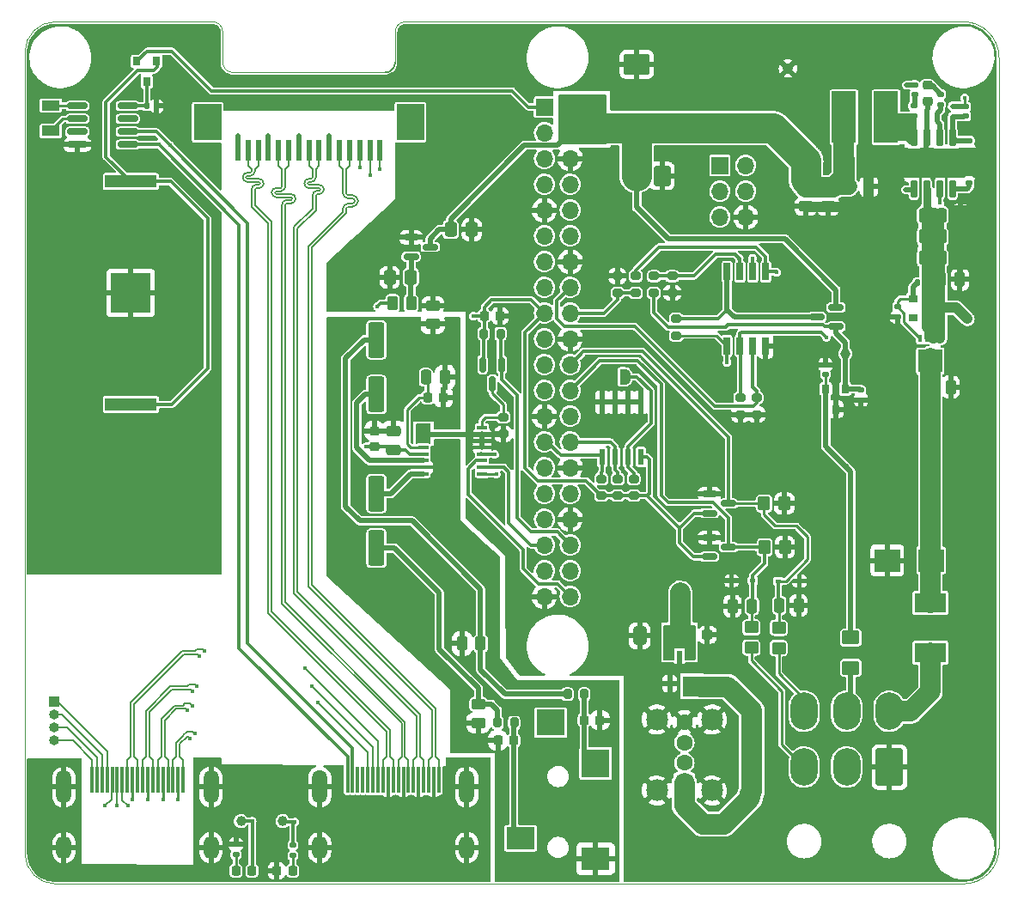
<source format=gtl>
G04 #@! TF.GenerationSoftware,KiCad,Pcbnew,(5.99.0-11120-g1d6ad4a52a)*
G04 #@! TF.CreationDate,2021-10-18T08:47:07+02:00*
G04 #@! TF.ProjectId,CarPiPowerHat,43617250-6950-46f7-9765-724861742e6b,0.2*
G04 #@! TF.SameCoordinates,Original*
G04 #@! TF.FileFunction,Copper,L1,Top*
G04 #@! TF.FilePolarity,Positive*
%FSLAX46Y46*%
G04 Gerber Fmt 4.6, Leading zero omitted, Abs format (unit mm)*
G04 Created by KiCad (PCBNEW (5.99.0-11120-g1d6ad4a52a)) date 2021-10-18 08:47:07*
%MOMM*%
%LPD*%
G01*
G04 APERTURE LIST*
G04 Aperture macros list*
%AMRoundRect*
0 Rectangle with rounded corners*
0 $1 Rounding radius*
0 $2 $3 $4 $5 $6 $7 $8 $9 X,Y pos of 4 corners*
0 Add a 4 corners polygon primitive as box body*
4,1,4,$2,$3,$4,$5,$6,$7,$8,$9,$2,$3,0*
0 Add four circle primitives for the rounded corners*
1,1,$1+$1,$2,$3*
1,1,$1+$1,$4,$5*
1,1,$1+$1,$6,$7*
1,1,$1+$1,$8,$9*
0 Add four rect primitives between the rounded corners*
20,1,$1+$1,$2,$3,$4,$5,0*
20,1,$1+$1,$4,$5,$6,$7,0*
20,1,$1+$1,$6,$7,$8,$9,0*
20,1,$1+$1,$8,$9,$2,$3,0*%
%AMFreePoly0*
4,1,17,1.395000,0.765000,0.855000,0.765000,0.855000,0.535000,1.395000,0.535000,1.395000,0.115000,0.855000,0.115000,0.855000,-0.115000,1.395000,-0.115000,1.395000,-0.535000,0.855000,-0.535000,0.855000,-0.765000,1.395000,-0.765000,1.395000,-1.185000,-0.855000,-1.185000,-0.855000,1.185000,1.395000,1.185000,1.395000,0.765000,1.395000,0.765000,$1*%
%AMFreePoly1*
4,1,22,0.500000,-0.750000,0.000000,-0.750000,0.000000,-0.745033,-0.079941,-0.743568,-0.215256,-0.701293,-0.333266,-0.622738,-0.424486,-0.514219,-0.481581,-0.384460,-0.499164,-0.250000,-0.500000,-0.250000,-0.500000,0.250000,-0.499164,0.250000,-0.499963,0.256109,-0.478152,0.396186,-0.417904,0.524511,-0.324060,0.630769,-0.204165,0.706417,-0.067858,0.745374,0.000000,0.744959,0.000000,0.750000,
0.500000,0.750000,0.500000,-0.750000,0.500000,-0.750000,$1*%
%AMFreePoly2*
4,1,20,0.000000,0.744959,0.073905,0.744508,0.209726,0.703889,0.328688,0.626782,0.421226,0.519385,0.479903,0.390333,0.500000,0.250000,0.500000,-0.250000,0.499851,-0.262216,0.476331,-0.402017,0.414519,-0.529596,0.319384,-0.634700,0.198574,-0.708877,0.061801,-0.746166,0.000000,-0.745033,0.000000,-0.750000,-0.500000,-0.750000,-0.500000,0.750000,0.000000,0.750000,0.000000,0.744959,
0.000000,0.744959,$1*%
G04 Aperture macros list end*
G04 #@! TA.AperFunction,Profile*
%ADD10C,0.100000*%
G04 #@! TD*
G04 #@! TA.AperFunction,Profile*
%ADD11C,0.150000*%
G04 #@! TD*
G04 #@! TA.AperFunction,SMDPad,CuDef*
%ADD12RoundRect,0.135000X0.185000X-0.135000X0.185000X0.135000X-0.185000X0.135000X-0.185000X-0.135000X0*%
G04 #@! TD*
G04 #@! TA.AperFunction,SMDPad,CuDef*
%ADD13RoundRect,0.200000X0.275000X-0.200000X0.275000X0.200000X-0.275000X0.200000X-0.275000X-0.200000X0*%
G04 #@! TD*
G04 #@! TA.AperFunction,SMDPad,CuDef*
%ADD14R,0.600000X1.550000*%
G04 #@! TD*
G04 #@! TA.AperFunction,SMDPad,CuDef*
%ADD15R,2.800000X2.600000*%
G04 #@! TD*
G04 #@! TA.AperFunction,SMDPad,CuDef*
%ADD16R,2.800000X2.200000*%
G04 #@! TD*
G04 #@! TA.AperFunction,SMDPad,CuDef*
%ADD17R,2.800000X2.800000*%
G04 #@! TD*
G04 #@! TA.AperFunction,SMDPad,CuDef*
%ADD18R,0.600000X0.450000*%
G04 #@! TD*
G04 #@! TA.AperFunction,SMDPad,CuDef*
%ADD19R,0.650000X1.700000*%
G04 #@! TD*
G04 #@! TA.AperFunction,SMDPad,CuDef*
%ADD20RoundRect,0.225000X0.250000X-0.225000X0.250000X0.225000X-0.250000X0.225000X-0.250000X-0.225000X0*%
G04 #@! TD*
G04 #@! TA.AperFunction,SMDPad,CuDef*
%ADD21RoundRect,0.250000X-0.262500X-0.450000X0.262500X-0.450000X0.262500X0.450000X-0.262500X0.450000X0*%
G04 #@! TD*
G04 #@! TA.AperFunction,SMDPad,CuDef*
%ADD22C,1.000000*%
G04 #@! TD*
G04 #@! TA.AperFunction,ComponentPad*
%ADD23R,1.000000X1.000000*%
G04 #@! TD*
G04 #@! TA.AperFunction,ComponentPad*
%ADD24O,1.000000X1.000000*%
G04 #@! TD*
G04 #@! TA.AperFunction,SMDPad,CuDef*
%ADD25RoundRect,0.250000X0.550000X-1.500000X0.550000X1.500000X-0.550000X1.500000X-0.550000X-1.500000X0*%
G04 #@! TD*
G04 #@! TA.AperFunction,SMDPad,CuDef*
%ADD26RoundRect,0.140000X0.140000X0.170000X-0.140000X0.170000X-0.140000X-0.170000X0.140000X-0.170000X0*%
G04 #@! TD*
G04 #@! TA.AperFunction,SMDPad,CuDef*
%ADD27R,0.800000X0.900000*%
G04 #@! TD*
G04 #@! TA.AperFunction,SMDPad,CuDef*
%ADD28RoundRect,0.250000X0.337500X0.475000X-0.337500X0.475000X-0.337500X-0.475000X0.337500X-0.475000X0*%
G04 #@! TD*
G04 #@! TA.AperFunction,SMDPad,CuDef*
%ADD29RoundRect,0.250001X0.624999X-0.462499X0.624999X0.462499X-0.624999X0.462499X-0.624999X-0.462499X0*%
G04 #@! TD*
G04 #@! TA.AperFunction,SMDPad,CuDef*
%ADD30R,1.800000X1.000000*%
G04 #@! TD*
G04 #@! TA.AperFunction,SMDPad,CuDef*
%ADD31RoundRect,0.140000X0.170000X-0.140000X0.170000X0.140000X-0.170000X0.140000X-0.170000X-0.140000X0*%
G04 #@! TD*
G04 #@! TA.AperFunction,SMDPad,CuDef*
%ADD32R,0.600000X0.900000*%
G04 #@! TD*
G04 #@! TA.AperFunction,SMDPad,CuDef*
%ADD33R,1.000000X0.400000*%
G04 #@! TD*
G04 #@! TA.AperFunction,SMDPad,CuDef*
%ADD34RoundRect,0.250000X0.250000X0.475000X-0.250000X0.475000X-0.250000X-0.475000X0.250000X-0.475000X0*%
G04 #@! TD*
G04 #@! TA.AperFunction,SMDPad,CuDef*
%ADD35RoundRect,0.150000X0.150000X-0.737500X0.150000X0.737500X-0.150000X0.737500X-0.150000X-0.737500X0*%
G04 #@! TD*
G04 #@! TA.AperFunction,ComponentPad*
%ADD36C,0.500000*%
G04 #@! TD*
G04 #@! TA.AperFunction,SMDPad,CuDef*
%ADD37R,4.900000X2.950000*%
G04 #@! TD*
G04 #@! TA.AperFunction,SMDPad,CuDef*
%ADD38RoundRect,0.135000X-0.185000X0.135000X-0.185000X-0.135000X0.185000X-0.135000X0.185000X0.135000X0*%
G04 #@! TD*
G04 #@! TA.AperFunction,SMDPad,CuDef*
%ADD39RoundRect,0.250000X-0.250000X-0.475000X0.250000X-0.475000X0.250000X0.475000X-0.250000X0.475000X0*%
G04 #@! TD*
G04 #@! TA.AperFunction,SMDPad,CuDef*
%ADD40RoundRect,0.250000X0.450000X-0.262500X0.450000X0.262500X-0.450000X0.262500X-0.450000X-0.262500X0*%
G04 #@! TD*
G04 #@! TA.AperFunction,SMDPad,CuDef*
%ADD41RoundRect,0.150000X-0.587500X-0.150000X0.587500X-0.150000X0.587500X0.150000X-0.587500X0.150000X0*%
G04 #@! TD*
G04 #@! TA.AperFunction,SMDPad,CuDef*
%ADD42RoundRect,0.225000X0.225000X0.250000X-0.225000X0.250000X-0.225000X-0.250000X0.225000X-0.250000X0*%
G04 #@! TD*
G04 #@! TA.AperFunction,SMDPad,CuDef*
%ADD43RoundRect,0.225000X-0.225000X-0.250000X0.225000X-0.250000X0.225000X0.250000X-0.225000X0.250000X0*%
G04 #@! TD*
G04 #@! TA.AperFunction,SMDPad,CuDef*
%ADD44RoundRect,0.200000X-0.275000X0.200000X-0.275000X-0.200000X0.275000X-0.200000X0.275000X0.200000X0*%
G04 #@! TD*
G04 #@! TA.AperFunction,SMDPad,CuDef*
%ADD45RoundRect,0.150000X-0.825000X-0.150000X0.825000X-0.150000X0.825000X0.150000X-0.825000X0.150000X0*%
G04 #@! TD*
G04 #@! TA.AperFunction,SMDPad,CuDef*
%ADD46R,5.080000X1.270000*%
G04 #@! TD*
G04 #@! TA.AperFunction,SMDPad,CuDef*
%ADD47R,3.960000X3.960000*%
G04 #@! TD*
G04 #@! TA.AperFunction,SMDPad,CuDef*
%ADD48RoundRect,0.250000X-0.475000X0.250000X-0.475000X-0.250000X0.475000X-0.250000X0.475000X0.250000X0*%
G04 #@! TD*
G04 #@! TA.AperFunction,SMDPad,CuDef*
%ADD49RoundRect,0.140000X-0.170000X0.140000X-0.170000X-0.140000X0.170000X-0.140000X0.170000X0.140000X0*%
G04 #@! TD*
G04 #@! TA.AperFunction,SMDPad,CuDef*
%ADD50R,0.900000X0.800000*%
G04 #@! TD*
G04 #@! TA.AperFunction,SMDPad,CuDef*
%ADD51RoundRect,0.150000X0.587500X0.150000X-0.587500X0.150000X-0.587500X-0.150000X0.587500X-0.150000X0*%
G04 #@! TD*
G04 #@! TA.AperFunction,SMDPad,CuDef*
%ADD52R,0.420000X0.700000*%
G04 #@! TD*
G04 #@! TA.AperFunction,SMDPad,CuDef*
%ADD53FreePoly0,270.000000*%
G04 #@! TD*
G04 #@! TA.AperFunction,SMDPad,CuDef*
%ADD54RoundRect,0.237500X-0.300000X-0.237500X0.300000X-0.237500X0.300000X0.237500X-0.300000X0.237500X0*%
G04 #@! TD*
G04 #@! TA.AperFunction,ComponentPad*
%ADD55R,1.700000X1.700000*%
G04 #@! TD*
G04 #@! TA.AperFunction,ComponentPad*
%ADD56O,1.700000X1.700000*%
G04 #@! TD*
G04 #@! TA.AperFunction,SMDPad,CuDef*
%ADD57RoundRect,0.225000X-0.250000X0.225000X-0.250000X-0.225000X0.250000X-0.225000X0.250000X0.225000X0*%
G04 #@! TD*
G04 #@! TA.AperFunction,SMDPad,CuDef*
%ADD58RoundRect,0.250000X-0.337500X-0.475000X0.337500X-0.475000X0.337500X0.475000X-0.337500X0.475000X0*%
G04 #@! TD*
G04 #@! TA.AperFunction,SMDPad,CuDef*
%ADD59RoundRect,0.250000X-0.350000X-0.450000X0.350000X-0.450000X0.350000X0.450000X-0.350000X0.450000X0*%
G04 #@! TD*
G04 #@! TA.AperFunction,SMDPad,CuDef*
%ADD60R,0.300000X2.600000*%
G04 #@! TD*
G04 #@! TA.AperFunction,ComponentPad*
%ADD61O,1.500000X3.300000*%
G04 #@! TD*
G04 #@! TA.AperFunction,ComponentPad*
%ADD62O,1.500000X2.300000*%
G04 #@! TD*
G04 #@! TA.AperFunction,SMDPad,CuDef*
%ADD63RoundRect,0.250000X0.412500X0.650000X-0.412500X0.650000X-0.412500X-0.650000X0.412500X-0.650000X0*%
G04 #@! TD*
G04 #@! TA.AperFunction,SMDPad,CuDef*
%ADD64RoundRect,0.250000X-0.450000X0.350000X-0.450000X-0.350000X0.450000X-0.350000X0.450000X0.350000X0*%
G04 #@! TD*
G04 #@! TA.AperFunction,SMDPad,CuDef*
%ADD65RoundRect,0.140000X-0.140000X-0.170000X0.140000X-0.170000X0.140000X0.170000X-0.140000X0.170000X0*%
G04 #@! TD*
G04 #@! TA.AperFunction,SMDPad,CuDef*
%ADD66RoundRect,0.218750X-0.218750X-0.256250X0.218750X-0.256250X0.218750X0.256250X-0.218750X0.256250X0*%
G04 #@! TD*
G04 #@! TA.AperFunction,SMDPad,CuDef*
%ADD67R,3.150000X1.960000*%
G04 #@! TD*
G04 #@! TA.AperFunction,SMDPad,CuDef*
%ADD68R,2.350000X5.100000*%
G04 #@! TD*
G04 #@! TA.AperFunction,SMDPad,CuDef*
%ADD69RoundRect,0.250000X0.475000X-0.250000X0.475000X0.250000X-0.475000X0.250000X-0.475000X-0.250000X0*%
G04 #@! TD*
G04 #@! TA.AperFunction,SMDPad,CuDef*
%ADD70RoundRect,0.250000X1.025000X-0.787500X1.025000X0.787500X-1.025000X0.787500X-1.025000X-0.787500X0*%
G04 #@! TD*
G04 #@! TA.AperFunction,ComponentPad*
%ADD71RoundRect,0.250001X1.099999X1.599999X-1.099999X1.599999X-1.099999X-1.599999X1.099999X-1.599999X0*%
G04 #@! TD*
G04 #@! TA.AperFunction,ComponentPad*
%ADD72O,2.700000X3.700000*%
G04 #@! TD*
G04 #@! TA.AperFunction,SMDPad,CuDef*
%ADD73RoundRect,0.200000X-0.200000X-0.275000X0.200000X-0.275000X0.200000X0.275000X-0.200000X0.275000X0*%
G04 #@! TD*
G04 #@! TA.AperFunction,SMDPad,CuDef*
%ADD74R,2.500000X2.300000*%
G04 #@! TD*
G04 #@! TA.AperFunction,SMDPad,CuDef*
%ADD75RoundRect,0.250000X-0.550000X1.500000X-0.550000X-1.500000X0.550000X-1.500000X0.550000X1.500000X0*%
G04 #@! TD*
G04 #@! TA.AperFunction,SMDPad,CuDef*
%ADD76RoundRect,0.150000X-0.150000X0.587500X-0.150000X-0.587500X0.150000X-0.587500X0.150000X0.587500X0*%
G04 #@! TD*
G04 #@! TA.AperFunction,SMDPad,CuDef*
%ADD77RoundRect,0.200000X0.200000X0.275000X-0.200000X0.275000X-0.200000X-0.275000X0.200000X-0.275000X0*%
G04 #@! TD*
G04 #@! TA.AperFunction,ComponentPad*
%ADD78R,1.600000X1.600000*%
G04 #@! TD*
G04 #@! TA.AperFunction,ComponentPad*
%ADD79C,1.600000*%
G04 #@! TD*
G04 #@! TA.AperFunction,ComponentPad*
%ADD80C,2.150000*%
G04 #@! TD*
G04 #@! TA.AperFunction,SMDPad,CuDef*
%ADD81FreePoly1,0.000000*%
G04 #@! TD*
G04 #@! TA.AperFunction,SMDPad,CuDef*
%ADD82FreePoly2,0.000000*%
G04 #@! TD*
G04 #@! TA.AperFunction,SMDPad,CuDef*
%ADD83R,0.610000X2.000000*%
G04 #@! TD*
G04 #@! TA.AperFunction,SMDPad,CuDef*
%ADD84R,2.680000X3.600000*%
G04 #@! TD*
G04 #@! TA.AperFunction,ComponentPad*
%ADD85RoundRect,0.250000X0.600000X0.750000X-0.600000X0.750000X-0.600000X-0.750000X0.600000X-0.750000X0*%
G04 #@! TD*
G04 #@! TA.AperFunction,ComponentPad*
%ADD86O,1.700000X2.000000*%
G04 #@! TD*
G04 #@! TA.AperFunction,ViaPad*
%ADD87C,0.450000*%
G04 #@! TD*
G04 #@! TA.AperFunction,Conductor*
%ADD88C,0.300000*%
G04 #@! TD*
G04 #@! TA.AperFunction,Conductor*
%ADD89C,0.250000*%
G04 #@! TD*
G04 #@! TA.AperFunction,Conductor*
%ADD90C,0.500000*%
G04 #@! TD*
G04 #@! TA.AperFunction,Conductor*
%ADD91C,0.230000*%
G04 #@! TD*
G04 #@! TA.AperFunction,Conductor*
%ADD92C,1.000000*%
G04 #@! TD*
G04 #@! TA.AperFunction,Conductor*
%ADD93C,0.150000*%
G04 #@! TD*
G04 #@! TA.AperFunction,Conductor*
%ADD94C,2.000000*%
G04 #@! TD*
G04 #@! TA.AperFunction,Conductor*
%ADD95C,0.800000*%
G04 #@! TD*
G04 #@! TA.AperFunction,Conductor*
%ADD96C,0.127000*%
G04 #@! TD*
G04 #@! TA.AperFunction,Conductor*
%ADD97C,3.000000*%
G04 #@! TD*
G04 #@! TA.AperFunction,Conductor*
%ADD98C,1.500000*%
G04 #@! TD*
G04 APERTURE END LIST*
D10*
X81000000Y-116500000D02*
X170500000Y-116500000D01*
X98499997Y-36500003D02*
G75*
G02*
X97500000Y-35500000I3J1000000D01*
G01*
X97500000Y-35500000D02*
X97500000Y-32500000D01*
X96500003Y-31499997D02*
G75*
G02*
X97500000Y-32500000I-3J-1000000D01*
G01*
X113500000Y-36500000D02*
X98500000Y-36500000D01*
X81000000Y-116500000D02*
G75*
G02*
X78005236Y-113500005I5236J2999995D01*
G01*
X78000000Y-34500000D02*
X78005236Y-113500005D01*
X115499997Y-31500003D02*
G75*
G03*
X114500000Y-32500000I0J-999997D01*
G01*
X96500000Y-31500000D02*
X81000000Y-31500000D01*
X173999998Y-34999998D02*
G75*
G03*
X170500000Y-31500000I-3499998J0D01*
G01*
X114500000Y-32500000D02*
X114500000Y-35500000D01*
X170500000Y-31500000D02*
X115500000Y-31500000D01*
X174000000Y-35000000D02*
X174000000Y-113000000D01*
X174000002Y-113000002D02*
G75*
G02*
X170500000Y-116500000I-3500000J2D01*
G01*
D11*
X113500000Y-36500000D02*
G75*
G03*
X114500000Y-35500000I0J1000000D01*
G01*
D10*
X78000000Y-34500000D02*
G75*
G02*
X81000000Y-31500000I3000000J0D01*
G01*
D12*
X168250035Y-39659990D03*
X168250035Y-38639990D03*
X165600035Y-40797000D03*
X165600035Y-39777000D03*
D13*
X136400000Y-78225000D03*
X136400000Y-76575000D03*
D14*
X138705000Y-69000000D03*
X137435000Y-69000000D03*
X136165000Y-69000000D03*
X134895000Y-69000000D03*
X134895000Y-74400000D03*
X136165000Y-74400000D03*
X137435000Y-74400000D03*
X138705000Y-74400000D03*
D13*
X134800000Y-78225000D03*
X134800000Y-76575000D03*
D12*
X98800035Y-113609990D03*
X98800035Y-112589990D03*
D15*
X129800035Y-100600000D03*
D16*
X126850035Y-112000000D03*
X134250035Y-114000000D03*
D17*
X134250035Y-104600000D03*
D18*
X147650035Y-86599990D03*
X149750035Y-86599990D03*
D19*
X147195035Y-63449990D03*
X148465035Y-63449990D03*
X149735035Y-63449990D03*
X151005035Y-63449990D03*
X151005035Y-56149990D03*
X149735035Y-56149990D03*
X148465035Y-56149990D03*
X147195035Y-56149990D03*
D20*
X112450000Y-73375000D03*
X112450000Y-71825000D03*
D21*
X121087500Y-92800000D03*
X122912500Y-92800000D03*
D22*
X158850035Y-64199990D03*
D23*
X80850000Y-98550000D03*
D24*
X80850000Y-99820000D03*
X80850000Y-101090000D03*
X80850000Y-102360000D03*
D25*
X112650000Y-68250000D03*
X112650000Y-62850000D03*
D26*
X166905000Y-57227000D03*
X165945000Y-57227000D03*
D27*
X90950035Y-35399990D03*
X89050035Y-35399990D03*
X90000035Y-37399990D03*
D28*
X116037535Y-56699990D03*
X113962535Y-56699990D03*
D29*
X159400035Y-95187490D03*
X159400035Y-92212490D03*
D30*
X80555000Y-42255000D03*
X80555000Y-39755000D03*
D31*
X171084400Y-47408100D03*
X171084400Y-46448100D03*
D32*
X143450035Y-93949990D03*
X142500035Y-93949990D03*
X141550035Y-93949990D03*
X141550035Y-96749990D03*
X143450035Y-96749990D03*
D33*
X123050000Y-76075000D03*
X123050000Y-75425000D03*
X123050000Y-74775000D03*
X123050000Y-74125000D03*
X123050000Y-73475000D03*
X123050000Y-72825000D03*
X123050000Y-72175000D03*
X123050000Y-71525000D03*
X117250000Y-71525000D03*
X117250000Y-72175000D03*
X117250000Y-72825000D03*
X117250000Y-73475000D03*
X117250000Y-74125000D03*
X117250000Y-74775000D03*
X117250000Y-75425000D03*
X117250000Y-76075000D03*
D34*
X166615000Y-54767000D03*
X164715000Y-54767000D03*
D35*
X165604400Y-47990600D03*
X166874400Y-47990600D03*
X168144400Y-47990600D03*
X169414400Y-47990600D03*
X169414400Y-42865600D03*
X168144400Y-42865600D03*
X166874400Y-42865600D03*
X165604400Y-42865600D03*
D36*
X165559400Y-44778100D03*
X166859400Y-46078100D03*
X166859400Y-44778100D03*
X165559400Y-46078100D03*
X168159400Y-44778100D03*
X169459400Y-44778100D03*
X169459400Y-46078100D03*
X168159400Y-46078100D03*
D37*
X167509400Y-45428100D03*
D38*
X169600000Y-39818100D03*
X169600000Y-40838100D03*
D39*
X152350000Y-89050000D03*
X154250000Y-89050000D03*
D40*
X118200000Y-61287500D03*
X118200000Y-59462500D03*
D41*
X116062535Y-52749990D03*
X116062535Y-54649990D03*
X117937535Y-53699990D03*
D39*
X167350035Y-67499990D03*
X169250035Y-67499990D03*
D42*
X126175035Y-102350000D03*
X124625035Y-102350000D03*
D43*
X133125035Y-100350000D03*
X134675035Y-100350000D03*
D21*
X114237500Y-59250000D03*
X116062500Y-59250000D03*
D31*
X156900035Y-66259990D03*
X156900035Y-65299990D03*
D13*
X138000000Y-78225000D03*
X138000000Y-76575000D03*
D26*
X167880035Y-40828100D03*
X166920035Y-40828100D03*
D44*
X150100035Y-68574990D03*
X150100035Y-70224990D03*
D38*
X164000035Y-59589990D03*
X164000035Y-60609990D03*
D45*
X83180000Y-39800000D03*
X83180000Y-41070000D03*
X83180000Y-42340000D03*
X83180000Y-43610000D03*
X88130000Y-43610000D03*
X88130000Y-42340000D03*
X88130000Y-41070000D03*
X88130000Y-39800000D03*
D22*
X103400035Y-110299990D03*
D43*
X123275000Y-60500000D03*
X124825000Y-60500000D03*
D34*
X166615000Y-52667000D03*
X164715000Y-52667000D03*
D39*
X168315000Y-52667000D03*
X170215000Y-52667000D03*
D46*
X88440000Y-47255000D03*
X88440000Y-69225000D03*
D47*
X88440000Y-58240000D03*
D48*
X157175000Y-47799990D03*
X157175000Y-49699990D03*
D13*
X125150000Y-72125000D03*
X125150000Y-70475000D03*
D49*
X170750000Y-39848100D03*
X170750000Y-40808100D03*
D41*
X145462535Y-82349990D03*
X145462535Y-84249990D03*
X147337535Y-83299990D03*
D50*
X165525000Y-60677000D03*
X167525000Y-59727000D03*
X165525000Y-58777000D03*
D51*
X157937535Y-61549990D03*
X157937535Y-59649990D03*
X156062535Y-60599990D03*
D38*
X104400035Y-112689990D03*
X104400035Y-113709990D03*
D52*
X168200000Y-62727000D03*
X167550000Y-62727000D03*
X166900000Y-62727000D03*
X166250000Y-62727000D03*
D53*
X167225000Y-64682000D03*
D39*
X168315000Y-50567000D03*
X170215000Y-50567000D03*
D44*
X142200035Y-60774990D03*
X142200035Y-62424990D03*
X141800035Y-56574990D03*
X141800035Y-58224990D03*
D54*
X143537500Y-91950000D03*
X145262500Y-91950000D03*
D55*
X146500035Y-45659990D03*
D56*
X149040035Y-45659990D03*
X146500035Y-48199990D03*
X149040035Y-48199990D03*
X146500035Y-50739990D03*
X149040035Y-50739990D03*
D57*
X166950035Y-37774990D03*
X166950035Y-39324990D03*
D22*
X151700035Y-41999990D03*
D31*
X165684400Y-38708100D03*
X165684400Y-37748100D03*
D44*
X148500035Y-68574990D03*
X148500035Y-70224990D03*
D58*
X119962535Y-51999990D03*
X122037535Y-51999990D03*
D34*
X149650035Y-89099990D03*
X147750035Y-89099990D03*
D22*
X170900035Y-60799990D03*
D59*
X150850035Y-78999990D03*
X152850035Y-78999990D03*
D60*
X93600035Y-106219990D03*
X93100035Y-106219990D03*
X92600035Y-106219990D03*
X92100035Y-106219990D03*
X91600035Y-106219990D03*
X91100035Y-106219990D03*
X90600035Y-106219990D03*
X90100035Y-106219990D03*
X89600035Y-106219990D03*
X89100035Y-106219990D03*
X88600035Y-106219990D03*
X88100035Y-106219990D03*
X87600035Y-106219990D03*
X87100035Y-106219990D03*
X86600035Y-106219990D03*
X86100035Y-106219990D03*
X85600035Y-106219990D03*
X85100035Y-106219990D03*
X84600035Y-106219990D03*
D61*
X96350035Y-106949990D03*
X81850035Y-106949990D03*
D62*
X81850035Y-112909990D03*
X96350035Y-112909990D03*
D63*
X141712500Y-92050000D03*
X138587500Y-92050000D03*
D41*
X145462535Y-78049990D03*
X145462535Y-79949990D03*
X147337535Y-78999990D03*
D59*
X150900035Y-83299990D03*
X152900035Y-83299990D03*
D44*
X140000035Y-56574990D03*
X140000035Y-58224990D03*
D27*
X158850035Y-67699990D03*
X156950035Y-67699990D03*
X157900035Y-69699990D03*
D64*
X149600035Y-91199990D03*
X149600035Y-93199990D03*
D65*
X90020035Y-39799990D03*
X90980035Y-39799990D03*
D66*
X98812535Y-115199990D03*
X100387535Y-115199990D03*
D67*
X167250000Y-93705000D03*
X167250000Y-88795000D03*
D68*
X162875035Y-40899990D03*
X158725035Y-40899990D03*
D60*
X118800035Y-106219990D03*
X118300035Y-106219990D03*
X117800035Y-106219990D03*
X117300035Y-106219990D03*
X116800035Y-106219990D03*
X116300035Y-106219990D03*
X115800035Y-106219990D03*
X115300035Y-106219990D03*
X114800035Y-106219990D03*
X114300035Y-106219990D03*
X113800035Y-106219990D03*
X113300035Y-106219990D03*
X112800035Y-106219990D03*
X112300035Y-106219990D03*
X111800035Y-106219990D03*
X111300035Y-106219990D03*
X110800035Y-106219990D03*
X110300035Y-106219990D03*
X109800035Y-106219990D03*
D61*
X121550035Y-106949990D03*
X107050035Y-106949990D03*
D62*
X107050035Y-112909990D03*
X121550035Y-112909990D03*
D18*
X154350000Y-86650000D03*
X152250000Y-86650000D03*
D13*
X136400035Y-58224990D03*
X136400035Y-56574990D03*
D69*
X114350000Y-73750000D03*
X114350000Y-71850000D03*
D44*
X138200035Y-56574990D03*
X138200035Y-58224990D03*
D70*
X138300035Y-41912490D03*
X138300035Y-35687490D03*
D48*
X154975000Y-47799990D03*
X154975000Y-49699990D03*
D39*
X168250000Y-56900000D03*
X170150000Y-56900000D03*
D71*
X163200000Y-104974990D03*
D72*
X159000000Y-104974990D03*
X154800000Y-104974990D03*
X163200000Y-99474990D03*
X159000000Y-99474990D03*
X154800000Y-99474990D03*
D73*
X131475035Y-97799990D03*
X133125035Y-97799990D03*
D74*
X167300000Y-84600000D03*
X163000000Y-84600000D03*
D43*
X117700000Y-68550000D03*
X119250000Y-68550000D03*
D40*
X122700035Y-100612490D03*
X122700035Y-98787490D03*
D64*
X152300000Y-91250000D03*
X152300000Y-93250000D03*
D22*
X99300035Y-110299990D03*
D34*
X166615000Y-50567000D03*
X164715000Y-50567000D03*
D39*
X117525000Y-66550000D03*
X119425000Y-66550000D03*
D38*
X171084400Y-43218100D03*
X171084400Y-44238100D03*
D75*
X112650035Y-77999990D03*
X112650035Y-83399990D03*
D39*
X159275000Y-47727000D03*
X161175000Y-47727000D03*
D76*
X125000000Y-65312500D03*
X123100000Y-65312500D03*
X124050000Y-67187500D03*
D39*
X168315000Y-54767000D03*
X170215000Y-54767000D03*
D77*
X123225000Y-62250000D03*
X124875000Y-62250000D03*
D78*
X143000035Y-106559990D03*
D79*
X143000035Y-104559990D03*
X143000035Y-102559990D03*
X143000035Y-100559990D03*
D80*
X145720035Y-107289990D03*
X140280035Y-107289990D03*
X145720035Y-100289990D03*
X140280035Y-100289990D03*
D49*
X160400070Y-67819980D03*
X160400070Y-68779980D03*
D73*
X124575035Y-100600000D03*
X126225035Y-100600000D03*
D66*
X102812535Y-115199990D03*
X104387535Y-115199990D03*
D39*
X159275000Y-45427000D03*
X161175000Y-45427000D03*
D81*
X135850000Y-66500000D03*
D82*
X137150000Y-66500000D03*
D83*
X113000000Y-44200000D03*
X112000000Y-44200000D03*
X111000000Y-44200000D03*
X110000000Y-44200000D03*
X109000000Y-44200000D03*
X108000000Y-44200000D03*
X107000000Y-44200000D03*
X106000000Y-44200000D03*
X105000000Y-44200000D03*
X104000000Y-44200000D03*
X103000000Y-44200000D03*
X102000000Y-44200000D03*
X101000000Y-44200000D03*
X100000000Y-44200000D03*
X99000000Y-44200000D03*
D84*
X115990000Y-41400000D03*
X96010000Y-41400000D03*
D22*
X153200000Y-36100000D03*
D55*
X129210000Y-39900000D03*
D56*
X131750000Y-39900000D03*
X129210000Y-42440000D03*
X131750000Y-42440000D03*
X129210000Y-44980000D03*
X131750000Y-44980000D03*
X129210000Y-47520000D03*
X131750000Y-47520000D03*
X129210000Y-50060000D03*
X131750000Y-50060000D03*
X129210000Y-52600000D03*
X131750000Y-52600000D03*
X129210000Y-55140000D03*
X131750000Y-55140000D03*
X129210000Y-57680000D03*
X131750000Y-57680000D03*
X129210000Y-60220000D03*
X131750000Y-60220000D03*
X129210000Y-62760000D03*
X131750000Y-62760000D03*
X129210000Y-65300000D03*
X131750000Y-65300000D03*
X129210000Y-67840000D03*
X131750000Y-67840000D03*
X129210000Y-70380000D03*
X131750000Y-70380000D03*
X129210000Y-72920000D03*
X131750000Y-72920000D03*
X129210000Y-75460000D03*
X131750000Y-75460000D03*
X129210000Y-78000000D03*
X131750000Y-78000000D03*
X129210000Y-80540000D03*
X131750000Y-80540000D03*
X129210000Y-83080000D03*
X131750000Y-83080000D03*
X129210000Y-85620000D03*
X131750000Y-85620000D03*
X129210000Y-88160000D03*
X131750000Y-88160000D03*
D85*
X140800035Y-46699990D03*
D86*
X138300035Y-46699990D03*
D87*
X119800000Y-92800000D03*
X122200000Y-60500000D03*
X119700035Y-112899990D03*
X82000035Y-115499990D03*
X79000035Y-63499990D03*
X172500000Y-101700000D03*
X159800035Y-54399990D03*
X162425000Y-44127000D03*
X172600035Y-72399990D03*
X126600035Y-91399990D03*
X154900035Y-40399990D03*
X117600035Y-46499990D03*
X139700035Y-37699990D03*
X159800035Y-55599990D03*
X143900035Y-75299990D03*
X102000070Y-42699980D03*
X116000035Y-35499990D03*
X165500035Y-108399990D03*
X142500035Y-72599990D03*
X166400035Y-103299990D03*
X150800000Y-74850000D03*
X164325000Y-48827000D03*
X154200035Y-37199990D03*
X81500035Y-43599990D03*
X157000035Y-115499990D03*
X134400000Y-66500000D03*
X108800035Y-106949990D03*
X167600035Y-103299990D03*
X91700035Y-39799990D03*
X160300035Y-46499990D03*
X145200035Y-104799990D03*
X141000035Y-32499990D03*
X161200035Y-109599990D03*
X139100035Y-33699990D03*
X144100035Y-45399990D03*
X166400035Y-106199990D03*
X153950035Y-83249990D03*
X98800035Y-111699990D03*
X167000035Y-32499990D03*
X163500000Y-80450000D03*
X145200035Y-103799990D03*
X148500035Y-71099990D03*
X142500035Y-94849990D03*
X144000035Y-82299990D03*
X143900035Y-72599990D03*
X152350000Y-73400000D03*
X152300035Y-104999990D03*
X139000035Y-115499990D03*
X172500000Y-85700000D03*
X126000035Y-32499990D03*
X155300000Y-86650000D03*
X165535000Y-53027000D03*
X157000035Y-32499990D03*
X172500000Y-53700000D03*
X90100000Y-108150000D03*
X91000035Y-32499990D03*
X146700035Y-89099990D03*
X113800035Y-107999990D03*
X105750000Y-37200000D03*
X149000035Y-38799990D03*
X96500035Y-68799990D03*
X125150000Y-73550000D03*
X172500000Y-57700000D03*
X160400035Y-69499990D03*
X121000035Y-32499990D03*
X141800035Y-59199990D03*
X157000035Y-81699990D03*
X160900000Y-83350000D03*
X127900035Y-70399990D03*
X171800000Y-49127000D03*
X157000035Y-83199990D03*
X163900000Y-46750000D03*
X161200035Y-108399990D03*
X160300035Y-45427000D03*
X108800035Y-112849990D03*
X172500000Y-38700000D03*
X109000035Y-58949990D03*
X141600035Y-97549990D03*
X112750000Y-37200000D03*
X140400035Y-34499990D03*
X162000035Y-32499990D03*
X80050035Y-106999990D03*
X125950000Y-60450000D03*
X98500000Y-37200000D03*
X87500000Y-85200000D03*
X140650035Y-104699990D03*
X88600000Y-108150000D03*
X172700000Y-44127000D03*
X173000035Y-109499990D03*
X171800000Y-45627000D03*
X156900035Y-64499990D03*
X124750035Y-77449990D03*
X157900035Y-70599990D03*
X93100000Y-108200000D03*
X163500000Y-65700000D03*
X112600000Y-56700000D03*
X172700000Y-42527000D03*
X171900000Y-42527000D03*
X138700035Y-70399990D03*
X146300035Y-103799990D03*
X142550035Y-45849990D03*
X126950035Y-94799990D03*
X138600035Y-88099990D03*
X136350000Y-91150000D03*
X165535000Y-50937000D03*
X157200035Y-50699990D03*
X165535000Y-50187000D03*
X172700000Y-49127000D03*
X153650035Y-49749990D03*
X162425000Y-48827000D03*
X96350035Y-110799990D03*
X79000035Y-78450000D03*
X169215000Y-50097000D03*
X146200000Y-91950000D03*
X143900035Y-73899990D03*
X134900035Y-70399990D03*
X142500035Y-75299990D03*
X108000035Y-42699990D03*
X154800035Y-107799990D03*
X140200035Y-88099990D03*
X133600035Y-62699990D03*
X158100035Y-54399990D03*
X162650000Y-88600000D03*
X105000035Y-42699990D03*
X165500035Y-109599990D03*
X136150000Y-70450000D03*
X164200035Y-108399990D03*
X96500035Y-85299990D03*
X115100035Y-50199990D03*
X147000035Y-115499990D03*
X164650000Y-47400000D03*
X99000035Y-42717990D03*
X122200035Y-46099990D03*
X164200035Y-109599990D03*
X117000035Y-115499990D03*
X170325000Y-45327000D03*
X80150035Y-112849990D03*
X91375000Y-58300000D03*
X170325000Y-44238100D03*
X146300035Y-102699990D03*
X164625000Y-44127000D03*
X160900000Y-84600000D03*
X96000035Y-32499990D03*
X171800000Y-48127000D03*
X149400000Y-76200000D03*
X122600035Y-68899990D03*
X150100035Y-71099990D03*
X163100000Y-82400000D03*
X162425000Y-45427000D03*
X114700000Y-52750000D03*
X122900035Y-80899990D03*
X165535000Y-52247000D03*
X92000035Y-115499990D03*
X139550035Y-102599990D03*
X150950035Y-108199990D03*
X172700000Y-46827000D03*
X152000035Y-32499990D03*
X137150035Y-93949990D03*
X79000035Y-52499990D03*
X122000035Y-115499990D03*
X163150000Y-86600000D03*
X86000035Y-32499990D03*
X79000035Y-68499990D03*
X172700000Y-45627000D03*
X79000035Y-107499990D03*
X147000035Y-32499990D03*
X137400000Y-92100000D03*
X172500000Y-93700000D03*
X79000035Y-112499990D03*
X96500035Y-73799990D03*
X101700035Y-115199990D03*
X127200035Y-49999990D03*
X156900035Y-104999990D03*
X126700035Y-47399990D03*
X158100035Y-53199990D03*
X122450035Y-77449990D03*
X136900035Y-37699990D03*
X163900000Y-44100000D03*
X142500035Y-73999990D03*
X125700035Y-57499990D03*
X172600035Y-64699990D03*
X134800035Y-82699990D03*
X120450035Y-58949990D03*
X165300035Y-101999990D03*
X142550035Y-47549990D03*
X123700035Y-41499990D03*
X153950035Y-78999990D03*
X136400035Y-55549990D03*
X167600035Y-104699990D03*
X144200000Y-78050000D03*
X134100035Y-44999990D03*
X137600035Y-33699990D03*
X159800035Y-53199990D03*
X107000035Y-115499990D03*
X169205000Y-52237000D03*
X123600035Y-51099990D03*
X79000035Y-38499990D03*
X163830000Y-45427000D03*
X80000035Y-114499990D03*
X126600035Y-87599990D03*
X152000035Y-115499990D03*
X133700035Y-75499990D03*
X164725000Y-45427000D03*
X112000035Y-115499990D03*
X79000035Y-47499990D03*
X97000035Y-115499990D03*
X118300035Y-107999990D03*
X169205000Y-53017000D03*
X133800035Y-80499990D03*
X164650000Y-46750000D03*
X163425000Y-48827000D03*
X136800035Y-82699990D03*
X162425000Y-47827000D03*
X163900000Y-47400000D03*
X87000035Y-115499990D03*
X171800000Y-46827000D03*
X96500035Y-78750000D03*
X162400035Y-46599990D03*
X126300035Y-63599990D03*
X166400035Y-104699990D03*
X137500035Y-70399990D03*
X140200035Y-89399990D03*
X116800035Y-107999990D03*
X155300000Y-89050000D03*
X137700035Y-112499990D03*
X137700035Y-105499990D03*
X160900000Y-85850000D03*
X161000035Y-104999990D03*
X170200035Y-58199990D03*
X158100035Y-55499990D03*
X162800035Y-109599990D03*
X115300035Y-107999990D03*
X143900035Y-38799990D03*
X79000035Y-43499990D03*
X126500035Y-66099990D03*
X143000035Y-115499990D03*
X145200035Y-102699990D03*
X166400035Y-107599990D03*
X170325000Y-46448100D03*
X161900000Y-86600000D03*
X163500000Y-62700000D03*
X172500000Y-77700000D03*
X96000035Y-35499990D03*
X116000035Y-32499990D03*
X127700035Y-89299990D03*
X167550035Y-106199990D03*
X108950000Y-55900000D03*
X168000035Y-109749990D03*
X119800035Y-106899990D03*
X138600035Y-89399990D03*
X134800035Y-84499990D03*
X137700035Y-97099990D03*
X96350035Y-109349990D03*
X169205000Y-50927000D03*
X170250000Y-67500000D03*
X79000035Y-73499990D03*
X136200035Y-34399990D03*
X125700035Y-53599990D03*
X101700035Y-111599990D03*
X119700035Y-41499990D03*
X91600000Y-108150000D03*
X163250000Y-72000000D03*
X157000035Y-84599990D03*
X172700000Y-48127000D03*
X140650035Y-103699990D03*
X112000000Y-53050000D03*
X161850000Y-82400000D03*
X115100035Y-44499990D03*
X171800000Y-44127000D03*
X162800035Y-108399990D03*
X163500000Y-69700000D03*
X162000035Y-115499990D03*
X138300035Y-37699990D03*
X139550035Y-104699990D03*
X167000035Y-115499990D03*
X160300035Y-44199990D03*
X139550035Y-103699990D03*
X146700035Y-86599990D03*
X146300035Y-104799990D03*
X93500035Y-85200000D03*
X90500000Y-85200000D03*
X140650035Y-102599990D03*
X164825000Y-48067000D03*
X164909411Y-37748100D03*
X111650000Y-73400000D03*
X112750035Y-59549990D03*
X124450000Y-76100000D03*
X94270543Y-102129457D03*
X94270543Y-102129457D03*
X153100035Y-60599990D03*
X94729457Y-101670543D03*
X94729457Y-101670543D03*
X124300000Y-74150000D03*
X94020543Y-99379457D03*
X94020543Y-99379457D03*
X94479457Y-98920543D03*
X94479457Y-98920543D03*
X168155000Y-49347000D03*
X157000035Y-62599990D03*
X94470543Y-97479457D03*
X94470543Y-97479457D03*
X94929457Y-97020543D03*
X94929457Y-97020543D03*
X95220543Y-94029457D03*
X95220543Y-94029457D03*
X95679457Y-93570543D03*
X95679457Y-93570543D03*
X88150000Y-108800000D03*
X87100000Y-108750000D03*
X106300035Y-96999990D03*
X112000035Y-46599990D03*
X111000035Y-45899990D03*
X105600035Y-95199990D03*
X85900000Y-108800000D03*
X106900035Y-98599990D03*
X113000035Y-45999990D03*
X119800035Y-75399990D03*
X126000035Y-115499990D03*
X109550000Y-86850000D03*
X120500035Y-98199990D03*
X110700035Y-76999990D03*
X108450035Y-61199990D03*
X119350000Y-95550000D03*
X131000035Y-115499990D03*
X130000035Y-96899990D03*
X119950035Y-78449990D03*
X120400000Y-66550000D03*
X136100035Y-110999990D03*
X116450000Y-92950000D03*
X120200035Y-64050000D03*
X108450035Y-80199990D03*
X125000035Y-103749990D03*
X136100035Y-96999990D03*
X123700035Y-89399990D03*
X134200035Y-111499990D03*
X108450035Y-84449990D03*
X136100035Y-107199990D03*
X112450000Y-70700000D03*
X120200035Y-61199990D03*
X110800035Y-74699990D03*
X112900000Y-89650000D03*
X108450035Y-75699990D03*
X114350000Y-70700000D03*
X108450035Y-70949990D03*
X124200035Y-84499990D03*
X108450035Y-66699990D03*
X123900035Y-94799990D03*
X120800035Y-102699990D03*
X115200035Y-66699990D03*
X122800035Y-102699990D03*
X120175000Y-68550000D03*
X125000035Y-106499990D03*
X121000035Y-81599990D03*
X125000035Y-109499990D03*
X115200035Y-61199990D03*
X125700035Y-96399990D03*
X136100035Y-100749990D03*
X152100035Y-56199990D03*
X147200035Y-65099990D03*
X148400035Y-54799990D03*
X104600035Y-110399990D03*
X149700035Y-54799990D03*
X91200035Y-43599990D03*
X92300035Y-43699990D03*
X142300035Y-87787979D03*
X155300035Y-46699990D03*
X143000035Y-87762979D03*
X155300035Y-45899990D03*
X143000035Y-88462979D03*
X154700035Y-45899990D03*
X154700035Y-46699990D03*
X154700035Y-45197000D03*
X155300035Y-45197000D03*
X143000035Y-89162979D03*
X170625000Y-39027000D03*
X142300035Y-88487979D03*
X142300035Y-89187979D03*
X100400035Y-110299990D03*
D88*
X122200000Y-60500000D02*
X123275000Y-60500000D01*
X123275000Y-60500000D02*
X123275000Y-62200000D01*
X123225000Y-62250000D02*
X123225000Y-65187500D01*
X124875000Y-62250000D02*
X124875000Y-65187500D01*
X123275000Y-62200000D02*
X123225000Y-62250000D01*
D89*
X115700000Y-69700000D02*
X116850000Y-68550000D01*
X116850000Y-68550000D02*
X117700000Y-68550000D01*
X116025000Y-73475000D02*
X115700000Y-73150000D01*
X115700000Y-73150000D02*
X115700000Y-69700000D01*
X117250000Y-73475000D02*
X116025000Y-73475000D01*
D90*
X122700035Y-97199990D02*
X122700035Y-98787490D01*
X118850000Y-93349955D02*
X122700035Y-97199990D01*
X118850000Y-87800000D02*
X118850000Y-93349955D01*
X112650035Y-83399990D02*
X114449990Y-83399990D01*
X114449990Y-83399990D02*
X118850000Y-87800000D01*
X125300035Y-97799990D02*
X131475035Y-97799990D01*
X122900035Y-87450035D02*
X122900035Y-95399990D01*
X111000035Y-80699990D02*
X116149990Y-80699990D01*
X116149990Y-80699990D02*
X122900035Y-87450035D01*
X109600035Y-64699990D02*
X109600035Y-79299990D01*
X109600035Y-79299990D02*
X111000035Y-80699990D01*
X122900035Y-95399990D02*
X125300035Y-97799990D01*
X111450025Y-62850000D02*
X109600035Y-64699990D01*
X112650000Y-62850000D02*
X111450025Y-62850000D01*
X168529400Y-46448100D02*
X167509400Y-45428100D01*
D89*
X146700035Y-89099990D02*
X147750035Y-89099990D01*
X98800035Y-112589990D02*
X98800035Y-111699990D01*
X91600035Y-108149965D02*
X91600000Y-108150000D01*
X144200000Y-78050000D02*
X145462525Y-78050000D01*
D90*
X170325000Y-46448100D02*
X168529400Y-46448100D01*
D89*
X153650035Y-49749990D02*
X154925000Y-49749990D01*
X148500035Y-70224990D02*
X148500035Y-71099990D01*
D90*
X124825000Y-60500000D02*
X125900000Y-60500000D01*
D89*
X90100035Y-108149965D02*
X90100000Y-108150000D01*
X83180000Y-43610000D02*
X81510045Y-43610000D01*
D90*
X117250000Y-72175000D02*
X117250000Y-72825000D01*
X163830000Y-45427000D02*
X163831100Y-45428100D01*
D91*
X168769420Y-49401420D02*
X169215000Y-49847000D01*
D90*
X167288300Y-45207000D02*
X167509400Y-45428100D01*
X170325000Y-44238100D02*
X168699400Y-44238100D01*
X123050000Y-72825000D02*
X123050000Y-73475000D01*
X117250000Y-71525000D02*
X117250000Y-72175000D01*
D92*
X154975000Y-49747000D02*
X157175000Y-49747000D01*
D89*
X144050035Y-82349990D02*
X144000035Y-82299990D01*
X81510045Y-43610000D02*
X81500035Y-43599990D01*
X118300035Y-107999990D02*
X118300035Y-106219990D01*
X160400070Y-68779980D02*
X160400070Y-69499955D01*
X88600035Y-106219990D02*
X88600035Y-108149965D01*
X90980035Y-39799990D02*
X91700035Y-39799990D01*
D90*
X124862500Y-72175000D02*
X124900000Y-72212500D01*
D89*
X145462535Y-82349990D02*
X144050035Y-82349990D01*
D92*
X161175000Y-48925025D02*
X161175000Y-47727000D01*
D89*
X154925000Y-49749990D02*
X154975000Y-49699990D01*
D90*
X123050000Y-72175000D02*
X123050000Y-72825000D01*
D89*
X113800035Y-107999990D02*
X113800035Y-106219990D01*
X145462525Y-78050000D02*
X145462535Y-78049990D01*
D90*
X141800035Y-58224990D02*
X141825035Y-58224990D01*
D89*
X153950035Y-78999990D02*
X152850035Y-78999990D01*
X150100035Y-70224990D02*
X150100035Y-71099990D01*
D91*
X165645000Y-49998798D02*
X166229420Y-49414378D01*
D90*
X161175000Y-45427000D02*
X167508300Y-45427000D01*
X123050000Y-72175000D02*
X125112500Y-72175000D01*
X102000000Y-42700050D02*
X102000000Y-44200000D01*
D89*
X91600035Y-106219990D02*
X91600035Y-108149965D01*
X152862535Y-83249990D02*
X153950035Y-83249990D01*
D90*
X171084400Y-44238100D02*
X170325000Y-44238100D01*
D89*
X146700035Y-86599990D02*
X147650035Y-86599990D01*
D90*
X125150000Y-72212500D02*
X125150000Y-73550000D01*
D89*
X90100035Y-106219990D02*
X90100035Y-108149965D01*
X157900035Y-70599990D02*
X157900035Y-69699990D01*
D90*
X166859400Y-44778100D02*
X166859400Y-42880600D01*
X134895000Y-69000000D02*
X138705000Y-69000000D01*
D92*
X164715000Y-50567000D02*
X164715000Y-52667000D01*
D89*
X88600035Y-108149965D02*
X88600000Y-108150000D01*
D90*
X102000070Y-42699980D02*
X102000000Y-42700050D01*
D89*
X116800035Y-107999990D02*
X116800035Y-106219990D01*
X93100035Y-108199965D02*
X93100035Y-106219990D01*
X93100000Y-108200000D02*
X93100035Y-108199965D01*
D90*
X167509400Y-45428100D02*
X167746100Y-45428100D01*
X136165000Y-69000000D02*
X136165000Y-70435000D01*
X108000000Y-42700025D02*
X108000035Y-42699990D01*
D92*
X170215000Y-50567000D02*
X170215000Y-52667000D01*
D89*
X170150000Y-56900000D02*
X170150000Y-58149955D01*
X154250000Y-89050000D02*
X155300000Y-89050000D01*
D90*
X167508300Y-45427000D02*
X167509400Y-45428100D01*
X105000000Y-44200000D02*
X105000000Y-42700025D01*
X108000000Y-44200000D02*
X108000000Y-42700025D01*
D91*
X166229420Y-49414378D02*
X166229420Y-46708080D01*
D89*
X115300035Y-107999990D02*
X115300035Y-106219990D01*
D90*
X99000035Y-42717990D02*
X99000000Y-42718025D01*
X166229420Y-46708080D02*
X167509400Y-45428100D01*
X99000000Y-42718025D02*
X99000000Y-44200000D01*
D89*
X154350000Y-86650000D02*
X155300000Y-86650000D01*
D90*
X88440000Y-58240000D02*
X91315000Y-58240000D01*
D89*
X138537500Y-92100000D02*
X138587500Y-92050000D01*
D90*
X171084400Y-46448100D02*
X170325000Y-46448100D01*
D92*
X164715000Y-54767000D02*
X164715000Y-52667000D01*
X157175000Y-49747000D02*
X160353025Y-49747000D01*
D89*
X170249990Y-67499990D02*
X169250035Y-67499990D01*
X170250000Y-67500000D02*
X170249990Y-67499990D01*
D90*
X167509400Y-45428100D02*
X168769420Y-46688120D01*
D91*
X168769420Y-46688120D02*
X168769420Y-49401420D01*
D90*
X125112500Y-72175000D02*
X125150000Y-72212500D01*
X105000000Y-42700025D02*
X105000035Y-42699990D01*
X141800035Y-58224990D02*
X141800035Y-59199990D01*
D92*
X161175000Y-47727000D02*
X161175000Y-45427000D01*
D90*
X134400000Y-66500000D02*
X135850000Y-66500000D01*
X168699400Y-44238100D02*
X167509400Y-45428100D01*
D89*
X160400070Y-69499955D02*
X160400035Y-69499990D01*
D90*
X163831100Y-45428100D02*
X167509400Y-45428100D01*
X134900000Y-69000000D02*
X138705000Y-69000000D01*
D89*
X142500035Y-94849990D02*
X142500035Y-93949990D01*
X156900035Y-65299990D02*
X156900035Y-64499990D01*
D93*
X160400035Y-68999990D02*
X160150035Y-68999990D01*
D90*
X166874400Y-42865600D02*
X166865600Y-42865600D01*
X136400035Y-56574990D02*
X136400035Y-55549990D01*
D89*
X137400000Y-92100000D02*
X138537500Y-92100000D01*
D90*
X91315000Y-58240000D02*
X91375000Y-58300000D01*
X123050000Y-72150000D02*
X123050000Y-72825000D01*
D91*
X169215000Y-49847000D02*
X169215000Y-50097000D01*
D88*
X152850035Y-83237490D02*
X152862535Y-83249990D01*
D90*
X170215000Y-57514955D02*
X170215000Y-54767000D01*
D91*
X165535000Y-50187000D02*
X165645000Y-49998798D01*
D92*
X160353025Y-49747000D02*
X161175000Y-48925025D01*
X170215000Y-52667000D02*
X170215000Y-54767000D01*
D89*
X170150000Y-58149955D02*
X170200035Y-58199990D01*
D90*
X125900000Y-60500000D02*
X125950000Y-60450000D01*
X102000070Y-42699980D02*
X102000035Y-42700015D01*
X117250000Y-72175000D02*
X123050000Y-72175000D01*
D89*
X146200000Y-91950000D02*
X145262500Y-91950000D01*
D90*
X166859400Y-42880600D02*
X166874400Y-42865600D01*
X136165000Y-70435000D02*
X136150000Y-70450000D01*
X166615000Y-52667000D02*
X166615000Y-54767000D01*
D92*
X167465000Y-54767000D02*
X167465000Y-59667000D01*
X170900035Y-60799990D02*
X169800035Y-59699990D01*
D90*
X166615000Y-61717000D02*
X166900000Y-62002000D01*
D92*
X168175000Y-54907000D02*
X168315000Y-54767000D01*
D90*
X167465000Y-54767000D02*
X168315000Y-54767000D01*
D92*
X167465000Y-59667000D02*
X167525000Y-59727000D01*
X167525000Y-62702000D02*
X167550000Y-62727000D01*
D90*
X166615000Y-50567000D02*
X168315000Y-50567000D01*
X168315000Y-50567000D02*
X168315000Y-52667000D01*
X166615000Y-52667000D02*
X168315000Y-52667000D01*
X166900000Y-62727000D02*
X166900000Y-55332000D01*
X166874400Y-50307600D02*
X166615000Y-50567000D01*
D92*
X167525000Y-59727000D02*
X167525000Y-62702000D01*
D90*
X168315000Y-52667000D02*
X168315000Y-54767000D01*
X166900000Y-62002000D02*
X166900000Y-62727000D01*
D92*
X168200000Y-57352000D02*
X168175000Y-57327000D01*
X169800035Y-59699990D02*
X167552010Y-59699990D01*
D90*
X166615000Y-54767000D02*
X166615000Y-61717000D01*
X166900000Y-55332000D02*
X167465000Y-54767000D01*
D92*
X167465000Y-54767000D02*
X167550000Y-54852000D01*
X168200000Y-62727000D02*
X168200000Y-57352000D01*
X167550000Y-57952000D02*
X168175000Y-57327000D01*
D90*
X166900000Y-62727000D02*
X166900000Y-59327000D01*
X166615000Y-50567000D02*
X166615000Y-52667000D01*
D94*
X167552010Y-59699990D02*
X167525000Y-59727000D01*
D90*
X166615000Y-54767000D02*
X167465000Y-54767000D01*
D92*
X168175000Y-57327000D02*
X168175000Y-54907000D01*
D95*
X166874400Y-47990600D02*
X166874400Y-50307600D01*
D90*
X157937535Y-61549990D02*
X157937535Y-62187490D01*
D88*
X147100025Y-61600000D02*
X147300035Y-61399990D01*
X147300035Y-61399990D02*
X156650035Y-61399990D01*
D90*
X158850035Y-63099990D02*
X158850035Y-64049990D01*
D89*
X158850035Y-64049990D02*
X159000035Y-64199990D01*
X160280080Y-67699990D02*
X160400070Y-67819980D01*
D90*
X158850035Y-67699990D02*
X160280080Y-67699990D01*
D88*
X141400045Y-61600000D02*
X147100025Y-61600000D01*
X156800035Y-61549990D02*
X157937535Y-61549990D01*
X140000035Y-58224990D02*
X140000035Y-60199990D01*
D90*
X157937535Y-62187490D02*
X158850035Y-63099990D01*
X158850035Y-64049990D02*
X158850035Y-67699990D01*
D88*
X156650035Y-61399990D02*
X156800035Y-61549990D01*
X140000035Y-60199990D02*
X141400045Y-61600000D01*
X138899990Y-63999990D02*
X147337535Y-72437535D01*
D89*
X147287535Y-78949990D02*
X147337535Y-78999990D01*
D88*
X152250000Y-88950000D02*
X152350000Y-89050000D01*
D89*
X155150000Y-84500000D02*
X155150000Y-82300000D01*
D88*
X133050010Y-63999990D02*
X138899990Y-63999990D01*
D89*
X150750035Y-78999990D02*
X150850035Y-79099990D01*
D88*
X131750000Y-65300000D02*
X133050010Y-63999990D01*
D89*
X153000000Y-86650000D02*
X155150000Y-84500000D01*
X147337535Y-78999990D02*
X150750035Y-78999990D01*
X151950000Y-81200000D02*
X150850035Y-80100035D01*
X155150000Y-82300000D02*
X154050000Y-81200000D01*
X150850035Y-80100035D02*
X150850035Y-78999990D01*
D88*
X152250000Y-86650000D02*
X152250000Y-88950000D01*
X147337535Y-72437535D02*
X147337535Y-78999990D01*
D89*
X152300000Y-91337500D02*
X152300000Y-89700000D01*
X154050000Y-81200000D02*
X151950000Y-81200000D01*
X152300000Y-89700000D02*
X152350000Y-89650000D01*
X152250000Y-86650000D02*
X153000000Y-86650000D01*
D88*
X90000035Y-39779990D02*
X90020035Y-39799990D01*
X90020025Y-39800000D02*
X90020035Y-39799990D01*
X90000035Y-37399990D02*
X90000035Y-39779990D01*
X88130000Y-39800000D02*
X90020025Y-39800000D01*
D94*
X165300035Y-99499990D02*
X163225000Y-99499990D01*
X163225000Y-99499990D02*
X163200000Y-99474990D01*
X167250000Y-97550025D02*
X165300035Y-99499990D01*
X167250000Y-93705000D02*
X167250000Y-97550025D01*
D89*
X152300000Y-93250000D02*
X152300000Y-95750000D01*
X154800000Y-98250000D02*
X154800000Y-99474990D01*
X152300000Y-95750000D02*
X154800000Y-98250000D01*
X152300000Y-93162500D02*
X152300000Y-93850000D01*
D96*
X80850000Y-98550000D02*
X81200000Y-98550000D01*
X86100035Y-103450035D02*
X86100035Y-106219990D01*
X81200000Y-98550000D02*
X86100035Y-103450035D01*
X80850000Y-99820000D02*
X81670000Y-99820000D01*
X85600035Y-103750035D02*
X85600035Y-106219990D01*
X81670000Y-99820000D02*
X85600035Y-103750035D01*
D90*
X165684400Y-38708100D02*
X165684400Y-39767600D01*
X165684400Y-39767600D02*
X165675000Y-39777000D01*
X165684400Y-37748100D02*
X164909411Y-37748100D01*
X165528000Y-48067000D02*
X165604400Y-47990600D01*
X164825000Y-48067000D02*
X165528000Y-48067000D01*
X168144400Y-42865600D02*
X168144400Y-41594355D01*
X168144400Y-41594355D02*
X167880035Y-41329990D01*
X167880035Y-40519990D02*
X168250035Y-40149990D01*
X167880035Y-40828100D02*
X167880035Y-40519990D01*
X168250035Y-40149990D02*
X168250035Y-39659990D01*
X167880035Y-41329990D02*
X167880035Y-40828100D01*
D89*
X164000035Y-59589990D02*
X164650035Y-60239990D01*
D90*
X165525000Y-57647000D02*
X165945000Y-57227000D01*
X165525000Y-58777000D02*
X165525000Y-57647000D01*
D89*
X164000035Y-59089965D02*
X164313000Y-58777000D01*
X164650035Y-60239990D02*
X164650035Y-61127035D01*
X164000035Y-59589990D02*
X164000035Y-59089965D01*
X164650035Y-61127035D02*
X166250000Y-62727000D01*
X165525000Y-58777000D02*
X164313000Y-58777000D01*
D94*
X146900035Y-110599990D02*
X149475524Y-108024501D01*
X147300035Y-97049990D02*
X144650035Y-97049990D01*
X143000035Y-108799990D02*
X144800035Y-110599990D01*
D92*
X144350035Y-96749990D02*
X144650035Y-97049990D01*
X143450035Y-96749990D02*
X144350035Y-96749990D01*
D94*
X144800035Y-110599990D02*
X146900035Y-110599990D01*
X149475524Y-107589226D02*
X149650035Y-107414715D01*
X149475524Y-108024501D02*
X149475524Y-107589226D01*
X149650035Y-107414715D02*
X149650035Y-99399990D01*
X143000035Y-106609501D02*
X143000035Y-108799990D01*
X149650035Y-99399990D02*
X147300035Y-97049990D01*
D90*
X170585000Y-40838100D02*
X170615000Y-40808100D01*
X169766900Y-43218100D02*
X169414400Y-42865600D01*
X171084400Y-43218100D02*
X169766900Y-43218100D01*
X169415000Y-40838100D02*
X170585000Y-40838100D01*
X169414400Y-42865600D02*
X169414400Y-40838700D01*
X169414400Y-40838700D02*
X169415000Y-40838100D01*
D88*
X114675010Y-74075010D02*
X114350000Y-73750000D01*
X115925000Y-74125000D02*
X115550000Y-73750000D01*
X112450000Y-73375000D02*
X111675000Y-73375000D01*
X114237500Y-59250000D02*
X113050025Y-59250000D01*
X117250000Y-74125000D02*
X116425045Y-74125000D01*
X112450000Y-73375000D02*
X113975000Y-73375000D01*
X115550000Y-73750000D02*
X114350000Y-73750000D01*
X117250000Y-74125000D02*
X115925000Y-74125000D01*
X113050025Y-59250000D02*
X112750035Y-59549990D01*
X111675000Y-73375000D02*
X111650000Y-73400000D01*
X113975000Y-73375000D02*
X114350000Y-73750000D01*
D90*
X159400035Y-75850036D02*
X159400035Y-92212490D01*
D89*
X156950035Y-67699990D02*
X156950035Y-66309990D01*
D90*
X158475012Y-74925013D02*
X159000035Y-75450035D01*
D89*
X157030000Y-73480000D02*
X156950035Y-73400035D01*
X156950035Y-66309990D02*
X156900035Y-66259990D01*
D90*
X156950035Y-73400035D02*
X156950035Y-67699990D01*
X158475012Y-74925013D02*
X159400035Y-75850036D01*
D89*
X156770035Y-67519990D02*
X156950035Y-67699990D01*
D90*
X156930035Y-67719990D02*
X156950035Y-67699990D01*
X157030000Y-73480000D02*
X158475012Y-74925013D01*
D89*
X104400035Y-113709990D02*
X104400035Y-114399990D01*
X104400035Y-115187490D02*
X104387535Y-115199990D01*
X104400035Y-114399990D02*
X104400035Y-115187490D01*
X98800035Y-115187490D02*
X98812535Y-115199990D01*
X98800035Y-113609990D02*
X98800035Y-115187490D01*
D90*
X167385035Y-37774990D02*
X168250035Y-38639990D01*
X166950035Y-37774990D02*
X167385035Y-37774990D01*
D89*
X124425000Y-76075000D02*
X123050000Y-76075000D01*
X124450000Y-76100000D02*
X124425000Y-76075000D01*
D88*
X125700035Y-75899990D02*
X125700035Y-80899990D01*
X125700035Y-80899990D02*
X127880045Y-83080000D01*
X123050000Y-75425000D02*
X125225045Y-75425000D01*
X127880045Y-83080000D02*
X129210000Y-83080000D01*
X125225045Y-75425000D02*
X125700035Y-75899990D01*
X140700000Y-78199955D02*
X141400035Y-78899990D01*
X141400035Y-78899990D02*
X145800035Y-78899990D01*
X131750000Y-67840000D02*
X134671649Y-64918351D01*
X134671649Y-64918351D02*
X138400035Y-64918351D01*
X147237535Y-83199990D02*
X147337535Y-83299990D01*
X149000035Y-83299990D02*
X150900035Y-83299990D01*
X150900035Y-84899965D02*
X150900035Y-83299990D01*
X147337535Y-83299990D02*
X149000035Y-83299990D01*
D89*
X149600035Y-89649990D02*
X149650035Y-89599990D01*
X149600035Y-91287490D02*
X149600035Y-89649990D01*
D88*
X149750035Y-88999990D02*
X149650035Y-89099990D01*
X145800035Y-78899990D02*
X147337535Y-80437490D01*
X149750035Y-86599990D02*
X149750035Y-86049965D01*
X149750035Y-86049965D02*
X150900035Y-84899965D01*
X149750035Y-86599990D02*
X149750035Y-88999990D01*
X140700000Y-67218316D02*
X140700000Y-78199955D01*
X147337535Y-80437490D02*
X147337535Y-83299990D01*
X138400035Y-64918351D02*
X140700000Y-67218316D01*
X150900035Y-83299990D02*
X150950035Y-83249990D01*
D90*
X170851400Y-47990600D02*
X169414400Y-47990600D01*
X171084400Y-47408100D02*
X171084400Y-47757600D01*
X171084400Y-47757600D02*
X170851400Y-47990600D01*
D96*
X93983975Y-101996543D02*
X93263035Y-102717483D01*
X93263035Y-102717483D02*
X93263035Y-103932989D01*
X94270543Y-102129457D02*
X94137629Y-101996543D01*
X94137629Y-101996543D02*
X93983975Y-101996543D01*
X93263035Y-103932989D02*
X93600035Y-104269989D01*
X93600035Y-104269989D02*
X93600035Y-106219990D01*
D90*
X147195035Y-59894990D02*
X147900035Y-60599990D01*
X147195035Y-56149990D02*
X147195035Y-59894990D01*
X147900035Y-60599990D02*
X153100035Y-60599990D01*
D88*
X142200035Y-60774990D02*
X146315035Y-60774990D01*
X146315035Y-60774990D02*
X147195035Y-59894990D01*
D90*
X153100035Y-60599990D02*
X156062535Y-60599990D01*
D96*
X94539166Y-101480946D02*
X94001920Y-101480946D01*
X92937035Y-103932989D02*
X92600035Y-104269989D01*
X93622032Y-101897450D02*
X92937035Y-102582447D01*
X92937035Y-102582447D02*
X92937035Y-103932989D01*
X93622032Y-101860834D02*
X93622032Y-101897450D01*
X94001920Y-101480946D02*
X93622032Y-101860834D01*
X94729457Y-101670543D02*
X94728763Y-101670543D01*
X94728763Y-101670543D02*
X94539166Y-101480946D01*
X92600035Y-104269989D02*
X92600035Y-106219990D01*
D93*
X138300000Y-78500000D02*
X138100000Y-78500000D01*
D88*
X123075000Y-74150000D02*
X123050000Y-74125000D01*
X143900035Y-84249990D02*
X145462535Y-84249990D01*
X134800000Y-78225000D02*
X136400000Y-78225000D01*
X145462535Y-79949990D02*
X143950035Y-79949990D01*
X96400035Y-38299990D02*
X92500035Y-34399990D01*
X142500035Y-82849990D02*
X143900035Y-84249990D01*
X127300035Y-75499990D02*
X127300035Y-62129965D01*
X123275000Y-59625025D02*
X124000035Y-58899990D01*
X139325045Y-78225000D02*
X142500035Y-81399990D01*
X123275000Y-60500000D02*
X123275000Y-59625025D01*
X92500035Y-34399990D02*
X90050035Y-34399990D01*
X139550000Y-78000045D02*
X139325045Y-78225000D01*
X138000000Y-78225000D02*
X139325045Y-78225000D01*
X134800000Y-78225000D02*
X133325000Y-76750000D01*
X127600000Y-39900000D02*
X125999990Y-38299990D01*
X138705000Y-74400000D02*
X139300000Y-74400000D01*
X128550045Y-76750000D02*
X127300035Y-75499990D01*
X139300000Y-74400000D02*
X139550000Y-74650000D01*
X129210000Y-39900000D02*
X127600000Y-39900000D01*
X133325000Y-76750000D02*
X128550045Y-76750000D01*
X124300000Y-74150000D02*
X123075000Y-74150000D01*
X139550000Y-74650000D02*
X139550000Y-78000045D01*
X143950035Y-79949990D02*
X142500035Y-81399990D01*
X122975000Y-74050000D02*
X123050000Y-74125000D01*
X145412535Y-79899990D02*
X145462535Y-79949990D01*
X123225000Y-65187500D02*
X123100000Y-65312500D01*
X90050035Y-34399990D02*
X89050035Y-35399990D01*
X124000035Y-58899990D02*
X127889990Y-58899990D01*
X138000000Y-78225000D02*
X136400000Y-78225000D01*
X129210000Y-60309955D02*
X129210000Y-60220000D01*
X127300035Y-62129965D02*
X129210000Y-60220000D01*
X125999990Y-38299990D02*
X96400035Y-38299990D01*
X142500035Y-81399990D02*
X142500035Y-82849990D01*
X127889990Y-58899990D02*
X129210000Y-60220000D01*
X136400035Y-58224990D02*
X138200035Y-58224990D01*
D89*
X136695515Y-58224990D02*
X137600035Y-58224990D01*
D88*
X135080025Y-60220000D02*
X136400035Y-58899990D01*
X131750000Y-60220000D02*
X135080025Y-60220000D01*
X136400035Y-58899990D02*
X136400035Y-58224990D01*
D96*
X92883975Y-99246543D02*
X91763035Y-100367483D01*
X91763035Y-100367483D02*
X91763035Y-103932989D01*
X92100035Y-104269989D02*
X92100035Y-106219990D01*
X94020543Y-99379457D02*
X93887629Y-99246543D01*
X91763035Y-103932989D02*
X92100035Y-104269989D01*
X93887629Y-99246543D02*
X92883975Y-99246543D01*
X93751920Y-98730946D02*
X93562323Y-98920543D01*
X93562323Y-98920543D02*
X92748939Y-98920543D01*
X94479457Y-98920543D02*
X94478763Y-98920543D01*
X94289166Y-98730946D02*
X93751920Y-98730946D01*
X92748939Y-98920543D02*
X91437035Y-100232447D01*
X91437035Y-100232447D02*
X91437035Y-103932989D01*
X94478763Y-98920543D02*
X94289166Y-98730946D01*
X91100035Y-104269989D02*
X91100035Y-106219990D01*
X91437035Y-103932989D02*
X91100035Y-104269989D01*
D90*
X165675000Y-42795000D02*
X165604400Y-42865600D01*
X165604400Y-42865600D02*
X165604400Y-40801365D01*
X165675000Y-40797000D02*
X163378025Y-40797000D01*
X163284400Y-40890625D02*
X163284400Y-40528100D01*
D89*
X165604400Y-40801365D02*
X165600035Y-40797000D01*
D90*
X163378025Y-40797000D02*
X163284400Y-40890625D01*
D88*
X148600035Y-62099990D02*
X148465035Y-62234990D01*
X156500035Y-62099990D02*
X148600035Y-62099990D01*
X168144400Y-47990600D02*
X168144400Y-49336400D01*
X148500035Y-68574990D02*
X148500035Y-63484990D01*
X168144400Y-49336400D02*
X168155000Y-49347000D01*
X148500035Y-63484990D02*
X148465035Y-63449990D01*
X148465035Y-62234990D02*
X148465035Y-63449990D01*
X157000035Y-62599990D02*
X156500035Y-62099990D01*
D90*
X116062535Y-54649990D02*
X116062535Y-56674990D01*
X116037535Y-56699990D02*
X116037535Y-59225035D01*
X116037535Y-59225035D02*
X116062500Y-59250000D01*
X116062535Y-56674990D02*
X116037535Y-56699990D01*
D96*
X92483975Y-97346543D02*
X90263035Y-99567483D01*
X90263035Y-99567483D02*
X90263035Y-103932989D01*
X94337629Y-97346543D02*
X92483975Y-97346543D01*
X94470543Y-97479457D02*
X94337629Y-97346543D01*
X90600035Y-104269989D02*
X90600035Y-106219990D01*
X90263035Y-103932989D02*
X90600035Y-104269989D01*
X94201920Y-96830946D02*
X94012323Y-97020543D01*
X94928763Y-97020543D02*
X94739166Y-96830946D01*
X94739166Y-96830946D02*
X94201920Y-96830946D01*
X94929457Y-97020543D02*
X94928763Y-97020543D01*
X89600035Y-104269989D02*
X89600035Y-106219990D01*
X94012323Y-97020543D02*
X92348939Y-97020543D01*
X89937035Y-103932989D02*
X89600035Y-104269989D01*
X92348939Y-97020543D02*
X89937035Y-99432447D01*
X89937035Y-99432447D02*
X89937035Y-103932989D01*
D89*
X152600035Y-102775025D02*
X154800000Y-104974990D01*
X149600035Y-93112490D02*
X149600035Y-94499990D01*
X149600035Y-94499990D02*
X152600035Y-97499990D01*
X152600035Y-97499990D02*
X152600035Y-102775025D01*
D90*
X159400035Y-95187490D02*
X159400035Y-99074955D01*
X159400035Y-99074955D02*
X159000000Y-99474990D01*
D96*
X89100035Y-104269989D02*
X89100035Y-106219990D01*
X88763035Y-98767483D02*
X88763035Y-103932989D01*
X95087629Y-93896543D02*
X93633975Y-93896543D01*
X88763035Y-103932989D02*
X89100035Y-104269989D01*
X95220543Y-94029457D02*
X95087629Y-93896543D01*
X93633975Y-93896543D02*
X88763035Y-98767483D01*
X95678763Y-93570543D02*
X95489166Y-93380946D01*
X95679457Y-93570543D02*
X95678763Y-93570543D01*
X93498939Y-93570543D02*
X88437035Y-98632447D01*
X94762323Y-93570543D02*
X93498939Y-93570543D01*
X95489166Y-93380946D02*
X94951920Y-93380946D01*
X88100035Y-104269989D02*
X88100035Y-106219990D01*
X88437035Y-98632447D02*
X88437035Y-103932989D01*
X94951920Y-93380946D02*
X94762323Y-93570543D01*
X88437035Y-103932989D02*
X88100035Y-104269989D01*
X87600035Y-108250035D02*
X87600035Y-106219990D01*
X88150000Y-108800000D02*
X87600035Y-108250035D01*
X87100000Y-108750000D02*
X87100035Y-108749965D01*
X87100035Y-108749965D02*
X87100035Y-106219990D01*
X82190000Y-101090000D02*
X85100035Y-104000035D01*
X85100035Y-104000035D02*
X85100035Y-106219990D01*
X80850000Y-101090000D02*
X82190000Y-101090000D01*
X82710000Y-102360000D02*
X84600035Y-104250035D01*
X80850000Y-102360000D02*
X82710000Y-102360000D01*
X84600035Y-104250035D02*
X84600035Y-106219990D01*
D88*
X130800045Y-74200000D02*
X134695000Y-74200000D01*
X134800000Y-75900025D02*
X134895000Y-75805025D01*
X129210000Y-72920000D02*
X129520045Y-72920000D01*
X134695000Y-74200000D02*
X134895000Y-74400000D01*
X134800000Y-76575000D02*
X134800000Y-75900025D01*
X129520045Y-72920000D02*
X130800045Y-74200000D01*
X134895000Y-75805025D02*
X134895000Y-74400000D01*
D96*
X112000000Y-44200000D02*
X112000000Y-46599955D01*
X112000000Y-46599955D02*
X112000035Y-46599990D01*
X106300035Y-96999990D02*
X106300035Y-97009837D01*
X112300035Y-103009837D02*
X112300035Y-106219990D01*
X106300035Y-97009837D02*
X112300035Y-103009837D01*
X112800035Y-102399990D02*
X112800035Y-106219990D01*
X105600035Y-95199990D02*
X112800035Y-102399990D01*
X111000000Y-45899955D02*
X111000035Y-45899990D01*
X111000000Y-44200000D02*
X111000000Y-45899955D01*
X110265000Y-48600025D02*
X109900000Y-48600025D01*
X109665000Y-48365025D02*
X109665000Y-47529792D01*
X110000000Y-45700001D02*
X110000000Y-44200000D01*
X106265035Y-53768336D02*
X109665000Y-50368371D01*
X109665000Y-50368371D02*
X109665000Y-49965025D01*
X109665000Y-46035001D02*
X110000000Y-45700001D01*
X118465035Y-99231644D02*
X106265035Y-87031644D01*
X118465035Y-103934989D02*
X118465035Y-99231644D01*
X109900000Y-49730025D02*
X110265000Y-49730025D01*
X109665000Y-47529792D02*
X109665000Y-46035001D01*
X118800035Y-106219990D02*
X118800035Y-104269989D01*
X106265035Y-87031644D02*
X106265035Y-53768336D01*
X118800035Y-104269989D02*
X118465035Y-103934989D01*
X109665000Y-48365025D02*
G75*
G03*
X109900000Y-48600025I235000J0D01*
G01*
X110830000Y-49165025D02*
G75*
G02*
X110265000Y-49730025I-565001J1D01*
G01*
X110265000Y-48600025D02*
G75*
G02*
X110830000Y-49165025I-1J-565001D01*
G01*
X109900000Y-49730025D02*
G75*
G03*
X109665000Y-49965025I0J-235000D01*
G01*
X109335000Y-46035001D02*
X109000000Y-45700001D01*
X117800035Y-106219990D02*
X117800035Y-104269989D01*
X105935035Y-53631644D02*
X109335000Y-50231679D01*
X105935035Y-87168336D02*
X105935035Y-53631644D01*
X109335000Y-50231679D02*
X109335000Y-49965025D01*
X109335000Y-47529792D02*
X109335000Y-46035001D01*
X109900000Y-49400025D02*
X110265000Y-49400025D01*
X110265000Y-48930025D02*
X109900000Y-48930025D01*
X118135035Y-99368336D02*
X105935035Y-87168336D01*
X118135035Y-103934989D02*
X118135035Y-99368336D01*
X117800035Y-104269989D02*
X118135035Y-103934989D01*
X109335000Y-48365025D02*
X109335000Y-47529792D01*
X109000000Y-45700001D02*
X109000000Y-44200000D01*
X109335000Y-48365025D02*
G75*
G03*
X109900000Y-48930025I565001J1D01*
G01*
X110500000Y-49165025D02*
G75*
G02*
X110265000Y-49400025I-235000J0D01*
G01*
X110265000Y-48930025D02*
G75*
G02*
X110500000Y-49165025I0J-235000D01*
G01*
X109900000Y-49400025D02*
G75*
G03*
X109335000Y-49965025I1J-565001D01*
G01*
X106665000Y-49106745D02*
X106665000Y-50068371D01*
X106665000Y-48634955D02*
X106665000Y-49106745D01*
X107000000Y-45700001D02*
X106665000Y-46035001D01*
X116965035Y-99831644D02*
X116965035Y-103934989D01*
X106200000Y-47569955D02*
X107004376Y-47569955D01*
X117300035Y-104269989D02*
X117300035Y-106219990D01*
X104865035Y-51868336D02*
X104865035Y-87731644D01*
X116965035Y-103934989D02*
X117300035Y-104269989D01*
X106200000Y-47299955D02*
X105995624Y-47299955D01*
X106665000Y-46035001D02*
X106665000Y-46834955D01*
X104865035Y-87731644D02*
X116965035Y-99831644D01*
X105995624Y-47569955D02*
X106200000Y-47569955D01*
X107000000Y-44200000D02*
X107000000Y-45700001D01*
X106665000Y-50068371D02*
X104865035Y-51868336D01*
X107004376Y-48499955D02*
X106800000Y-48499955D01*
X105995624Y-47569955D02*
G75*
G02*
X105860624Y-47434955I1J135001D01*
G01*
X106665000Y-48634955D02*
G75*
G02*
X106800000Y-48499955I135001J-1D01*
G01*
X105860624Y-47434955D02*
G75*
G02*
X105995624Y-47299955I135001J-1D01*
G01*
X107004376Y-48499955D02*
G75*
G03*
X107469376Y-48034955I1J464999D01*
G01*
X107469376Y-48034955D02*
G75*
G03*
X107004376Y-47569955I-464999J1D01*
G01*
X106200000Y-47299955D02*
G75*
G03*
X106665000Y-46834955I1J464999D01*
G01*
X106335000Y-48634955D02*
X106335000Y-49106745D01*
X106335000Y-49931679D02*
X104535035Y-51731644D01*
X106200000Y-46969955D02*
X105995624Y-46969955D01*
X116300035Y-104269989D02*
X116300035Y-106219990D01*
X107004376Y-48169955D02*
X106800000Y-48169955D01*
X106200000Y-47899955D02*
X107004376Y-47899955D01*
X106000000Y-45700001D02*
X106335000Y-46035001D01*
X104535035Y-51731644D02*
X104535035Y-87868336D01*
X106000000Y-44200000D02*
X106000000Y-45700001D01*
X106335000Y-49106745D02*
X106335000Y-49931679D01*
X105995624Y-47899955D02*
X106200000Y-47899955D01*
X116635035Y-99968336D02*
X116635035Y-103934989D01*
X106335000Y-46035001D02*
X106335000Y-46834955D01*
X104535035Y-87868336D02*
X116635035Y-99968336D01*
X116635035Y-103934989D02*
X116300035Y-104269989D01*
X107139376Y-48034955D02*
G75*
G03*
X107004376Y-47899955I-135001J-1D01*
G01*
X107004376Y-48169955D02*
G75*
G03*
X107139376Y-48034955I-1J135001D01*
G01*
X106335000Y-48634955D02*
G75*
G02*
X106800000Y-48169955I464999J1D01*
G01*
X105530624Y-47434955D02*
G75*
G02*
X105995624Y-46969955I464999J1D01*
G01*
X105995624Y-47899955D02*
G75*
G02*
X105530624Y-47434955I-1J464999D01*
G01*
X106200000Y-46969955D02*
G75*
G03*
X106335000Y-46834955I-1J135001D01*
G01*
X102778169Y-48199955D02*
X103200000Y-48199955D01*
X103800000Y-49399955D02*
X104221831Y-49399955D01*
X115800035Y-104269989D02*
X115465035Y-103934989D01*
X103800000Y-48469955D02*
X102778169Y-48469955D01*
X115800035Y-106219990D02*
X115800035Y-104269989D01*
X103665000Y-88731609D02*
X103665000Y-49534955D01*
X115465035Y-103934989D02*
X115465035Y-100531644D01*
X115465035Y-100531644D02*
X103665000Y-88731609D01*
X103665000Y-46035001D02*
X104000000Y-45700001D01*
X103665000Y-47734955D02*
X103665000Y-46991763D01*
X104000000Y-45700001D02*
X104000000Y-44200000D01*
X104221831Y-48469955D02*
X103800000Y-48469955D01*
X103665000Y-46991763D02*
X103665000Y-46035001D01*
X102643169Y-48334955D02*
G75*
G03*
X102778169Y-48469955I135001J1D01*
G01*
X104221831Y-48469955D02*
G75*
G02*
X104686831Y-48934955I1J-464999D01*
G01*
X102778169Y-48199955D02*
G75*
G03*
X102643169Y-48334955I1J-135001D01*
G01*
X104686831Y-48934955D02*
G75*
G02*
X104221831Y-49399955I-464999J-1D01*
G01*
X103800000Y-49399955D02*
G75*
G03*
X103665000Y-49534955I1J-135001D01*
G01*
X103665000Y-47734955D02*
G75*
G02*
X103200000Y-48199955I-464999J-1D01*
G01*
X102778169Y-47869955D02*
X103200000Y-47869955D01*
X103800000Y-49069955D02*
X104221831Y-49069955D01*
X103335000Y-46991763D02*
X103335000Y-46035001D01*
X115135035Y-103934989D02*
X115135035Y-100668336D01*
X103335000Y-88868301D02*
X103335000Y-49534955D01*
X103000000Y-45700001D02*
X103000000Y-44200000D01*
X103335000Y-47734955D02*
X103335000Y-46991763D01*
X103800000Y-48799955D02*
X102778169Y-48799955D01*
X114800035Y-106219990D02*
X114800035Y-104269989D01*
X115135035Y-100668336D02*
X103335000Y-88868301D01*
X104221831Y-48799955D02*
X103800000Y-48799955D01*
X103335000Y-46035001D02*
X103000000Y-45700001D01*
X114800035Y-104269989D02*
X115135035Y-103934989D01*
X102778169Y-47869955D02*
G75*
G03*
X102313169Y-48334955I-1J-464999D01*
G01*
X103800000Y-49069955D02*
G75*
G03*
X103335000Y-49534955I-1J-464999D01*
G01*
X104356831Y-48934955D02*
G75*
G02*
X104221831Y-49069955I-135001J1D01*
G01*
X104221831Y-48799955D02*
G75*
G02*
X104356831Y-48934955I-1J-135001D01*
G01*
X102313169Y-48334955D02*
G75*
G03*
X102778169Y-48799955I464999J-1D01*
G01*
X103335000Y-47734955D02*
G75*
G02*
X103200000Y-47869955I-135001J1D01*
G01*
X101000000Y-45700001D02*
X100665000Y-46035001D01*
X100200000Y-46969955D02*
X101066501Y-46969955D01*
X113965035Y-101331644D02*
X113965035Y-103934989D01*
X100665000Y-48034955D02*
X100665000Y-48395876D01*
X100665000Y-48395876D02*
X100665000Y-49631609D01*
X100665000Y-46035001D02*
X100665000Y-46234955D01*
X113965035Y-103934989D02*
X114300035Y-104269989D01*
X101000000Y-44200000D02*
X101000000Y-45700001D01*
X102265035Y-51231644D02*
X102265035Y-89631644D01*
X114300035Y-104269989D02*
X114300035Y-106219990D01*
X102265035Y-89631644D02*
X113965035Y-101331644D01*
X100200000Y-46699955D02*
X99933499Y-46699955D01*
X100665000Y-49631609D02*
X102265035Y-51231644D01*
X99933499Y-46969955D02*
X100200000Y-46969955D01*
X101066501Y-47899955D02*
X100800000Y-47899955D01*
X100200000Y-46699955D02*
G75*
G03*
X100665000Y-46234955I1J464999D01*
G01*
X100665000Y-48034955D02*
G75*
G02*
X100800000Y-47899955I135001J-1D01*
G01*
X101066501Y-47899955D02*
G75*
G03*
X101531501Y-47434955I1J464999D01*
G01*
X101531501Y-47434955D02*
G75*
G03*
X101066501Y-46969955I-464999J1D01*
G01*
X99933499Y-46969955D02*
G75*
G02*
X99798499Y-46834955I1J135001D01*
G01*
X99798499Y-46834955D02*
G75*
G02*
X99933499Y-46699955I135001J-1D01*
G01*
X113300035Y-104269989D02*
X113300035Y-106219990D01*
X100000000Y-44200000D02*
X100000000Y-45700001D01*
X113635035Y-103934989D02*
X113300035Y-104269989D01*
X99933499Y-47299955D02*
X100200000Y-47299955D01*
X113635035Y-101468336D02*
X113635035Y-103934989D01*
X101066501Y-47569955D02*
X100800000Y-47569955D01*
X100200000Y-46369955D02*
X99933499Y-46369955D01*
X100335000Y-48034955D02*
X100335000Y-48395876D01*
X100335000Y-49768301D02*
X101935035Y-51368336D01*
X100200000Y-47299955D02*
X101066501Y-47299955D01*
X101935035Y-89768336D02*
X113635035Y-101468336D01*
X100335000Y-48395876D02*
X100335000Y-49768301D01*
X100000000Y-45700001D02*
X100335000Y-46035001D01*
X101935035Y-51368336D02*
X101935035Y-89768336D01*
X100335000Y-46035001D02*
X100335000Y-46234955D01*
X101066501Y-47569955D02*
G75*
G03*
X101201501Y-47434955I-1J135001D01*
G01*
X99933499Y-47299955D02*
G75*
G02*
X99468499Y-46834955I-1J464999D01*
G01*
X99468499Y-46834955D02*
G75*
G02*
X99933499Y-46369955I464999J1D01*
G01*
X100200000Y-46369955D02*
G75*
G03*
X100335000Y-46234955I-1J135001D01*
G01*
X100335000Y-48034955D02*
G75*
G02*
X100800000Y-47569955I464999J1D01*
G01*
X101201501Y-47434955D02*
G75*
G03*
X101066501Y-47299955I-135001J-1D01*
G01*
D88*
X136400000Y-75899955D02*
X136165000Y-75664955D01*
X135720045Y-72920000D02*
X136165000Y-73364955D01*
X136165000Y-75664955D02*
X136165000Y-74400000D01*
X136165000Y-73364955D02*
X136165000Y-74400000D01*
X131750000Y-72920000D02*
X135720045Y-72920000D01*
X136400000Y-76575000D02*
X136400000Y-75899955D01*
X126500035Y-80399990D02*
X127900035Y-81799990D01*
X125000000Y-65312500D02*
X125000000Y-66799955D01*
X125000000Y-66799955D02*
X126500035Y-68299990D01*
X127900035Y-81799990D02*
X130469990Y-81799990D01*
X124875000Y-65187500D02*
X125000000Y-65312500D01*
X126500035Y-68299990D02*
X126500035Y-80399990D01*
X130469990Y-81799990D02*
X131750000Y-83080000D01*
D90*
X110700035Y-69099990D02*
X110700035Y-73499990D01*
X111975045Y-74775000D02*
X117250000Y-74775000D01*
X110700035Y-73499990D02*
X111975045Y-74775000D01*
X111550025Y-68250000D02*
X110700035Y-69099990D01*
X112650000Y-68250000D02*
X111550025Y-68250000D01*
D96*
X86561989Y-106258036D02*
X86600035Y-106219990D01*
X86561989Y-108138011D02*
X86561989Y-106258036D01*
X85900000Y-108800000D02*
X86561989Y-108138011D01*
X113000000Y-45999955D02*
X113000035Y-45999990D01*
X111800035Y-103499990D02*
X111800035Y-106219990D01*
X106900035Y-98599990D02*
X111800035Y-103499990D01*
X113000000Y-44200000D02*
X113000000Y-45999955D01*
D88*
X88440000Y-47255000D02*
X92355045Y-47255000D01*
X96000035Y-50899990D02*
X96000035Y-65699990D01*
X86000035Y-39399990D02*
X86000035Y-44815035D01*
X89100035Y-36299990D02*
X86000035Y-39399990D01*
X96000035Y-65699990D02*
X92475025Y-69225000D01*
X86000035Y-44815035D02*
X88440000Y-47255000D01*
X92355045Y-47255000D02*
X96000035Y-50899990D01*
X92475025Y-69225000D02*
X88440000Y-69225000D01*
X91000035Y-35999990D02*
X90700035Y-36299990D01*
X91000035Y-35449990D02*
X91000035Y-35999990D01*
X90700035Y-36299990D02*
X89100035Y-36299990D01*
X90950035Y-35399990D02*
X91000035Y-35449990D01*
D89*
X123425025Y-70475000D02*
X125150000Y-70475000D01*
X123050000Y-70850025D02*
X123425025Y-70475000D01*
X125150000Y-69249955D02*
X125150000Y-70475000D01*
X124050000Y-67950000D02*
X124050000Y-68149955D01*
X123000035Y-71475035D02*
X123050000Y-71525000D01*
X123050000Y-71525000D02*
X123050000Y-70850025D01*
X124050000Y-68149955D02*
X125150000Y-69249955D01*
D88*
X121700035Y-75565943D02*
X121700035Y-78110035D01*
X123050000Y-74775000D02*
X122490978Y-74775000D01*
X122490978Y-74775000D02*
X121700035Y-75565943D01*
X127100035Y-83510035D02*
X127100035Y-85399990D01*
X121700035Y-78110035D02*
X127100035Y-83510035D01*
X130489990Y-86899990D02*
X131750000Y-88160000D01*
X128600035Y-86899990D02*
X130489990Y-86899990D01*
X127100035Y-85399990D02*
X128600035Y-86899990D01*
D90*
X126175035Y-102350000D02*
X126175035Y-111325000D01*
X126175035Y-100650000D02*
X126225035Y-100600000D01*
X126175035Y-111325000D02*
X126850035Y-112000000D01*
X126175035Y-102350000D02*
X126175035Y-100650000D01*
X133125035Y-103475000D02*
X134250035Y-104600000D01*
X133125035Y-100350000D02*
X133125035Y-97799990D01*
X133125035Y-100350000D02*
X133125035Y-103475000D01*
D89*
X120175000Y-68550000D02*
X119250000Y-68550000D01*
X112450000Y-71825000D02*
X112450000Y-70700000D01*
X120375000Y-66550000D02*
X119425000Y-66550000D01*
X114350000Y-71850000D02*
X114350000Y-70700000D01*
D88*
X138000000Y-75999955D02*
X137435000Y-75434955D01*
X137150000Y-66500000D02*
X138300045Y-66500000D01*
X137435000Y-75434955D02*
X137435000Y-74400000D01*
X138000000Y-76575000D02*
X138000000Y-75999955D01*
X138300045Y-66500000D02*
X139700035Y-67899990D01*
X139700035Y-67899990D02*
X139700035Y-71099990D01*
X139700035Y-71099990D02*
X137435000Y-73365025D01*
X137435000Y-73365025D02*
X137435000Y-74400000D01*
D89*
X80555000Y-39755000D02*
X83135000Y-39755000D01*
X83135000Y-39755000D02*
X83180000Y-39800000D01*
X80555000Y-42255000D02*
X81740000Y-41070000D01*
X81740000Y-41070000D02*
X83180000Y-41070000D01*
X117700000Y-68550000D02*
X117700000Y-66725000D01*
X117700000Y-66725000D02*
X117525000Y-66550000D01*
D94*
X167225000Y-64682000D02*
X167225000Y-88770000D01*
X167225000Y-88770000D02*
X167250000Y-88795000D01*
D90*
X124575035Y-100600000D02*
X124575035Y-99374990D01*
X124575035Y-99374990D02*
X123987535Y-98787490D01*
X123987535Y-98787490D02*
X122700035Y-98787490D01*
X112650035Y-77999990D02*
X114100035Y-77999990D01*
X114100035Y-77999990D02*
X116025025Y-76075000D01*
X116025025Y-76075000D02*
X117250000Y-76075000D01*
D88*
X151005035Y-56149990D02*
X152050035Y-56149990D01*
X151005035Y-54654990D02*
X151005035Y-56149990D01*
X140500035Y-53699990D02*
X150050035Y-53699990D01*
X138200035Y-56574990D02*
X138200035Y-55999990D01*
X152050035Y-56149990D02*
X152100035Y-56199990D01*
X138200035Y-55999990D02*
X140500035Y-53699990D01*
X150050035Y-53699990D02*
X151005035Y-54654990D01*
D89*
X147100035Y-63544990D02*
X147195035Y-63449990D01*
X146170035Y-62424990D02*
X147195035Y-63449990D01*
D88*
X147195035Y-63449990D02*
X147195035Y-65094990D01*
X147195035Y-65094990D02*
X147200035Y-65099990D01*
D89*
X142200035Y-62424990D02*
X146170035Y-62424990D01*
D88*
X141800035Y-56574990D02*
X143925035Y-56574990D01*
X140000035Y-56574990D02*
X141800035Y-56574990D01*
X148465035Y-56149990D02*
X148465035Y-54864990D01*
X146100035Y-54399990D02*
X148000035Y-54399990D01*
X148465035Y-54864990D02*
X148400035Y-54799990D01*
X143925035Y-56574990D02*
X146100035Y-54399990D01*
D89*
X148465035Y-55624990D02*
X148465035Y-56149990D01*
D88*
X148000035Y-54399990D02*
X148400035Y-54799990D01*
X104400035Y-112689990D02*
X104400035Y-110599990D01*
X149735035Y-54834990D02*
X149700035Y-54799990D01*
X104400035Y-110599990D02*
X104600035Y-110399990D01*
X103500035Y-110399990D02*
X103400035Y-110299990D01*
X149735035Y-56149990D02*
X149735035Y-54834990D01*
X104600035Y-110399990D02*
X103500035Y-110399990D01*
X109800035Y-103950035D02*
X109800035Y-106219990D01*
X99100035Y-93250035D02*
X109800035Y-103950035D01*
X99100035Y-51499990D02*
X99100035Y-93250035D01*
X91190025Y-43610000D02*
X91200035Y-43599990D01*
X91200035Y-43599990D02*
X99100035Y-51499990D01*
X88130000Y-43610000D02*
X91190025Y-43610000D01*
X99950000Y-92749955D02*
X110300035Y-103099990D01*
X110300035Y-103099990D02*
X110300035Y-106219990D01*
X92300035Y-43699990D02*
X90940045Y-42340000D01*
X99950000Y-51349955D02*
X99950000Y-92749955D01*
X92300035Y-43699990D02*
X99950000Y-51349955D01*
X90940045Y-42340000D02*
X88130000Y-42340000D01*
D89*
X134300035Y-40799990D02*
X133400045Y-39900000D01*
D97*
X155000035Y-45197000D02*
X154975000Y-45222035D01*
D90*
X119962535Y-51999990D02*
X118800035Y-51999990D01*
D94*
X158725035Y-46774990D02*
X157653025Y-47847000D01*
D90*
X127230514Y-43669511D02*
X119962535Y-50937490D01*
D94*
X142600035Y-89187979D02*
X142600035Y-87787979D01*
D90*
X141400035Y-52899990D02*
X152900035Y-52899990D01*
X152900035Y-52899990D02*
X157937535Y-57937490D01*
D89*
X143437535Y-93937490D02*
X143450035Y-93949990D01*
X143437535Y-91949990D02*
X143437535Y-93937490D01*
D94*
X157175000Y-47847000D02*
X154975000Y-47847000D01*
D98*
X159202010Y-47799990D02*
X159275000Y-47727000D01*
D92*
X159275000Y-45427000D02*
X159275000Y-47727000D01*
D89*
X170625000Y-39027000D02*
X170625000Y-39838100D01*
D90*
X169415000Y-39818100D02*
X170585000Y-39818100D01*
D94*
X158725035Y-40899990D02*
X158725035Y-46774990D01*
D89*
X133860025Y-42440000D02*
X131750000Y-42440000D01*
D90*
X170585000Y-39818100D02*
X170615000Y-39848100D01*
D94*
X142600035Y-87787979D02*
X142600035Y-92049990D01*
D89*
X134300035Y-41999990D02*
X134300035Y-40799990D01*
D94*
X154975000Y-47847000D02*
X154975000Y-47075000D01*
D90*
X117937535Y-52862490D02*
X117937535Y-53699990D01*
X119962535Y-50937490D02*
X119962535Y-51999990D01*
X138300035Y-49799990D02*
X141400035Y-52899990D01*
X131750000Y-42440000D02*
X130520489Y-43669511D01*
D97*
X151777990Y-41999990D02*
X154975000Y-45197000D01*
X154975000Y-45222035D02*
X154975000Y-47075000D01*
D90*
X157937535Y-57937490D02*
X157937535Y-59649990D01*
D89*
X141662535Y-91949990D02*
X141662535Y-93837490D01*
D97*
X138300035Y-42699990D02*
X138300035Y-46699990D01*
D89*
X170625000Y-39838100D02*
X170615000Y-39848100D01*
D97*
X154975000Y-45197000D02*
X155000035Y-45197000D01*
D89*
X141800035Y-91912490D02*
X143400035Y-91912490D01*
X134300035Y-41999990D02*
X133860025Y-42440000D01*
D90*
X118800035Y-51999990D02*
X117937535Y-52862490D01*
D98*
X157175000Y-47799990D02*
X159202010Y-47799990D01*
D90*
X138300035Y-46699990D02*
X138300035Y-49799990D01*
D89*
X133400045Y-39900000D02*
X131750000Y-39900000D01*
D94*
X157653025Y-47847000D02*
X157175000Y-47847000D01*
D97*
X134300035Y-41999990D02*
X151777990Y-41999990D01*
D90*
X130520489Y-43669511D02*
X127230514Y-43669511D01*
D89*
X141662535Y-93837490D02*
X141550035Y-93949990D01*
D88*
X150100035Y-68574990D02*
X150100035Y-69099990D01*
X150100035Y-67849990D02*
X149750035Y-67499990D01*
X138099990Y-61499990D02*
X131136996Y-61499990D01*
X131136996Y-61499990D02*
X130400035Y-60763029D01*
X130400035Y-59029965D02*
X131750000Y-57680000D01*
X149800035Y-69399990D02*
X145999990Y-69399990D01*
X150100035Y-69099990D02*
X149800035Y-69399990D01*
X100400035Y-110299990D02*
X99300035Y-110299990D01*
X100400035Y-115187490D02*
X100387535Y-115199990D01*
X149750035Y-63464990D02*
X149735035Y-63449990D01*
X100350035Y-115162490D02*
X100387535Y-115199990D01*
X150100035Y-68574990D02*
X150100035Y-67849990D01*
X130400035Y-60763029D02*
X130400035Y-59029965D01*
X145999990Y-69399990D02*
X138099990Y-61499990D01*
X149750035Y-67499990D02*
X149750035Y-63464990D01*
X100400035Y-110299990D02*
X100400035Y-115187490D01*
G04 #@! TA.AperFunction,Conductor*
G36*
X165033240Y-43957542D02*
G01*
X165067993Y-44000458D01*
X165074134Y-44008042D01*
X165081136Y-44013018D01*
X165081138Y-44013020D01*
X165172933Y-44078255D01*
X165197039Y-44095386D01*
X165338905Y-44146461D01*
X165406828Y-44153600D01*
X165790901Y-44153600D01*
X165795147Y-44153018D01*
X165795153Y-44153018D01*
X165861808Y-44143887D01*
X165903785Y-44138137D01*
X165911670Y-44134725D01*
X166034280Y-44081667D01*
X166034282Y-44081666D01*
X166042164Y-44078255D01*
X166100753Y-44030810D01*
X166152664Y-43988774D01*
X166152665Y-43988773D01*
X166159342Y-43983366D01*
X166164318Y-43976364D01*
X166164320Y-43976362D01*
X166206506Y-43917000D01*
X167540410Y-43917000D01*
X167573240Y-43957542D01*
X167607993Y-44000458D01*
X167614134Y-44008042D01*
X167621136Y-44013018D01*
X167621138Y-44013020D01*
X167712933Y-44078255D01*
X167737039Y-44095386D01*
X167878905Y-44146461D01*
X167946828Y-44153600D01*
X168330901Y-44153600D01*
X168335147Y-44153018D01*
X168335153Y-44153018D01*
X168401808Y-44143887D01*
X168443785Y-44138137D01*
X168451670Y-44134725D01*
X168574280Y-44081667D01*
X168574282Y-44081666D01*
X168582164Y-44078255D01*
X168699342Y-43983366D01*
X168701322Y-43985811D01*
X168749409Y-43957542D01*
X168820350Y-43960364D01*
X168871826Y-43996169D01*
X168872467Y-43995486D01*
X168877101Y-43999837D01*
X168877992Y-44000457D01*
X168884134Y-44008042D01*
X168891136Y-44013018D01*
X168891138Y-44013020D01*
X168982933Y-44078255D01*
X169007039Y-44095386D01*
X169148905Y-44146461D01*
X169216828Y-44153600D01*
X169600901Y-44153600D01*
X169605147Y-44153018D01*
X169605153Y-44153018D01*
X169671808Y-44143887D01*
X169713785Y-44138137D01*
X169721670Y-44134725D01*
X169844280Y-44081667D01*
X169844282Y-44081666D01*
X169852164Y-44078255D01*
X169910753Y-44030810D01*
X169962664Y-43988774D01*
X169962665Y-43988773D01*
X169969342Y-43983366D01*
X169974318Y-43976364D01*
X169974320Y-43976362D01*
X170013229Y-43921611D01*
X170019081Y-43917000D01*
X172275000Y-43917000D01*
X172275000Y-46917000D01*
X171665518Y-46917000D01*
X171633225Y-46877122D01*
X171633223Y-46877120D01*
X171627820Y-46870448D01*
X171596456Y-46848158D01*
X171514130Y-46789652D01*
X171514129Y-46789652D01*
X171507128Y-46784676D01*
X171432770Y-46757905D01*
X171374964Y-46737093D01*
X171374960Y-46737092D01*
X171367816Y-46734520D01*
X171301974Y-46727600D01*
X170877899Y-46727600D01*
X170873654Y-46728182D01*
X170873647Y-46728182D01*
X170827382Y-46734520D01*
X170767704Y-46742695D01*
X170631816Y-46801499D01*
X170625139Y-46806906D01*
X170523422Y-46889275D01*
X170523420Y-46889277D01*
X170516748Y-46894680D01*
X170511774Y-46901679D01*
X170511773Y-46901680D01*
X170500886Y-46917000D01*
X170000413Y-46917000D01*
X169950074Y-46854836D01*
X169950073Y-46854835D01*
X169944666Y-46848158D01*
X169937664Y-46843182D01*
X169937662Y-46843180D01*
X169828763Y-46765790D01*
X169821761Y-46760814D01*
X169679895Y-46709739D01*
X169611972Y-46702600D01*
X169227899Y-46702600D01*
X169223653Y-46703182D01*
X169223647Y-46703182D01*
X169175782Y-46709739D01*
X169115015Y-46718063D01*
X169107131Y-46721475D01*
X169107130Y-46721475D01*
X168984520Y-46774533D01*
X168984518Y-46774534D01*
X168976636Y-46777945D01*
X168859458Y-46872834D01*
X168857478Y-46870389D01*
X168809391Y-46898658D01*
X168738450Y-46895836D01*
X168686974Y-46860031D01*
X168686333Y-46860714D01*
X168681699Y-46856363D01*
X168680807Y-46855742D01*
X168674666Y-46848158D01*
X168667664Y-46843182D01*
X168667662Y-46843180D01*
X168558763Y-46765790D01*
X168551761Y-46760814D01*
X168409895Y-46709739D01*
X168341972Y-46702600D01*
X167957899Y-46702600D01*
X167953653Y-46703182D01*
X167953647Y-46703182D01*
X167905782Y-46709739D01*
X167845015Y-46718063D01*
X167837131Y-46721475D01*
X167837130Y-46721475D01*
X167714520Y-46774533D01*
X167714518Y-46774534D01*
X167706636Y-46777945D01*
X167589458Y-46872834D01*
X167587478Y-46870389D01*
X167539391Y-46898658D01*
X167468450Y-46895836D01*
X167416974Y-46860031D01*
X167416333Y-46860714D01*
X167411699Y-46856363D01*
X167410807Y-46855742D01*
X167404666Y-46848158D01*
X167397664Y-46843182D01*
X167397662Y-46843180D01*
X167288763Y-46765790D01*
X167281761Y-46760814D01*
X167139895Y-46709739D01*
X167071972Y-46702600D01*
X166687899Y-46702600D01*
X166683653Y-46703182D01*
X166683647Y-46703182D01*
X166635782Y-46709739D01*
X166575015Y-46718063D01*
X166567131Y-46721475D01*
X166567130Y-46721475D01*
X166444520Y-46774533D01*
X166444518Y-46774534D01*
X166436636Y-46777945D01*
X166319458Y-46872834D01*
X166317478Y-46870389D01*
X166269391Y-46898658D01*
X166198450Y-46895836D01*
X166146974Y-46860031D01*
X166146333Y-46860714D01*
X166141699Y-46856363D01*
X166140807Y-46855742D01*
X166134666Y-46848158D01*
X166127664Y-46843182D01*
X166127662Y-46843180D01*
X166018763Y-46765790D01*
X166011761Y-46760814D01*
X165869895Y-46709739D01*
X165801972Y-46702600D01*
X165417899Y-46702600D01*
X165413653Y-46703182D01*
X165413647Y-46703182D01*
X165365782Y-46709739D01*
X165305015Y-46718063D01*
X165297131Y-46721475D01*
X165297130Y-46721475D01*
X165174520Y-46774533D01*
X165174518Y-46774534D01*
X165166636Y-46777945D01*
X165159958Y-46783353D01*
X165071684Y-46854836D01*
X165049458Y-46872834D01*
X165044482Y-46879836D01*
X165044480Y-46879838D01*
X165018071Y-46917000D01*
X160175500Y-46917000D01*
X160175500Y-44912421D01*
X160159906Y-44788984D01*
X160134383Y-44724518D01*
X160125535Y-44678137D01*
X160125535Y-43917000D01*
X165000410Y-43917000D01*
X165033240Y-43957542D01*
G37*
G04 #@! TD.AperFunction*
G04 #@! TA.AperFunction,Conductor*
G36*
X120859226Y-60618897D02*
G01*
X120895190Y-60668397D01*
X120900035Y-60698990D01*
X120900035Y-71625500D01*
X120881128Y-71683691D01*
X120831628Y-71719655D01*
X120801035Y-71724500D01*
X118399035Y-71724500D01*
X118340844Y-71705593D01*
X118304880Y-71656093D01*
X118300035Y-71625500D01*
X118300035Y-70899990D01*
X116250035Y-70899990D01*
X116250035Y-73000700D01*
X116231128Y-73058891D01*
X116181628Y-73094855D01*
X116120442Y-73094855D01*
X116081031Y-73070704D01*
X116054496Y-73044169D01*
X116026719Y-72989652D01*
X116025500Y-72974165D01*
X116025500Y-69875835D01*
X116044407Y-69817644D01*
X116054496Y-69805831D01*
X116486942Y-69373385D01*
X116922544Y-68937782D01*
X116977061Y-68910005D01*
X117037493Y-68919576D01*
X117080758Y-68962841D01*
X117123031Y-69045805D01*
X117126718Y-69053042D01*
X117221958Y-69148282D01*
X117228895Y-69151817D01*
X117228897Y-69151818D01*
X117297348Y-69186695D01*
X117341968Y-69209430D01*
X117349662Y-69210649D01*
X117349663Y-69210649D01*
X117439585Y-69224891D01*
X117439587Y-69224891D01*
X117443431Y-69225500D01*
X117956569Y-69225500D01*
X117960413Y-69224891D01*
X117960415Y-69224891D01*
X118050337Y-69210649D01*
X118050338Y-69210649D01*
X118058032Y-69209430D01*
X118102652Y-69186695D01*
X118171103Y-69151818D01*
X118171105Y-69151817D01*
X118178042Y-69148282D01*
X118212079Y-69114245D01*
X118266596Y-69086468D01*
X118327028Y-69096039D01*
X118362727Y-69132011D01*
X118365114Y-69130446D01*
X118455677Y-69268577D01*
X118463009Y-69277347D01*
X118578750Y-69386988D01*
X118587890Y-69393826D01*
X118725749Y-69473901D01*
X118736228Y-69478457D01*
X118889449Y-69524863D01*
X118899373Y-69526788D01*
X118966782Y-69532804D01*
X118971183Y-69533000D01*
X118980320Y-69533000D01*
X118993005Y-69528878D01*
X118996000Y-69524757D01*
X118996000Y-68812243D01*
X119504000Y-68812243D01*
X119504000Y-69517320D01*
X119508122Y-69530005D01*
X119512243Y-69533000D01*
X119515020Y-69533000D01*
X119520732Y-69532668D01*
X119639060Y-69518872D01*
X119650188Y-69516242D01*
X119800038Y-69461849D01*
X119810259Y-69456731D01*
X119943577Y-69369323D01*
X119952347Y-69361991D01*
X120061988Y-69246250D01*
X120068826Y-69237110D01*
X120148901Y-69099251D01*
X120153457Y-69088772D01*
X120199863Y-68935551D01*
X120201788Y-68925627D01*
X120207804Y-68858218D01*
X120208000Y-68853817D01*
X120208000Y-68819680D01*
X120203878Y-68806995D01*
X120199757Y-68804000D01*
X119519680Y-68804000D01*
X119506995Y-68808122D01*
X119504000Y-68812243D01*
X118996000Y-68812243D01*
X118996000Y-67831243D01*
X119504000Y-67831243D01*
X119504000Y-68280320D01*
X119508122Y-68293005D01*
X119512243Y-68296000D01*
X120192320Y-68296000D01*
X120205005Y-68291878D01*
X120208000Y-68287757D01*
X120208000Y-68259980D01*
X120207668Y-68254268D01*
X120193872Y-68135940D01*
X120191242Y-68124812D01*
X120136849Y-67974962D01*
X120131731Y-67964741D01*
X120044321Y-67831419D01*
X120038788Y-67824801D01*
X120015970Y-67768030D01*
X120030879Y-67708689D01*
X120060460Y-67678510D01*
X120159614Y-67613502D01*
X120168384Y-67606169D01*
X120282002Y-67486231D01*
X120288846Y-67477083D01*
X120371828Y-67334220D01*
X120376384Y-67323741D01*
X120424468Y-67164978D01*
X120426393Y-67155054D01*
X120432804Y-67083219D01*
X120433000Y-67078818D01*
X120433000Y-66819680D01*
X120428878Y-66806995D01*
X120424757Y-66804000D01*
X119694680Y-66804000D01*
X119681995Y-66808122D01*
X119679000Y-66812243D01*
X119679000Y-67724000D01*
X119660093Y-67782191D01*
X119610593Y-67818155D01*
X119580000Y-67823000D01*
X119519680Y-67823000D01*
X119506995Y-67827122D01*
X119504000Y-67831243D01*
X118996000Y-67831243D01*
X118996000Y-67626000D01*
X119014907Y-67567809D01*
X119064407Y-67531845D01*
X119095000Y-67527000D01*
X119155320Y-67527000D01*
X119168005Y-67522878D01*
X119171000Y-67518757D01*
X119171000Y-65332680D01*
X119168583Y-65325243D01*
X119679000Y-65325243D01*
X119679000Y-66280320D01*
X119683122Y-66293005D01*
X119687243Y-66296000D01*
X120417320Y-66296000D01*
X120430005Y-66291878D01*
X120433000Y-66287757D01*
X120433000Y-66034981D01*
X120432668Y-66029269D01*
X120418201Y-65905183D01*
X120415573Y-65894066D01*
X120359205Y-65738774D01*
X120354082Y-65728543D01*
X120263502Y-65590386D01*
X120256169Y-65581616D01*
X120136231Y-65467998D01*
X120127083Y-65461154D01*
X119984220Y-65378172D01*
X119973741Y-65373616D01*
X119814978Y-65325532D01*
X119805054Y-65323607D01*
X119733219Y-65317196D01*
X119728818Y-65317000D01*
X119694680Y-65317000D01*
X119681995Y-65321122D01*
X119679000Y-65325243D01*
X119168583Y-65325243D01*
X119166878Y-65319995D01*
X119162757Y-65317000D01*
X119134981Y-65317000D01*
X119129269Y-65317332D01*
X119005183Y-65331799D01*
X118994066Y-65334427D01*
X118838774Y-65390795D01*
X118828543Y-65395918D01*
X118690386Y-65486498D01*
X118681616Y-65493831D01*
X118567998Y-65613769D01*
X118561154Y-65622917D01*
X118478172Y-65765780D01*
X118473616Y-65776259D01*
X118425532Y-65935022D01*
X118423607Y-65944946D01*
X118417922Y-66008647D01*
X118393917Y-66064926D01*
X118341416Y-66096347D01*
X118280473Y-66090908D01*
X118234366Y-66050687D01*
X118221414Y-66014564D01*
X118211465Y-65948386D01*
X118211464Y-65948384D01*
X118210364Y-65941065D01*
X118197624Y-65914533D01*
X118154937Y-65825639D01*
X118151735Y-65818971D01*
X118059798Y-65719514D01*
X118003287Y-65686690D01*
X117949083Y-65655205D01*
X117949080Y-65655204D01*
X117942681Y-65651487D01*
X117886803Y-65638535D01*
X117831754Y-65625775D01*
X117831751Y-65625775D01*
X117826252Y-65624500D01*
X117241742Y-65624500D01*
X117205303Y-65629978D01*
X117148386Y-65638535D01*
X117148384Y-65638536D01*
X117141065Y-65639636D01*
X117134394Y-65642839D01*
X117134392Y-65642840D01*
X117043076Y-65686690D01*
X117018971Y-65698265D01*
X116919514Y-65790202D01*
X116905959Y-65813539D01*
X116855205Y-65900917D01*
X116855204Y-65900920D01*
X116851487Y-65907319D01*
X116849815Y-65914533D01*
X116826629Y-66014564D01*
X116824500Y-66023748D01*
X116824500Y-67058258D01*
X116839636Y-67158935D01*
X116842839Y-67165606D01*
X116842840Y-67165608D01*
X116879368Y-67241676D01*
X116898265Y-67281029D01*
X116990202Y-67380486D01*
X117026785Y-67401735D01*
X117100917Y-67444795D01*
X117100920Y-67444796D01*
X117107319Y-67448513D01*
X117119412Y-67451316D01*
X117218246Y-67474225D01*
X117218249Y-67474225D01*
X117223748Y-67475500D01*
X117275500Y-67475500D01*
X117333691Y-67494407D01*
X117369655Y-67543907D01*
X117374500Y-67574500D01*
X117374500Y-67813326D01*
X117355593Y-67871517D01*
X117320445Y-67901536D01*
X117228897Y-67948182D01*
X117228895Y-67948183D01*
X117221958Y-67951718D01*
X117126718Y-68046958D01*
X117123183Y-68053895D01*
X117123182Y-68053897D01*
X117073476Y-68151451D01*
X117065570Y-68166968D01*
X117063319Y-68165821D01*
X117034415Y-68205597D01*
X116976230Y-68224500D01*
X116868293Y-68224500D01*
X116859664Y-68224123D01*
X116821195Y-68220757D01*
X116812833Y-68222998D01*
X116812828Y-68222998D01*
X116783648Y-68230817D01*
X116775218Y-68232686D01*
X116768373Y-68233893D01*
X116745489Y-68237928D01*
X116745487Y-68237929D01*
X116736962Y-68239432D01*
X116729464Y-68243761D01*
X116723982Y-68245756D01*
X116718693Y-68248223D01*
X116710325Y-68250465D01*
X116697703Y-68259303D01*
X116678497Y-68272751D01*
X116671216Y-68277390D01*
X116637559Y-68296822D01*
X116631993Y-68303455D01*
X116631991Y-68303457D01*
X116612737Y-68326404D01*
X116606902Y-68332772D01*
X115482755Y-69456918D01*
X115476397Y-69462743D01*
X115453457Y-69481991D01*
X115453455Y-69481993D01*
X115446822Y-69487559D01*
X115430262Y-69516242D01*
X115427397Y-69521204D01*
X115422758Y-69528486D01*
X115407351Y-69550490D01*
X115400465Y-69560325D01*
X115398223Y-69568694D01*
X115395757Y-69573983D01*
X115393763Y-69579461D01*
X115389432Y-69586962D01*
X115387928Y-69595490D01*
X115387928Y-69595491D01*
X115382685Y-69625226D01*
X115380816Y-69633658D01*
X115370758Y-69671195D01*
X115371513Y-69679822D01*
X115374123Y-69709656D01*
X115374500Y-69718285D01*
X115374500Y-70870745D01*
X115355593Y-70928936D01*
X115306093Y-70964900D01*
X115244907Y-70964900D01*
X115225776Y-70956352D01*
X115134220Y-70903172D01*
X115123741Y-70898616D01*
X114964978Y-70850532D01*
X114955054Y-70848607D01*
X114883219Y-70842196D01*
X114878818Y-70842000D01*
X114619680Y-70842000D01*
X114606995Y-70846122D01*
X114604000Y-70850243D01*
X114604000Y-72005000D01*
X114585093Y-72063191D01*
X114535593Y-72099155D01*
X114505000Y-72104000D01*
X113135334Y-72104000D01*
X113077143Y-72085093D01*
X113068757Y-72079000D01*
X111482680Y-72079000D01*
X111469995Y-72083122D01*
X111467000Y-72087243D01*
X111467000Y-72090020D01*
X111467332Y-72095732D01*
X111481128Y-72214060D01*
X111483758Y-72225188D01*
X111538151Y-72375038D01*
X111543269Y-72385259D01*
X111630677Y-72518577D01*
X111638009Y-72527347D01*
X111753750Y-72636988D01*
X111762889Y-72643826D01*
X111867941Y-72704844D01*
X111908763Y-72750421D01*
X111914999Y-72811287D01*
X111888221Y-72860455D01*
X111851718Y-72896958D01*
X111848182Y-72903897D01*
X111848181Y-72903899D01*
X111835108Y-72929557D01*
X111791844Y-72972822D01*
X111731411Y-72982394D01*
X111657697Y-72970719D01*
X111650000Y-72969500D01*
X111642303Y-72970719D01*
X111524663Y-72989351D01*
X111524662Y-72989351D01*
X111516968Y-72990570D01*
X111510029Y-72994106D01*
X111510028Y-72994106D01*
X111403897Y-73048182D01*
X111403895Y-73048183D01*
X111396958Y-73051718D01*
X111319539Y-73129137D01*
X111265022Y-73156914D01*
X111204590Y-73147343D01*
X111161325Y-73104078D01*
X111150535Y-73059133D01*
X111150535Y-71546183D01*
X111467000Y-71546183D01*
X111467000Y-71555320D01*
X111471122Y-71568005D01*
X111475243Y-71571000D01*
X112180320Y-71571000D01*
X112193005Y-71566878D01*
X112196000Y-71562757D01*
X112196000Y-70882680D01*
X112193583Y-70875243D01*
X112704000Y-70875243D01*
X112704000Y-71555320D01*
X112708122Y-71568005D01*
X112712243Y-71571000D01*
X113414666Y-71571000D01*
X113472857Y-71589907D01*
X113481243Y-71596000D01*
X114080320Y-71596000D01*
X114093005Y-71591878D01*
X114096000Y-71587757D01*
X114096000Y-70857680D01*
X114091878Y-70844995D01*
X114087757Y-70842000D01*
X113834981Y-70842000D01*
X113829269Y-70842332D01*
X113705183Y-70856799D01*
X113694066Y-70859427D01*
X113538774Y-70915795D01*
X113528543Y-70920918D01*
X113390386Y-71011498D01*
X113381620Y-71018828D01*
X113341287Y-71061404D01*
X113287542Y-71090646D01*
X113226873Y-71082712D01*
X113201331Y-71065190D01*
X113146251Y-71013012D01*
X113137110Y-71006174D01*
X112999251Y-70926099D01*
X112988772Y-70921543D01*
X112835551Y-70875137D01*
X112825627Y-70873212D01*
X112758218Y-70867196D01*
X112753817Y-70867000D01*
X112719680Y-70867000D01*
X112706995Y-70871122D01*
X112704000Y-70875243D01*
X112193583Y-70875243D01*
X112191878Y-70869995D01*
X112187757Y-70867000D01*
X112159980Y-70867000D01*
X112154268Y-70867332D01*
X112035940Y-70881128D01*
X112024812Y-70883758D01*
X111874962Y-70938151D01*
X111864741Y-70943269D01*
X111731423Y-71030677D01*
X111722653Y-71038009D01*
X111613012Y-71153750D01*
X111606174Y-71162890D01*
X111526099Y-71300749D01*
X111521543Y-71311228D01*
X111475137Y-71464449D01*
X111473212Y-71474373D01*
X111467196Y-71541782D01*
X111467000Y-71546183D01*
X111150535Y-71546183D01*
X111150535Y-69327601D01*
X111169442Y-69269410D01*
X111179531Y-69257597D01*
X111480496Y-68956632D01*
X111535013Y-68928855D01*
X111595445Y-68938426D01*
X111638710Y-68981691D01*
X111649500Y-69026636D01*
X111649500Y-69783258D01*
X111654670Y-69817644D01*
X111661206Y-69861118D01*
X111664636Y-69883935D01*
X111667839Y-69890606D01*
X111667840Y-69890608D01*
X111720063Y-69999361D01*
X111723265Y-70006029D01*
X111815202Y-70105486D01*
X111865300Y-70134585D01*
X111925917Y-70169795D01*
X111925920Y-70169796D01*
X111932319Y-70173513D01*
X111954995Y-70178769D01*
X112043246Y-70199225D01*
X112043249Y-70199225D01*
X112048748Y-70200500D01*
X113233258Y-70200500D01*
X113274790Y-70194256D01*
X113326614Y-70186465D01*
X113326616Y-70186464D01*
X113333935Y-70185364D01*
X113340606Y-70182161D01*
X113340608Y-70182160D01*
X113449361Y-70129937D01*
X113456029Y-70126735D01*
X113555486Y-70034798D01*
X113597919Y-69961744D01*
X113619795Y-69924083D01*
X113619796Y-69924080D01*
X113623513Y-69917681D01*
X113635608Y-69865500D01*
X113649225Y-69806754D01*
X113649225Y-69806751D01*
X113650500Y-69801252D01*
X113650500Y-66716742D01*
X113637108Y-66627663D01*
X113636465Y-66623386D01*
X113636464Y-66623384D01*
X113635364Y-66616065D01*
X113630849Y-66606661D01*
X113579937Y-66500639D01*
X113576735Y-66493971D01*
X113484798Y-66394514D01*
X113420389Y-66357102D01*
X113374083Y-66330205D01*
X113374080Y-66330204D01*
X113367681Y-66326487D01*
X113311803Y-66313535D01*
X113256754Y-66300775D01*
X113256751Y-66300775D01*
X113251252Y-66299500D01*
X112066742Y-66299500D01*
X112030303Y-66304978D01*
X111973386Y-66313535D01*
X111973384Y-66313536D01*
X111966065Y-66314636D01*
X111959394Y-66317839D01*
X111959392Y-66317840D01*
X111877630Y-66357102D01*
X111843971Y-66373265D01*
X111744514Y-66465202D01*
X111740797Y-66471602D01*
X111680205Y-66575917D01*
X111680204Y-66575920D01*
X111676487Y-66582319D01*
X111674815Y-66589533D01*
X111662616Y-66642164D01*
X111649500Y-66698748D01*
X111649500Y-67696783D01*
X111630593Y-67754974D01*
X111581093Y-67790938D01*
X111550420Y-67793961D01*
X111550464Y-67795362D01*
X111543064Y-67795594D01*
X111535717Y-67794725D01*
X111528440Y-67796054D01*
X111528437Y-67796054D01*
X111497773Y-67801654D01*
X111477590Y-67805341D01*
X111474554Y-67805846D01*
X111416090Y-67814636D01*
X111409582Y-67817761D01*
X111402480Y-67819058D01*
X111395914Y-67822469D01*
X111395913Y-67822469D01*
X111350050Y-67846293D01*
X111347271Y-67847682D01*
X111293996Y-67873265D01*
X111289558Y-67877367D01*
X111287293Y-67878893D01*
X111282289Y-67881493D01*
X111278004Y-67885152D01*
X111278001Y-67885154D01*
X111277873Y-67885263D01*
X111277862Y-67885273D01*
X111276396Y-67886525D01*
X111237958Y-67924963D01*
X111235156Y-67927656D01*
X111194539Y-67965202D01*
X111191127Y-67971077D01*
X111184969Y-67977952D01*
X110404012Y-68758909D01*
X110395297Y-68766651D01*
X110367990Y-68788179D01*
X110351358Y-68812243D01*
X110334404Y-68836773D01*
X110332597Y-68839302D01*
X110301878Y-68880893D01*
X110297480Y-68886848D01*
X110295089Y-68893658D01*
X110290983Y-68899598D01*
X110288752Y-68906651D01*
X110288750Y-68906656D01*
X110273162Y-68955947D01*
X110272195Y-68958846D01*
X110252603Y-69014638D01*
X110252366Y-69020678D01*
X110251844Y-69023357D01*
X110250143Y-69028734D01*
X110249535Y-69036459D01*
X110249535Y-69090777D01*
X110249459Y-69094663D01*
X110248459Y-69120117D01*
X110243346Y-69133977D01*
X110247493Y-69144697D01*
X110247286Y-69149974D01*
X110249027Y-69156541D01*
X110249535Y-69165766D01*
X110249535Y-73468113D01*
X110248849Y-73479749D01*
X110247849Y-73488198D01*
X110238946Y-73507510D01*
X110246924Y-73526147D01*
X110255372Y-73572404D01*
X110255881Y-73575461D01*
X110264671Y-73633925D01*
X110267796Y-73640433D01*
X110269093Y-73647535D01*
X110272504Y-73654101D01*
X110272504Y-73654102D01*
X110296328Y-73699965D01*
X110297717Y-73702744D01*
X110323300Y-73756019D01*
X110327403Y-73760458D01*
X110328927Y-73762719D01*
X110331528Y-73767726D01*
X110336560Y-73773618D01*
X110374986Y-73812044D01*
X110377679Y-73814846D01*
X110415237Y-73855476D01*
X110421112Y-73858889D01*
X110427993Y-73865051D01*
X111633960Y-75071018D01*
X111641696Y-75079724D01*
X111663234Y-75107045D01*
X111711864Y-75140655D01*
X111714355Y-75142436D01*
X111755948Y-75173158D01*
X111755952Y-75173160D01*
X111761902Y-75177555D01*
X111768714Y-75179947D01*
X111774653Y-75184052D01*
X111781714Y-75186285D01*
X111831004Y-75201873D01*
X111833913Y-75202843D01*
X111889693Y-75222431D01*
X111895726Y-75222668D01*
X111898411Y-75223191D01*
X111903789Y-75224892D01*
X111909410Y-75225334D01*
X111909413Y-75225335D01*
X111909499Y-75225341D01*
X111911514Y-75225500D01*
X111965842Y-75225500D01*
X111969729Y-75225576D01*
X112025029Y-75227749D01*
X112031596Y-75226008D01*
X112040821Y-75225500D01*
X117283258Y-75225500D01*
X117285475Y-75225167D01*
X117289948Y-75225000D01*
X118247320Y-75225000D01*
X118260005Y-75220878D01*
X118261988Y-75218149D01*
X118262317Y-75215452D01*
X118258157Y-75157285D01*
X118256283Y-75146900D01*
X118218636Y-75018686D01*
X118212813Y-75005935D01*
X118141528Y-74895013D01*
X118132349Y-74884419D01*
X118032701Y-74798074D01*
X118020908Y-74790495D01*
X118013375Y-74787055D01*
X117968297Y-74745683D01*
X117955500Y-74697001D01*
X117955500Y-74575000D01*
X117939857Y-74496359D01*
X117934441Y-74488253D01*
X117934288Y-74487884D01*
X117929489Y-74426888D01*
X117934288Y-74412116D01*
X117934441Y-74411747D01*
X117939857Y-74403641D01*
X117955500Y-74325000D01*
X117955500Y-73925000D01*
X117939857Y-73846359D01*
X117934441Y-73838253D01*
X117934288Y-73837884D01*
X117929489Y-73776888D01*
X117934288Y-73762116D01*
X117934441Y-73761747D01*
X117939857Y-73753641D01*
X117955500Y-73675000D01*
X117955500Y-73398990D01*
X117974407Y-73340799D01*
X118023907Y-73304835D01*
X118054500Y-73299990D01*
X118300035Y-73299990D01*
X118300035Y-72724500D01*
X118318942Y-72666309D01*
X118368442Y-72630345D01*
X118399035Y-72625500D01*
X120801035Y-72625500D01*
X120859226Y-72644407D01*
X120895190Y-72693907D01*
X120900035Y-72724500D01*
X120900035Y-80699990D01*
X123464946Y-83001833D01*
X124767158Y-84170485D01*
X124797838Y-84223423D01*
X124800035Y-84244165D01*
X124800035Y-94199990D01*
X124810083Y-94212993D01*
X125939802Y-95674982D01*
X126500035Y-96399990D01*
X136501035Y-96399990D01*
X136559226Y-96418897D01*
X136595190Y-96468397D01*
X136600035Y-96498990D01*
X136600035Y-116201000D01*
X136581128Y-116259191D01*
X136531628Y-116295155D01*
X136501035Y-116300000D01*
X124399035Y-116300000D01*
X124340844Y-116281093D01*
X124304880Y-116231593D01*
X124300035Y-116201000D01*
X124300035Y-114262243D01*
X132337035Y-114262243D01*
X132337035Y-115098236D01*
X132337161Y-115101756D01*
X132341878Y-115167715D01*
X132343752Y-115178100D01*
X132381399Y-115306314D01*
X132387222Y-115319065D01*
X132458507Y-115429987D01*
X132467686Y-115440581D01*
X132567334Y-115526926D01*
X132579125Y-115534504D01*
X132699064Y-115589278D01*
X132712519Y-115593228D01*
X132846526Y-115612495D01*
X132853578Y-115613000D01*
X133980355Y-115613000D01*
X133993040Y-115608878D01*
X133996035Y-115604757D01*
X133996035Y-114269680D01*
X133993618Y-114262243D01*
X134504035Y-114262243D01*
X134504035Y-115597320D01*
X134508157Y-115610005D01*
X134512278Y-115613000D01*
X135648271Y-115613000D01*
X135651791Y-115612874D01*
X135717750Y-115608157D01*
X135728135Y-115606283D01*
X135856349Y-115568636D01*
X135869100Y-115562813D01*
X135980022Y-115491528D01*
X135990616Y-115482349D01*
X136076961Y-115382701D01*
X136084539Y-115370910D01*
X136139313Y-115250971D01*
X136143263Y-115237516D01*
X136162530Y-115103509D01*
X136163035Y-115096457D01*
X136163035Y-114269680D01*
X136158913Y-114256995D01*
X136154792Y-114254000D01*
X134519715Y-114254000D01*
X134507030Y-114258122D01*
X134504035Y-114262243D01*
X133993618Y-114262243D01*
X133991913Y-114256995D01*
X133987792Y-114254000D01*
X132352715Y-114254000D01*
X132340030Y-114258122D01*
X132337035Y-114262243D01*
X124300035Y-114262243D01*
X124300035Y-103599990D01*
X119998591Y-103599924D01*
X119940402Y-103581016D01*
X119904439Y-103531515D01*
X119899594Y-103500917D01*
X119899607Y-103326788D01*
X119899658Y-102612243D01*
X123667035Y-102612243D01*
X123667035Y-102640020D01*
X123667367Y-102645732D01*
X123681163Y-102764060D01*
X123683793Y-102775188D01*
X123738186Y-102925038D01*
X123743304Y-102935259D01*
X123830712Y-103068577D01*
X123838044Y-103077347D01*
X123953785Y-103186988D01*
X123962925Y-103193826D01*
X124100784Y-103273901D01*
X124111263Y-103278457D01*
X124264484Y-103324863D01*
X124274408Y-103326788D01*
X124341817Y-103332804D01*
X124346218Y-103333000D01*
X124355355Y-103333000D01*
X124368040Y-103328878D01*
X124371035Y-103324757D01*
X124371035Y-102619680D01*
X124366913Y-102606995D01*
X124362792Y-102604000D01*
X123682715Y-102604000D01*
X123670030Y-102608122D01*
X123667035Y-102612243D01*
X119899658Y-102612243D01*
X119899782Y-100874733D01*
X121492035Y-100874733D01*
X121492035Y-100915009D01*
X121492367Y-100920721D01*
X121506834Y-101044807D01*
X121509462Y-101055924D01*
X121565830Y-101211216D01*
X121570953Y-101221447D01*
X121661533Y-101359604D01*
X121668866Y-101368374D01*
X121788804Y-101481992D01*
X121797952Y-101488836D01*
X121940815Y-101571818D01*
X121951294Y-101576374D01*
X122110057Y-101624458D01*
X122119981Y-101626383D01*
X122191816Y-101632794D01*
X122196217Y-101632990D01*
X122430355Y-101632990D01*
X122443040Y-101628868D01*
X122446035Y-101624747D01*
X122446035Y-100882170D01*
X122441913Y-100869485D01*
X122437792Y-100866490D01*
X121507715Y-100866490D01*
X121495030Y-100870612D01*
X121492035Y-100874733D01*
X119899782Y-100874733D01*
X119899798Y-100653817D01*
X119900034Y-97365681D01*
X119900035Y-97350000D01*
X107732418Y-86125398D01*
X107702467Y-86072044D01*
X107700545Y-86052633D01*
X107700530Y-85259193D01*
X107700463Y-81848738D01*
X111649535Y-81848738D01*
X111649535Y-84933248D01*
X111655013Y-84969687D01*
X111660155Y-85003884D01*
X111664671Y-85033925D01*
X111667874Y-85040596D01*
X111667875Y-85040598D01*
X111683950Y-85074073D01*
X111723300Y-85156019D01*
X111815237Y-85255476D01*
X111865335Y-85284575D01*
X111925952Y-85319785D01*
X111925955Y-85319786D01*
X111932354Y-85323503D01*
X111969659Y-85332150D01*
X112043281Y-85349215D01*
X112043284Y-85349215D01*
X112048783Y-85350490D01*
X113233293Y-85350490D01*
X113269732Y-85345012D01*
X113326649Y-85336455D01*
X113326651Y-85336454D01*
X113333970Y-85335354D01*
X113340641Y-85332151D01*
X113340643Y-85332150D01*
X113449396Y-85279927D01*
X113456064Y-85276725D01*
X113555521Y-85184788D01*
X113584620Y-85134690D01*
X113619830Y-85074073D01*
X113619831Y-85074070D01*
X113623548Y-85067671D01*
X113638710Y-85002258D01*
X113649260Y-84956744D01*
X113649260Y-84956741D01*
X113650535Y-84951242D01*
X113650535Y-83949490D01*
X113669442Y-83891299D01*
X113718942Y-83855335D01*
X113749535Y-83850490D01*
X114222379Y-83850490D01*
X114280570Y-83869397D01*
X114292383Y-83879486D01*
X118370504Y-87957608D01*
X118398281Y-88012125D01*
X118399500Y-88027612D01*
X118399500Y-93318078D01*
X118398814Y-93329714D01*
X118394725Y-93364263D01*
X118396054Y-93371540D01*
X118396054Y-93371543D01*
X118405337Y-93422369D01*
X118405846Y-93425426D01*
X118414636Y-93483890D01*
X118417761Y-93490398D01*
X118419058Y-93497500D01*
X118422469Y-93504066D01*
X118422469Y-93504067D01*
X118446293Y-93549930D01*
X118447682Y-93552709D01*
X118473265Y-93605984D01*
X118477368Y-93610423D01*
X118478892Y-93612684D01*
X118481493Y-93617691D01*
X118486525Y-93623583D01*
X118524951Y-93662009D01*
X118527644Y-93664811D01*
X118565202Y-93705441D01*
X118571077Y-93708854D01*
X118577958Y-93715016D01*
X122220539Y-97357597D01*
X122248316Y-97412114D01*
X122249535Y-97427601D01*
X122249535Y-97984336D01*
X122230628Y-98042527D01*
X122181128Y-98078491D01*
X122165254Y-98082236D01*
X122159511Y-98083099D01*
X122116100Y-98089626D01*
X122109429Y-98092829D01*
X122109427Y-98092830D01*
X122042742Y-98124852D01*
X121994006Y-98148255D01*
X121894549Y-98240192D01*
X121870050Y-98282370D01*
X121830240Y-98350907D01*
X121830239Y-98350910D01*
X121826522Y-98357309D01*
X121819099Y-98389333D01*
X121802288Y-98461862D01*
X121799535Y-98473738D01*
X121799535Y-99083248D01*
X121803651Y-99110626D01*
X121808960Y-99145936D01*
X121814671Y-99183925D01*
X121817874Y-99190596D01*
X121817875Y-99190598D01*
X121870098Y-99299351D01*
X121873300Y-99306019D01*
X121965237Y-99405476D01*
X122032689Y-99444655D01*
X122038093Y-99447794D01*
X122078915Y-99493371D01*
X122085151Y-99554238D01*
X122054420Y-99607145D01*
X122022148Y-99626460D01*
X121913807Y-99665786D01*
X121903578Y-99670908D01*
X121765421Y-99761488D01*
X121756651Y-99768821D01*
X121643033Y-99888759D01*
X121636189Y-99897907D01*
X121553207Y-100040770D01*
X121548651Y-100051249D01*
X121500567Y-100210012D01*
X121498642Y-100219936D01*
X121492231Y-100291771D01*
X121492035Y-100296172D01*
X121492035Y-100342810D01*
X121496157Y-100355495D01*
X121500278Y-100358490D01*
X122855035Y-100358490D01*
X122913226Y-100377397D01*
X122949190Y-100426897D01*
X122954035Y-100457490D01*
X122954035Y-101617310D01*
X122958157Y-101629995D01*
X122962278Y-101632990D01*
X123190054Y-101632990D01*
X123195766Y-101632658D01*
X123319852Y-101618191D01*
X123330969Y-101615563D01*
X123486261Y-101559195D01*
X123496492Y-101554072D01*
X123634649Y-101463492D01*
X123643419Y-101456159D01*
X123757037Y-101336221D01*
X123763881Y-101327073D01*
X123846863Y-101184210D01*
X123851419Y-101173731D01*
X123864561Y-101130341D01*
X123899525Y-101080129D01*
X123957324Y-101060058D01*
X124015883Y-101077794D01*
X124039404Y-101100848D01*
X124043443Y-101106408D01*
X124046979Y-101113347D01*
X124136688Y-101203056D01*
X124143627Y-101206592D01*
X124143629Y-101206593D01*
X124177359Y-101223779D01*
X124220624Y-101267043D01*
X124230196Y-101327475D01*
X124202419Y-101381992D01*
X124166194Y-101405048D01*
X124074997Y-101438151D01*
X124064776Y-101443269D01*
X123931458Y-101530677D01*
X123922688Y-101538009D01*
X123813047Y-101653750D01*
X123806209Y-101662890D01*
X123726134Y-101800749D01*
X123721578Y-101811228D01*
X123675172Y-101964449D01*
X123673247Y-101974373D01*
X123667231Y-102041782D01*
X123667035Y-102046183D01*
X123667035Y-102080320D01*
X123671157Y-102093005D01*
X123675278Y-102096000D01*
X124780035Y-102096000D01*
X124838226Y-102114907D01*
X124874190Y-102164407D01*
X124879035Y-102195000D01*
X124879035Y-103317320D01*
X124883157Y-103330005D01*
X124887278Y-103333000D01*
X124890055Y-103333000D01*
X124895767Y-103332668D01*
X125014095Y-103318872D01*
X125025223Y-103316242D01*
X125175073Y-103261849D01*
X125185294Y-103256731D01*
X125318612Y-103169323D01*
X125327382Y-103161991D01*
X125437023Y-103046250D01*
X125443861Y-103037111D01*
X125504879Y-102932059D01*
X125550456Y-102891237D01*
X125611322Y-102885001D01*
X125660490Y-102911779D01*
X125695539Y-102946828D01*
X125723316Y-103001345D01*
X125724535Y-103016832D01*
X125724535Y-110595500D01*
X125705628Y-110653691D01*
X125656128Y-110689655D01*
X125625535Y-110694500D01*
X125450035Y-110694500D01*
X125410737Y-110702317D01*
X125380959Y-110708240D01*
X125380957Y-110708241D01*
X125371394Y-110710143D01*
X125304725Y-110754690D01*
X125260178Y-110821359D01*
X125258276Y-110830922D01*
X125258275Y-110830924D01*
X125256058Y-110842069D01*
X125244535Y-110900000D01*
X125244535Y-113100000D01*
X125260178Y-113178641D01*
X125304725Y-113245310D01*
X125371394Y-113289857D01*
X125380957Y-113291759D01*
X125380959Y-113291760D01*
X125406235Y-113296787D01*
X125450035Y-113305500D01*
X128250035Y-113305500D01*
X128293835Y-113296787D01*
X128319111Y-113291760D01*
X128319113Y-113291759D01*
X128328676Y-113289857D01*
X128395345Y-113245310D01*
X128439892Y-113178641D01*
X128455535Y-113100000D01*
X128455535Y-112885263D01*
X129494638Y-112885263D01*
X129499145Y-112938932D01*
X129510762Y-113077281D01*
X129511875Y-113090538D01*
X129513208Y-113095186D01*
X129513208Y-113095187D01*
X129563264Y-113269750D01*
X129568656Y-113288555D01*
X129570871Y-113292865D01*
X129586198Y-113322688D01*
X129662817Y-113471773D01*
X129790772Y-113633212D01*
X129947647Y-113766723D01*
X129951870Y-113769083D01*
X129951874Y-113769086D01*
X130023019Y-113808847D01*
X130127467Y-113867221D01*
X130132065Y-113868715D01*
X130318777Y-113929382D01*
X130318780Y-113929383D01*
X130323382Y-113930878D01*
X130527930Y-113955269D01*
X130532752Y-113954898D01*
X130532755Y-113954898D01*
X130728493Y-113939837D01*
X130728498Y-113939836D01*
X130733321Y-113939465D01*
X130931730Y-113884068D01*
X130936048Y-113881887D01*
X131111279Y-113793371D01*
X131111281Y-113793370D01*
X131115600Y-113791188D01*
X131277928Y-113664363D01*
X131281090Y-113660700D01*
X131281095Y-113660695D01*
X131395641Y-113527991D01*
X131412531Y-113508424D01*
X131435801Y-113467463D01*
X131511893Y-113333517D01*
X131511894Y-113333514D01*
X131514282Y-113329311D01*
X131516486Y-113322688D01*
X131577778Y-113138435D01*
X131577778Y-113138433D01*
X131579305Y-113133844D01*
X131580078Y-113127729D01*
X131600951Y-112962499D01*
X131605123Y-112929471D01*
X131605485Y-112903543D01*
X132337035Y-112903543D01*
X132337035Y-113730320D01*
X132341157Y-113743005D01*
X132345278Y-113746000D01*
X133980355Y-113746000D01*
X133993040Y-113741878D01*
X133996035Y-113737757D01*
X133996035Y-112402680D01*
X133993618Y-112395243D01*
X134504035Y-112395243D01*
X134504035Y-113730320D01*
X134508157Y-113743005D01*
X134512278Y-113746000D01*
X136147355Y-113746000D01*
X136160040Y-113741878D01*
X136163035Y-113737757D01*
X136163035Y-112901764D01*
X136162909Y-112898244D01*
X136158192Y-112832285D01*
X136156318Y-112821900D01*
X136118671Y-112693686D01*
X136112848Y-112680935D01*
X136041563Y-112570013D01*
X136032384Y-112559419D01*
X135932736Y-112473074D01*
X135920945Y-112465496D01*
X135801006Y-112410722D01*
X135787551Y-112406772D01*
X135653544Y-112387505D01*
X135646492Y-112387000D01*
X134519715Y-112387000D01*
X134507030Y-112391122D01*
X134504035Y-112395243D01*
X133993618Y-112395243D01*
X133991913Y-112389995D01*
X133987792Y-112387000D01*
X132851799Y-112387000D01*
X132848279Y-112387126D01*
X132782320Y-112391843D01*
X132771935Y-112393717D01*
X132643721Y-112431364D01*
X132630970Y-112437187D01*
X132520048Y-112508472D01*
X132509454Y-112517651D01*
X132423109Y-112617299D01*
X132415531Y-112629090D01*
X132360757Y-112749029D01*
X132356807Y-112762484D01*
X132337540Y-112896491D01*
X132337035Y-112903543D01*
X131605485Y-112903543D01*
X131605535Y-112900000D01*
X131603945Y-112883786D01*
X131585905Y-112699796D01*
X131585904Y-112699792D01*
X131585433Y-112694986D01*
X131582528Y-112685362D01*
X131544503Y-112559419D01*
X131525893Y-112497780D01*
X131429183Y-112315895D01*
X131298987Y-112156259D01*
X131282769Y-112142842D01*
X131143990Y-112028034D01*
X131143988Y-112028033D01*
X131140263Y-112024951D01*
X130959058Y-111926973D01*
X130895987Y-111907449D01*
X130766894Y-111867488D01*
X130766890Y-111867487D01*
X130762273Y-111866058D01*
X130757466Y-111865553D01*
X130757462Y-111865552D01*
X130562220Y-111845032D01*
X130562218Y-111845032D01*
X130557404Y-111844526D01*
X130489407Y-111850714D01*
X130357074Y-111862757D01*
X130357071Y-111862758D01*
X130352254Y-111863196D01*
X130347612Y-111864562D01*
X130347608Y-111864563D01*
X130159285Y-111919989D01*
X130159282Y-111919990D01*
X130154638Y-111921357D01*
X130150344Y-111923602D01*
X129976379Y-112014548D01*
X129976375Y-112014551D01*
X129972082Y-112016795D01*
X129968306Y-112019831D01*
X129968303Y-112019833D01*
X129934069Y-112047358D01*
X129811540Y-112145874D01*
X129746222Y-112223717D01*
X129682237Y-112299971D01*
X129682234Y-112299975D01*
X129679128Y-112303677D01*
X129579888Y-112484194D01*
X129578424Y-112488808D01*
X129578423Y-112488811D01*
X129560875Y-112544129D01*
X129517600Y-112680549D01*
X129517060Y-112685361D01*
X129517060Y-112685362D01*
X129508410Y-112762484D01*
X129494638Y-112885263D01*
X128455535Y-112885263D01*
X128455535Y-110900000D01*
X128444012Y-110842069D01*
X128441795Y-110830924D01*
X128441794Y-110830922D01*
X128439892Y-110821359D01*
X128395345Y-110754690D01*
X128328676Y-110710143D01*
X128319113Y-110708241D01*
X128319111Y-110708240D01*
X128289333Y-110702317D01*
X128250035Y-110694500D01*
X126724535Y-110694500D01*
X126666344Y-110675593D01*
X126630380Y-110626093D01*
X126625535Y-110595500D01*
X126625535Y-105885263D01*
X129494638Y-105885263D01*
X129501317Y-105964806D01*
X129510087Y-106069241D01*
X129511875Y-106090538D01*
X129513208Y-106095186D01*
X129513208Y-106095187D01*
X129555267Y-106241861D01*
X129568656Y-106288555D01*
X129662817Y-106471773D01*
X129790772Y-106633212D01*
X129794452Y-106636344D01*
X129794454Y-106636346D01*
X129862819Y-106694529D01*
X129947647Y-106766723D01*
X129951870Y-106769083D01*
X129951874Y-106769086D01*
X130059111Y-106829018D01*
X130127467Y-106867221D01*
X130132065Y-106868715D01*
X130318777Y-106929382D01*
X130318780Y-106929383D01*
X130323382Y-106930878D01*
X130527930Y-106955269D01*
X130532752Y-106954898D01*
X130532755Y-106954898D01*
X130728493Y-106939837D01*
X130728498Y-106939836D01*
X130733321Y-106939465D01*
X130931730Y-106884068D01*
X130962124Y-106868715D01*
X131111279Y-106793371D01*
X131111281Y-106793370D01*
X131115600Y-106791188D01*
X131277928Y-106664363D01*
X131281090Y-106660700D01*
X131281095Y-106660695D01*
X131409367Y-106512089D01*
X131412531Y-106508424D01*
X131422313Y-106491206D01*
X131511893Y-106333517D01*
X131511894Y-106333514D01*
X131514282Y-106329311D01*
X131522485Y-106304654D01*
X131577778Y-106138435D01*
X131577778Y-106138433D01*
X131579305Y-106133844D01*
X131580645Y-106123242D01*
X131604775Y-105932225D01*
X131605123Y-105929471D01*
X131605535Y-105900000D01*
X131603619Y-105880455D01*
X131585905Y-105699796D01*
X131585904Y-105699792D01*
X131585433Y-105694986D01*
X131582528Y-105685362D01*
X131537359Y-105535758D01*
X131525893Y-105497780D01*
X131429183Y-105315895D01*
X131298987Y-105156259D01*
X131237918Y-105105738D01*
X131143990Y-105028034D01*
X131143988Y-105028033D01*
X131140263Y-105024951D01*
X131031086Y-104965918D01*
X130963312Y-104929273D01*
X130963311Y-104929272D01*
X130959058Y-104926973D01*
X130895987Y-104907449D01*
X130766894Y-104867488D01*
X130766890Y-104867487D01*
X130762273Y-104866058D01*
X130757466Y-104865553D01*
X130757462Y-104865552D01*
X130562220Y-104845032D01*
X130562218Y-104845032D01*
X130557404Y-104844526D01*
X130489407Y-104850714D01*
X130357074Y-104862757D01*
X130357071Y-104862758D01*
X130352254Y-104863196D01*
X130347612Y-104864562D01*
X130347608Y-104864563D01*
X130159285Y-104919989D01*
X130159282Y-104919990D01*
X130154638Y-104921357D01*
X130150344Y-104923602D01*
X129976379Y-105014548D01*
X129976375Y-105014551D01*
X129972082Y-105016795D01*
X129968306Y-105019831D01*
X129968303Y-105019833D01*
X129861459Y-105105738D01*
X129811540Y-105145874D01*
X129754438Y-105213926D01*
X129682237Y-105299971D01*
X129682234Y-105299975D01*
X129679128Y-105303677D01*
X129579888Y-105484194D01*
X129578424Y-105488808D01*
X129578423Y-105488811D01*
X129522436Y-105665305D01*
X129517600Y-105680549D01*
X129517060Y-105685361D01*
X129517060Y-105685362D01*
X129502864Y-105811928D01*
X129494638Y-105885263D01*
X126625535Y-105885263D01*
X126625535Y-103016832D01*
X126644442Y-102958641D01*
X126654531Y-102946828D01*
X126748317Y-102853042D01*
X126755428Y-102839087D01*
X126805929Y-102739972D01*
X126805929Y-102739971D01*
X126809465Y-102733032D01*
X126824439Y-102638493D01*
X126824926Y-102635415D01*
X126824926Y-102635413D01*
X126825535Y-102631569D01*
X126825535Y-102068431D01*
X126820134Y-102034332D01*
X126810684Y-101974663D01*
X126810684Y-101974662D01*
X126809465Y-101966968D01*
X126783792Y-101916581D01*
X126751853Y-101853897D01*
X126751852Y-101853895D01*
X126748317Y-101846958D01*
X126654531Y-101753172D01*
X126626754Y-101698655D01*
X126625535Y-101683168D01*
X126625535Y-101279490D01*
X126644442Y-101221299D01*
X126661964Y-101203778D01*
X126663382Y-101203056D01*
X126753091Y-101113347D01*
X126770017Y-101080129D01*
X126807152Y-101007246D01*
X126810688Y-101000306D01*
X126816706Y-100962315D01*
X126824926Y-100910414D01*
X126824926Y-100910412D01*
X126825535Y-100906568D01*
X126825535Y-100293432D01*
X126824926Y-100289586D01*
X126811907Y-100207389D01*
X126811907Y-100207388D01*
X126810688Y-100199694D01*
X126807152Y-100192754D01*
X126756627Y-100093592D01*
X126756626Y-100093590D01*
X126753091Y-100086653D01*
X126663382Y-99996944D01*
X126656445Y-99993409D01*
X126656443Y-99993408D01*
X126557281Y-99942883D01*
X126550341Y-99939347D01*
X126542647Y-99938128D01*
X126542646Y-99938128D01*
X126460449Y-99925109D01*
X126460447Y-99925109D01*
X126456603Y-99924500D01*
X125993467Y-99924500D01*
X125989623Y-99925109D01*
X125989621Y-99925109D01*
X125907424Y-99938128D01*
X125907423Y-99938128D01*
X125899729Y-99939347D01*
X125892789Y-99942883D01*
X125793627Y-99993408D01*
X125793625Y-99993409D01*
X125786688Y-99996944D01*
X125696979Y-100086653D01*
X125693444Y-100093590D01*
X125693443Y-100093592D01*
X125642918Y-100192754D01*
X125639382Y-100199694D01*
X125638163Y-100207388D01*
X125638163Y-100207389D01*
X125625144Y-100289586D01*
X125624535Y-100293432D01*
X125624535Y-100906568D01*
X125625144Y-100910412D01*
X125625144Y-100910414D01*
X125633365Y-100962315D01*
X125639382Y-101000306D01*
X125642918Y-101007246D01*
X125680054Y-101080129D01*
X125696979Y-101113347D01*
X125702485Y-101118853D01*
X125705628Y-101123179D01*
X125724535Y-101181369D01*
X125724535Y-101683168D01*
X125705628Y-101741359D01*
X125695539Y-101753172D01*
X125662956Y-101785755D01*
X125608439Y-101813532D01*
X125548007Y-101803961D01*
X125512308Y-101767989D01*
X125509921Y-101769554D01*
X125419358Y-101631423D01*
X125412026Y-101622653D01*
X125296285Y-101513012D01*
X125287145Y-101506174D01*
X125149286Y-101426099D01*
X125138807Y-101421543D01*
X125026602Y-101387559D01*
X124976390Y-101352595D01*
X124956319Y-101294796D01*
X124974055Y-101236237D01*
X125001173Y-101212600D01*
X125000137Y-101211173D01*
X125006443Y-101206592D01*
X125013382Y-101203056D01*
X125103091Y-101113347D01*
X125120017Y-101080129D01*
X125157152Y-101007246D01*
X125160688Y-101000306D01*
X125166706Y-100962315D01*
X125174926Y-100910414D01*
X125174926Y-100910412D01*
X125175535Y-100906568D01*
X125175535Y-100293432D01*
X125174926Y-100289586D01*
X125161907Y-100207389D01*
X125161907Y-100207388D01*
X125160688Y-100199694D01*
X125157152Y-100192754D01*
X125106627Y-100093592D01*
X125106626Y-100093590D01*
X125103091Y-100086653D01*
X125054531Y-100038093D01*
X125026754Y-99983576D01*
X125025535Y-99968089D01*
X125025535Y-99406867D01*
X125026221Y-99395231D01*
X125028386Y-99376937D01*
X125030310Y-99360682D01*
X125028981Y-99353405D01*
X125028981Y-99353402D01*
X125019698Y-99302576D01*
X125019269Y-99300000D01*
X128194535Y-99300000D01*
X128194535Y-101900000D01*
X128198327Y-101919063D01*
X128206476Y-101960028D01*
X128210178Y-101978641D01*
X128254725Y-102045310D01*
X128321394Y-102089857D01*
X128330957Y-102091759D01*
X128330959Y-102091760D01*
X128352276Y-102096000D01*
X128400035Y-102105500D01*
X131200035Y-102105500D01*
X131247794Y-102096000D01*
X131269111Y-102091760D01*
X131269113Y-102091759D01*
X131278676Y-102089857D01*
X131345345Y-102045310D01*
X131389892Y-101978641D01*
X131393595Y-101960028D01*
X131401743Y-101919063D01*
X131405535Y-101900000D01*
X131405535Y-100068431D01*
X132474535Y-100068431D01*
X132474535Y-100631569D01*
X132475144Y-100635413D01*
X132475144Y-100635415D01*
X132486787Y-100708924D01*
X132490605Y-100733032D01*
X132494141Y-100739971D01*
X132494141Y-100739972D01*
X132530878Y-100812072D01*
X132551753Y-100853042D01*
X132645539Y-100946828D01*
X132673316Y-101001345D01*
X132674535Y-101016832D01*
X132674535Y-103071976D01*
X132666999Y-103109862D01*
X132665595Y-103113252D01*
X132660178Y-103121359D01*
X132644535Y-103200000D01*
X132644535Y-106000000D01*
X132649026Y-106022576D01*
X132655772Y-106056489D01*
X132660178Y-106078641D01*
X132704725Y-106145310D01*
X132771394Y-106189857D01*
X132780957Y-106191759D01*
X132780959Y-106191760D01*
X132806235Y-106196787D01*
X132850035Y-106205500D01*
X135650035Y-106205500D01*
X135693835Y-106196787D01*
X135719111Y-106191760D01*
X135719113Y-106191759D01*
X135728676Y-106189857D01*
X135795345Y-106145310D01*
X135839892Y-106078641D01*
X135844299Y-106056489D01*
X135851044Y-106022576D01*
X135855535Y-106000000D01*
X135855535Y-103200000D01*
X135846822Y-103156200D01*
X135841795Y-103130924D01*
X135841794Y-103130922D01*
X135839892Y-103121359D01*
X135795345Y-103054690D01*
X135728676Y-103010143D01*
X135719113Y-103008241D01*
X135719111Y-103008240D01*
X135684446Y-103001345D01*
X135650035Y-102994500D01*
X133674535Y-102994500D01*
X133616344Y-102975593D01*
X133580380Y-102926093D01*
X133575535Y-102895500D01*
X133575535Y-101016832D01*
X133594442Y-100958641D01*
X133604531Y-100946828D01*
X133637114Y-100914245D01*
X133691631Y-100886468D01*
X133752063Y-100896039D01*
X133787762Y-100932011D01*
X133790149Y-100930446D01*
X133880712Y-101068577D01*
X133888044Y-101077347D01*
X134003785Y-101186988D01*
X134012925Y-101193826D01*
X134150784Y-101273901D01*
X134161263Y-101278457D01*
X134314484Y-101324863D01*
X134324408Y-101326788D01*
X134391817Y-101332804D01*
X134396218Y-101333000D01*
X134405355Y-101333000D01*
X134418040Y-101328878D01*
X134421035Y-101324757D01*
X134421035Y-100612243D01*
X134929035Y-100612243D01*
X134929035Y-101317320D01*
X134933157Y-101330005D01*
X134937278Y-101333000D01*
X134940055Y-101333000D01*
X134945767Y-101332668D01*
X135064095Y-101318872D01*
X135075223Y-101316242D01*
X135225073Y-101261849D01*
X135235294Y-101256731D01*
X135368612Y-101169323D01*
X135377382Y-101161991D01*
X135487023Y-101046250D01*
X135493861Y-101037110D01*
X135573936Y-100899251D01*
X135578492Y-100888772D01*
X135624898Y-100735551D01*
X135626823Y-100725627D01*
X135632839Y-100658218D01*
X135633035Y-100653817D01*
X135633035Y-100619680D01*
X135628913Y-100606995D01*
X135624792Y-100604000D01*
X134944715Y-100604000D01*
X134932030Y-100608122D01*
X134929035Y-100612243D01*
X134421035Y-100612243D01*
X134421035Y-99382680D01*
X134418618Y-99375243D01*
X134929035Y-99375243D01*
X134929035Y-100080320D01*
X134933157Y-100093005D01*
X134937278Y-100096000D01*
X135617355Y-100096000D01*
X135630040Y-100091878D01*
X135633035Y-100087757D01*
X135633035Y-100059980D01*
X135632703Y-100054268D01*
X135618907Y-99935940D01*
X135616277Y-99924812D01*
X135561884Y-99774962D01*
X135556766Y-99764741D01*
X135469358Y-99631423D01*
X135462026Y-99622653D01*
X135346285Y-99513012D01*
X135337145Y-99506174D01*
X135199286Y-99426099D01*
X135188807Y-99421543D01*
X135035586Y-99375137D01*
X135025662Y-99373212D01*
X134958253Y-99367196D01*
X134953852Y-99367000D01*
X134944715Y-99367000D01*
X134932030Y-99371122D01*
X134929035Y-99375243D01*
X134418618Y-99375243D01*
X134416913Y-99369995D01*
X134412792Y-99367000D01*
X134410015Y-99367000D01*
X134404303Y-99367332D01*
X134285975Y-99381128D01*
X134274847Y-99383758D01*
X134124997Y-99438151D01*
X134114776Y-99443269D01*
X133981458Y-99530677D01*
X133972688Y-99538009D01*
X133863047Y-99653750D01*
X133856209Y-99662889D01*
X133795191Y-99767941D01*
X133749614Y-99808763D01*
X133688748Y-99814999D01*
X133639580Y-99788221D01*
X133604531Y-99753172D01*
X133576754Y-99698655D01*
X133575535Y-99683168D01*
X133575535Y-98431901D01*
X133594442Y-98373710D01*
X133604531Y-98361897D01*
X133653091Y-98313337D01*
X133656628Y-98306397D01*
X133707152Y-98207236D01*
X133710688Y-98200296D01*
X133716040Y-98166509D01*
X133724926Y-98110404D01*
X133724926Y-98110402D01*
X133725535Y-98106558D01*
X133725535Y-97493422D01*
X133720938Y-97464399D01*
X133711907Y-97407379D01*
X133711907Y-97407378D01*
X133710688Y-97399684D01*
X133679616Y-97338701D01*
X133656627Y-97293582D01*
X133656626Y-97293580D01*
X133653091Y-97286643D01*
X133563382Y-97196934D01*
X133556445Y-97193399D01*
X133556443Y-97193398D01*
X133457281Y-97142873D01*
X133450341Y-97139337D01*
X133442647Y-97138118D01*
X133442646Y-97138118D01*
X133360449Y-97125099D01*
X133360447Y-97125099D01*
X133356603Y-97124490D01*
X132893467Y-97124490D01*
X132889623Y-97125099D01*
X132889621Y-97125099D01*
X132807424Y-97138118D01*
X132807423Y-97138118D01*
X132799729Y-97139337D01*
X132792789Y-97142873D01*
X132693627Y-97193398D01*
X132693625Y-97193399D01*
X132686688Y-97196934D01*
X132596979Y-97286643D01*
X132593444Y-97293580D01*
X132593443Y-97293582D01*
X132570454Y-97338701D01*
X132539382Y-97399684D01*
X132538163Y-97407378D01*
X132538163Y-97407379D01*
X132529132Y-97464399D01*
X132524535Y-97493422D01*
X132524535Y-98106558D01*
X132525144Y-98110402D01*
X132525144Y-98110404D01*
X132534031Y-98166509D01*
X132539382Y-98200296D01*
X132542918Y-98207236D01*
X132593443Y-98306397D01*
X132596979Y-98313337D01*
X132645539Y-98361897D01*
X132673316Y-98416414D01*
X132674535Y-98431901D01*
X132674535Y-99683168D01*
X132655628Y-99741359D01*
X132645539Y-99753172D01*
X132551753Y-99846958D01*
X132548218Y-99853895D01*
X132548217Y-99853897D01*
X132494679Y-99958972D01*
X132490605Y-99966968D01*
X132489386Y-99974662D01*
X132489386Y-99974663D01*
X132481211Y-100026280D01*
X132474535Y-100068431D01*
X131405535Y-100068431D01*
X131405535Y-99300000D01*
X131393810Y-99241055D01*
X131391795Y-99230924D01*
X131391794Y-99230922D01*
X131389892Y-99221359D01*
X131345345Y-99154690D01*
X131278676Y-99110143D01*
X131269113Y-99108241D01*
X131269111Y-99108240D01*
X131243835Y-99103213D01*
X131200035Y-99094500D01*
X128400035Y-99094500D01*
X128356235Y-99103213D01*
X128330959Y-99108240D01*
X128330957Y-99108241D01*
X128321394Y-99110143D01*
X128254725Y-99154690D01*
X128210178Y-99221359D01*
X128208276Y-99230922D01*
X128208275Y-99230924D01*
X128206260Y-99241055D01*
X128194535Y-99300000D01*
X125019269Y-99300000D01*
X125019187Y-99299508D01*
X125019164Y-99299351D01*
X125010399Y-99241055D01*
X125007274Y-99234547D01*
X125005977Y-99227445D01*
X124978741Y-99175013D01*
X124977352Y-99172234D01*
X124966325Y-99149271D01*
X124951770Y-99118961D01*
X124947666Y-99114521D01*
X124946144Y-99112262D01*
X124943542Y-99107254D01*
X124938509Y-99101361D01*
X124900083Y-99062935D01*
X124897389Y-99060132D01*
X124864857Y-99024939D01*
X124859833Y-99019504D01*
X124853958Y-99016091D01*
X124847077Y-99009929D01*
X124328617Y-98491469D01*
X124320874Y-98482754D01*
X124318218Y-98479385D01*
X124299346Y-98455445D01*
X124255503Y-98425143D01*
X124250752Y-98421859D01*
X124248223Y-98420052D01*
X124206632Y-98389333D01*
X124206630Y-98389332D01*
X124200677Y-98384935D01*
X124193867Y-98382544D01*
X124187927Y-98378438D01*
X124180874Y-98376207D01*
X124180869Y-98376205D01*
X124135626Y-98361897D01*
X124131564Y-98360612D01*
X124128679Y-98359650D01*
X124072887Y-98340058D01*
X124066847Y-98339821D01*
X124064168Y-98339299D01*
X124058791Y-98337598D01*
X124053170Y-98337156D01*
X124053167Y-98337155D01*
X124053081Y-98337149D01*
X124051066Y-98336990D01*
X123996748Y-98336990D01*
X123992862Y-98336914D01*
X123944945Y-98335031D01*
X123944942Y-98335031D01*
X123937551Y-98334741D01*
X123930984Y-98336482D01*
X123921759Y-98336990D01*
X123621720Y-98336990D01*
X123563529Y-98318083D01*
X123532476Y-98280844D01*
X123526770Y-98268961D01*
X123511507Y-98252449D01*
X123459512Y-98196202D01*
X123434833Y-98169504D01*
X123377570Y-98136243D01*
X123324118Y-98105195D01*
X123324115Y-98105194D01*
X123317716Y-98101477D01*
X123227181Y-98080492D01*
X123174762Y-98048934D01*
X123150904Y-97992591D01*
X123150535Y-97984049D01*
X123150535Y-97231868D01*
X123151221Y-97220232D01*
X123154440Y-97193031D01*
X123155310Y-97185683D01*
X123144691Y-97127537D01*
X123144186Y-97124505D01*
X123136499Y-97073373D01*
X123135399Y-97066055D01*
X123132274Y-97059547D01*
X123130977Y-97052445D01*
X123103741Y-97000013D01*
X123102352Y-96997234D01*
X123079973Y-96950632D01*
X123076770Y-96943961D01*
X123072667Y-96939522D01*
X123071143Y-96937261D01*
X123068542Y-96932254D01*
X123063510Y-96926362D01*
X123025084Y-96887936D01*
X123022390Y-96885133D01*
X122989857Y-96849939D01*
X122984833Y-96844504D01*
X122978958Y-96841091D01*
X122972077Y-96834929D01*
X119329496Y-93192347D01*
X119301719Y-93137830D01*
X119300500Y-93122343D01*
X119300500Y-93062243D01*
X120067000Y-93062243D01*
X120067000Y-93290019D01*
X120067332Y-93295731D01*
X120081799Y-93419817D01*
X120084427Y-93430934D01*
X120140795Y-93586226D01*
X120145918Y-93596457D01*
X120236498Y-93734614D01*
X120243831Y-93743384D01*
X120363769Y-93857002D01*
X120372917Y-93863846D01*
X120515780Y-93946828D01*
X120526259Y-93951384D01*
X120685022Y-93999468D01*
X120694946Y-94001393D01*
X120766781Y-94007804D01*
X120771182Y-94008000D01*
X120817820Y-94008000D01*
X120830505Y-94003878D01*
X120833500Y-93999757D01*
X120833500Y-93069680D01*
X120829378Y-93056995D01*
X120825257Y-93054000D01*
X120082680Y-93054000D01*
X120069995Y-93058122D01*
X120067000Y-93062243D01*
X119300500Y-93062243D01*
X119300500Y-92296182D01*
X120067000Y-92296182D01*
X120067000Y-92530320D01*
X120071122Y-92543005D01*
X120075243Y-92546000D01*
X120817820Y-92546000D01*
X120830505Y-92541878D01*
X120833500Y-92537757D01*
X120833500Y-91607680D01*
X120829378Y-91594995D01*
X120825257Y-91592000D01*
X120784981Y-91592000D01*
X120779269Y-91592332D01*
X120655183Y-91606799D01*
X120644066Y-91609427D01*
X120488774Y-91665795D01*
X120478543Y-91670918D01*
X120340386Y-91761498D01*
X120331616Y-91768831D01*
X120217998Y-91888769D01*
X120211154Y-91897917D01*
X120128172Y-92040780D01*
X120123616Y-92051259D01*
X120075532Y-92210022D01*
X120073607Y-92219946D01*
X120067196Y-92291781D01*
X120067000Y-92296182D01*
X119300500Y-92296182D01*
X119300500Y-87831878D01*
X119301186Y-87820242D01*
X119304405Y-87793041D01*
X119305275Y-87785693D01*
X119294656Y-87727547D01*
X119294151Y-87724515D01*
X119291504Y-87706903D01*
X119285364Y-87666065D01*
X119282239Y-87659557D01*
X119280942Y-87652455D01*
X119253706Y-87600023D01*
X119252317Y-87597244D01*
X119242539Y-87576882D01*
X119226735Y-87543971D01*
X119222632Y-87539532D01*
X119221108Y-87537271D01*
X119218507Y-87532264D01*
X119213475Y-87526372D01*
X119175048Y-87487945D01*
X119172354Y-87485142D01*
X119139822Y-87449949D01*
X119134798Y-87444514D01*
X119128923Y-87441101D01*
X119122042Y-87434939D01*
X114791071Y-83103967D01*
X114783329Y-83095253D01*
X114766384Y-83073758D01*
X114766383Y-83073757D01*
X114761801Y-83067945D01*
X114735534Y-83049790D01*
X114713207Y-83034359D01*
X114710678Y-83032552D01*
X114669087Y-83001833D01*
X114669085Y-83001832D01*
X114663132Y-82997435D01*
X114656322Y-82995044D01*
X114650382Y-82990938D01*
X114643329Y-82988707D01*
X114643324Y-82988705D01*
X114605549Y-82976759D01*
X114594019Y-82973112D01*
X114591134Y-82972150D01*
X114535342Y-82952558D01*
X114529302Y-82952321D01*
X114526623Y-82951799D01*
X114521246Y-82950098D01*
X114515625Y-82949656D01*
X114515622Y-82949655D01*
X114515536Y-82949649D01*
X114513521Y-82949490D01*
X114459203Y-82949490D01*
X114455317Y-82949414D01*
X114407400Y-82947531D01*
X114407397Y-82947531D01*
X114400006Y-82947241D01*
X114393439Y-82948982D01*
X114384214Y-82949490D01*
X113749535Y-82949490D01*
X113691344Y-82930583D01*
X113655380Y-82881083D01*
X113650535Y-82850490D01*
X113650535Y-81866732D01*
X113635399Y-81766055D01*
X113622659Y-81739523D01*
X113579972Y-81650629D01*
X113576770Y-81643961D01*
X113484833Y-81544504D01*
X113392494Y-81490869D01*
X113374118Y-81480195D01*
X113374115Y-81480194D01*
X113367716Y-81476477D01*
X113309560Y-81462997D01*
X113256789Y-81450765D01*
X113256786Y-81450765D01*
X113251287Y-81449490D01*
X112066777Y-81449490D01*
X112030338Y-81454968D01*
X111973421Y-81463525D01*
X111973419Y-81463526D01*
X111966100Y-81464626D01*
X111959429Y-81467829D01*
X111959427Y-81467830D01*
X111911449Y-81490869D01*
X111844006Y-81523255D01*
X111744549Y-81615192D01*
X111740832Y-81621592D01*
X111680240Y-81725907D01*
X111680239Y-81725910D01*
X111676522Y-81732309D01*
X111649535Y-81848738D01*
X107700463Y-81848738D01*
X107700414Y-79314298D01*
X109144760Y-79314298D01*
X109146089Y-79321575D01*
X109146089Y-79321578D01*
X109155372Y-79372404D01*
X109155881Y-79375461D01*
X109164671Y-79433925D01*
X109167796Y-79440433D01*
X109169093Y-79447535D01*
X109172504Y-79454101D01*
X109172504Y-79454102D01*
X109196328Y-79499965D01*
X109197717Y-79502744D01*
X109223300Y-79556019D01*
X109227403Y-79560458D01*
X109228927Y-79562719D01*
X109231528Y-79567726D01*
X109236560Y-79573618D01*
X109237940Y-79574998D01*
X109274974Y-79612033D01*
X109277667Y-79614834D01*
X109315237Y-79655476D01*
X109321113Y-79658889D01*
X109327993Y-79665051D01*
X110658954Y-80996013D01*
X110666696Y-81004727D01*
X110674255Y-81014315D01*
X110688224Y-81032035D01*
X110714491Y-81050190D01*
X110736818Y-81065621D01*
X110739347Y-81067428D01*
X110780938Y-81098147D01*
X110786893Y-81102545D01*
X110793703Y-81104936D01*
X110799643Y-81109042D01*
X110806696Y-81111273D01*
X110806701Y-81111275D01*
X110844476Y-81123221D01*
X110856006Y-81126868D01*
X110858891Y-81127830D01*
X110914683Y-81147422D01*
X110920723Y-81147659D01*
X110923402Y-81148181D01*
X110928779Y-81149882D01*
X110934400Y-81150324D01*
X110934403Y-81150325D01*
X110934489Y-81150331D01*
X110936504Y-81150490D01*
X110990822Y-81150490D01*
X110994708Y-81150566D01*
X111042625Y-81152449D01*
X111042628Y-81152449D01*
X111050019Y-81152739D01*
X111056586Y-81150998D01*
X111065811Y-81150490D01*
X115922379Y-81150490D01*
X115980570Y-81169397D01*
X115992383Y-81179486D01*
X122420539Y-87607642D01*
X122448316Y-87662159D01*
X122449535Y-87677646D01*
X122449535Y-91884416D01*
X122430628Y-91942607D01*
X122406182Y-91966296D01*
X122400639Y-91970063D01*
X122393971Y-91973265D01*
X122294514Y-92065202D01*
X122252196Y-92138058D01*
X122206619Y-92178880D01*
X122145752Y-92185116D01*
X122092845Y-92154385D01*
X122073530Y-92122113D01*
X122034204Y-92013772D01*
X122029082Y-92003543D01*
X121938502Y-91865386D01*
X121931169Y-91856616D01*
X121811231Y-91742998D01*
X121802083Y-91736154D01*
X121659220Y-91653172D01*
X121648741Y-91648616D01*
X121489978Y-91600532D01*
X121480054Y-91598607D01*
X121408219Y-91592196D01*
X121403818Y-91592000D01*
X121357180Y-91592000D01*
X121344495Y-91596122D01*
X121341500Y-91600243D01*
X121341500Y-93992320D01*
X121345622Y-94005005D01*
X121349743Y-94008000D01*
X121390019Y-94008000D01*
X121395731Y-94007668D01*
X121519817Y-93993201D01*
X121530934Y-93990573D01*
X121686226Y-93934205D01*
X121696457Y-93929082D01*
X121834614Y-93838502D01*
X121843384Y-93831169D01*
X121957002Y-93711231D01*
X121963846Y-93702083D01*
X122046828Y-93559220D01*
X122051385Y-93548739D01*
X122071341Y-93482849D01*
X122106304Y-93432637D01*
X122164104Y-93412565D01*
X122222662Y-93430300D01*
X122255335Y-93468690D01*
X122273265Y-93506029D01*
X122365202Y-93605486D01*
X122398706Y-93624947D01*
X122400261Y-93625850D01*
X122441082Y-93671427D01*
X122449535Y-93711456D01*
X122449535Y-95368113D01*
X122448849Y-95379749D01*
X122444760Y-95414298D01*
X122446089Y-95421575D01*
X122446089Y-95421578D01*
X122455372Y-95472404D01*
X122455881Y-95475461D01*
X122464671Y-95533925D01*
X122467796Y-95540433D01*
X122469093Y-95547535D01*
X122472504Y-95554101D01*
X122472504Y-95554102D01*
X122496328Y-95599965D01*
X122497717Y-95602744D01*
X122523300Y-95656019D01*
X122527403Y-95660458D01*
X122528927Y-95662719D01*
X122531528Y-95667726D01*
X122536560Y-95673618D01*
X122574986Y-95712044D01*
X122577679Y-95714846D01*
X122615237Y-95755476D01*
X122621112Y-95758889D01*
X122627993Y-95765051D01*
X124958950Y-98096008D01*
X124966686Y-98104714D01*
X124988224Y-98132035D01*
X125011692Y-98148255D01*
X125036824Y-98165625D01*
X125039354Y-98167433D01*
X125073429Y-98192601D01*
X125086893Y-98202546D01*
X125093706Y-98204938D01*
X125099643Y-98209042D01*
X125132877Y-98219553D01*
X125155981Y-98226860D01*
X125158929Y-98227844D01*
X125207697Y-98244969D01*
X125207698Y-98244969D01*
X125214683Y-98247422D01*
X125220723Y-98247659D01*
X125223402Y-98248181D01*
X125228779Y-98249882D01*
X125234400Y-98250324D01*
X125234403Y-98250325D01*
X125234489Y-98250331D01*
X125236504Y-98250490D01*
X125290822Y-98250490D01*
X125294708Y-98250566D01*
X125342625Y-98252449D01*
X125342628Y-98252449D01*
X125350019Y-98252739D01*
X125356586Y-98250998D01*
X125365811Y-98250490D01*
X130854289Y-98250490D01*
X130912480Y-98269397D01*
X130938760Y-98300166D01*
X130938862Y-98300092D01*
X130939805Y-98301390D01*
X130942498Y-98304543D01*
X130946979Y-98313337D01*
X131036688Y-98403046D01*
X131043625Y-98406581D01*
X131043627Y-98406582D01*
X131139527Y-98455445D01*
X131149729Y-98460643D01*
X131157423Y-98461862D01*
X131157424Y-98461862D01*
X131239621Y-98474881D01*
X131239623Y-98474881D01*
X131243467Y-98475490D01*
X131706603Y-98475490D01*
X131710447Y-98474881D01*
X131710449Y-98474881D01*
X131792646Y-98461862D01*
X131792647Y-98461862D01*
X131800341Y-98460643D01*
X131810543Y-98455445D01*
X131906443Y-98406582D01*
X131906445Y-98406581D01*
X131913382Y-98403046D01*
X132003091Y-98313337D01*
X132006628Y-98306397D01*
X132057152Y-98207236D01*
X132060688Y-98200296D01*
X132066040Y-98166509D01*
X132074926Y-98110404D01*
X132074926Y-98110402D01*
X132075535Y-98106558D01*
X132075535Y-97493422D01*
X132070938Y-97464399D01*
X132061907Y-97407379D01*
X132061907Y-97407378D01*
X132060688Y-97399684D01*
X132029616Y-97338701D01*
X132006627Y-97293582D01*
X132006626Y-97293580D01*
X132003091Y-97286643D01*
X131913382Y-97196934D01*
X131906445Y-97193399D01*
X131906443Y-97193398D01*
X131807281Y-97142873D01*
X131800341Y-97139337D01*
X131792647Y-97138118D01*
X131792646Y-97138118D01*
X131710449Y-97125099D01*
X131710447Y-97125099D01*
X131706603Y-97124490D01*
X131243467Y-97124490D01*
X131239623Y-97125099D01*
X131239621Y-97125099D01*
X131157424Y-97138118D01*
X131157423Y-97138118D01*
X131149729Y-97139337D01*
X131142789Y-97142873D01*
X131043627Y-97193398D01*
X131043625Y-97193399D01*
X131036688Y-97196934D01*
X130946979Y-97286643D01*
X130943443Y-97293583D01*
X130942498Y-97295437D01*
X130941027Y-97296908D01*
X130938862Y-97299888D01*
X130938390Y-97299545D01*
X130899232Y-97338701D01*
X130854289Y-97349490D01*
X125527646Y-97349490D01*
X125469455Y-97330583D01*
X125457642Y-97320494D01*
X123379531Y-95242382D01*
X123351754Y-95187865D01*
X123350535Y-95172378D01*
X123350535Y-93727671D01*
X123369442Y-93669480D01*
X123406681Y-93638427D01*
X123424359Y-93629938D01*
X123431029Y-93626735D01*
X123530486Y-93534798D01*
X123589826Y-93432637D01*
X123594795Y-93424083D01*
X123594796Y-93424080D01*
X123598513Y-93417681D01*
X123625500Y-93301252D01*
X123625500Y-92316742D01*
X123610364Y-92216065D01*
X123595503Y-92185116D01*
X123554937Y-92100639D01*
X123551735Y-92093971D01*
X123459798Y-91994514D01*
X123399811Y-91959671D01*
X123358989Y-91914094D01*
X123350535Y-91874064D01*
X123350535Y-87481912D01*
X123351221Y-87470276D01*
X123354440Y-87443075D01*
X123355310Y-87435727D01*
X123353981Y-87428450D01*
X123353981Y-87428447D01*
X123347515Y-87393044D01*
X123344694Y-87377600D01*
X123344187Y-87374553D01*
X123336499Y-87323416D01*
X123335399Y-87316100D01*
X123332274Y-87309592D01*
X123330977Y-87302490D01*
X123303741Y-87250058D01*
X123302352Y-87247279D01*
X123279973Y-87200677D01*
X123276770Y-87194006D01*
X123272668Y-87189568D01*
X123271142Y-87187303D01*
X123268542Y-87182299D01*
X123264881Y-87178011D01*
X123264772Y-87177883D01*
X123264762Y-87177872D01*
X123263510Y-87176406D01*
X123225072Y-87137968D01*
X123222378Y-87135165D01*
X123204415Y-87115733D01*
X123184833Y-87094549D01*
X123178958Y-87091137D01*
X123172083Y-87084979D01*
X116491071Y-80403967D01*
X116483329Y-80395253D01*
X116466384Y-80373758D01*
X116466383Y-80373757D01*
X116461801Y-80367945D01*
X116435534Y-80349790D01*
X116413207Y-80334359D01*
X116410678Y-80332552D01*
X116369087Y-80301833D01*
X116369085Y-80301832D01*
X116363132Y-80297435D01*
X116356322Y-80295044D01*
X116350382Y-80290938D01*
X116343329Y-80288707D01*
X116343324Y-80288705D01*
X116305549Y-80276759D01*
X116294019Y-80273112D01*
X116291134Y-80272150D01*
X116235342Y-80252558D01*
X116229302Y-80252321D01*
X116226623Y-80251799D01*
X116221246Y-80250098D01*
X116215625Y-80249656D01*
X116215622Y-80249655D01*
X116215536Y-80249649D01*
X116213521Y-80249490D01*
X116159203Y-80249490D01*
X116155317Y-80249414D01*
X116107400Y-80247531D01*
X116107397Y-80247531D01*
X116100006Y-80247241D01*
X116093439Y-80248982D01*
X116084214Y-80249490D01*
X111227646Y-80249490D01*
X111169455Y-80230583D01*
X111157642Y-80220494D01*
X110079531Y-79142382D01*
X110051754Y-79087865D01*
X110050535Y-79072378D01*
X110050535Y-76448738D01*
X111649535Y-76448738D01*
X111649535Y-79533248D01*
X111654916Y-79569040D01*
X111662497Y-79619462D01*
X111664671Y-79633925D01*
X111667874Y-79640596D01*
X111667875Y-79640598D01*
X111681236Y-79668422D01*
X111723300Y-79756019D01*
X111815237Y-79855476D01*
X111859540Y-79881209D01*
X111925952Y-79919785D01*
X111925955Y-79919786D01*
X111932354Y-79923503D01*
X111963201Y-79930653D01*
X112043281Y-79949215D01*
X112043284Y-79949215D01*
X112048783Y-79950490D01*
X113233293Y-79950490D01*
X113269732Y-79945012D01*
X113326649Y-79936455D01*
X113326651Y-79936454D01*
X113333970Y-79935354D01*
X113340641Y-79932151D01*
X113340643Y-79932150D01*
X113449396Y-79879927D01*
X113456064Y-79876725D01*
X113555521Y-79784788D01*
X113587960Y-79728941D01*
X113619830Y-79674073D01*
X113619831Y-79674070D01*
X113623548Y-79667671D01*
X113639706Y-79597961D01*
X113649260Y-79556744D01*
X113649260Y-79556741D01*
X113650535Y-79551242D01*
X113650535Y-78549490D01*
X113669442Y-78491299D01*
X113718942Y-78455335D01*
X113749535Y-78450490D01*
X114068158Y-78450490D01*
X114079794Y-78451176D01*
X114114343Y-78455265D01*
X114121620Y-78453936D01*
X114121623Y-78453936D01*
X114152287Y-78448336D01*
X114172470Y-78444649D01*
X114175506Y-78444144D01*
X114233970Y-78435354D01*
X114240478Y-78432229D01*
X114247580Y-78430932D01*
X114258111Y-78425462D01*
X114300010Y-78403697D01*
X114302791Y-78402307D01*
X114306575Y-78400490D01*
X114356064Y-78376725D01*
X114360503Y-78372622D01*
X114362764Y-78371098D01*
X114367771Y-78368497D01*
X114373663Y-78363465D01*
X114412089Y-78325039D01*
X114414892Y-78322345D01*
X114450086Y-78289812D01*
X114455521Y-78284788D01*
X114458934Y-78278913D01*
X114465096Y-78272032D01*
X116182633Y-76554496D01*
X116237150Y-76526719D01*
X116252637Y-76525500D01*
X117283258Y-76525500D01*
X117319697Y-76520022D01*
X117376614Y-76511465D01*
X117376616Y-76511464D01*
X117383935Y-76510364D01*
X117390606Y-76507161D01*
X117390608Y-76507160D01*
X117425809Y-76490256D01*
X117468664Y-76480500D01*
X117750000Y-76480500D01*
X117793800Y-76471787D01*
X117819076Y-76466760D01*
X117819078Y-76466759D01*
X117828641Y-76464857D01*
X117895310Y-76420310D01*
X117939857Y-76353641D01*
X117942666Y-76339523D01*
X117948499Y-76310194D01*
X117955500Y-76275000D01*
X117955500Y-76150588D01*
X117974407Y-76092397D01*
X118000977Y-76067303D01*
X118079992Y-76016524D01*
X118090581Y-76007349D01*
X118176926Y-75907701D01*
X118184504Y-75895910D01*
X118239278Y-75775971D01*
X118243228Y-75762516D01*
X118260768Y-75640521D01*
X118258494Y-75627377D01*
X118257435Y-75626348D01*
X118251640Y-75625000D01*
X117323777Y-75625000D01*
X117316010Y-75624695D01*
X117315785Y-75624677D01*
X117313531Y-75624500D01*
X116056902Y-75624500D01*
X116045266Y-75623814D01*
X116043793Y-75623640D01*
X116010717Y-75619725D01*
X116003440Y-75621054D01*
X116003437Y-75621054D01*
X115974189Y-75626396D01*
X115952590Y-75630341D01*
X115949554Y-75630846D01*
X115891090Y-75639636D01*
X115884582Y-75642761D01*
X115877480Y-75644058D01*
X115870914Y-75647469D01*
X115870913Y-75647469D01*
X115825050Y-75671293D01*
X115822271Y-75672682D01*
X115768996Y-75698265D01*
X115764557Y-75702368D01*
X115762296Y-75703892D01*
X115757289Y-75706493D01*
X115751397Y-75711525D01*
X115712971Y-75749951D01*
X115710169Y-75752644D01*
X115669539Y-75790202D01*
X115666126Y-75796077D01*
X115659964Y-75802958D01*
X113942427Y-77520494D01*
X113887910Y-77548271D01*
X113872423Y-77549490D01*
X113749535Y-77549490D01*
X113691344Y-77530583D01*
X113655380Y-77481083D01*
X113650535Y-77450490D01*
X113650535Y-76466732D01*
X113635399Y-76366055D01*
X113622659Y-76339523D01*
X113579972Y-76250629D01*
X113576770Y-76243961D01*
X113484833Y-76144504D01*
X113403834Y-76097456D01*
X113374118Y-76080195D01*
X113374115Y-76080194D01*
X113367716Y-76076477D01*
X113305056Y-76061953D01*
X113256789Y-76050765D01*
X113256786Y-76050765D01*
X113251287Y-76049490D01*
X112066777Y-76049490D01*
X112030338Y-76054968D01*
X111973421Y-76063525D01*
X111973419Y-76063526D01*
X111966100Y-76064626D01*
X111959429Y-76067829D01*
X111959427Y-76067830D01*
X111908267Y-76092397D01*
X111844006Y-76123255D01*
X111744549Y-76215192D01*
X111739222Y-76224363D01*
X111680240Y-76325907D01*
X111680239Y-76325910D01*
X111676522Y-76332309D01*
X111670247Y-76359382D01*
X111665178Y-76381252D01*
X111649535Y-76448738D01*
X110050535Y-76448738D01*
X110050535Y-73543933D01*
X110060285Y-73513925D01*
X110050535Y-73476562D01*
X110050535Y-69156710D01*
X110056885Y-69137165D01*
X110050535Y-69116231D01*
X110050535Y-64927601D01*
X110069442Y-64869410D01*
X110079531Y-64857597D01*
X111480496Y-63456633D01*
X111535013Y-63428856D01*
X111595445Y-63438427D01*
X111638710Y-63481692D01*
X111649500Y-63526637D01*
X111649500Y-64383258D01*
X111654877Y-64419020D01*
X111662531Y-64469932D01*
X111664636Y-64483935D01*
X111667839Y-64490606D01*
X111667840Y-64490608D01*
X111682752Y-64521661D01*
X111723265Y-64606029D01*
X111815202Y-64705486D01*
X111865300Y-64734585D01*
X111925917Y-64769795D01*
X111925920Y-64769796D01*
X111932319Y-64773513D01*
X111968680Y-64781941D01*
X112043246Y-64799225D01*
X112043249Y-64799225D01*
X112048748Y-64800500D01*
X113233258Y-64800500D01*
X113269697Y-64795022D01*
X113326614Y-64786465D01*
X113326616Y-64786464D01*
X113333935Y-64785364D01*
X113340606Y-64782161D01*
X113340608Y-64782160D01*
X113449361Y-64729937D01*
X113456029Y-64726735D01*
X113555486Y-64634798D01*
X113599572Y-64558898D01*
X113619795Y-64524083D01*
X113619796Y-64524080D01*
X113623513Y-64517681D01*
X113640867Y-64442812D01*
X113649225Y-64406754D01*
X113649225Y-64406751D01*
X113650500Y-64401252D01*
X113650500Y-61549743D01*
X116992000Y-61549743D01*
X116992000Y-61590019D01*
X116992332Y-61595731D01*
X117006799Y-61719817D01*
X117009427Y-61730934D01*
X117065795Y-61886226D01*
X117070918Y-61896457D01*
X117161498Y-62034614D01*
X117168831Y-62043384D01*
X117288769Y-62157002D01*
X117297917Y-62163846D01*
X117440780Y-62246828D01*
X117451259Y-62251384D01*
X117610022Y-62299468D01*
X117619946Y-62301393D01*
X117691781Y-62307804D01*
X117696182Y-62308000D01*
X117930320Y-62308000D01*
X117943005Y-62303878D01*
X117946000Y-62299757D01*
X117946000Y-61557180D01*
X117943583Y-61549743D01*
X118454000Y-61549743D01*
X118454000Y-62292320D01*
X118458122Y-62305005D01*
X118462243Y-62308000D01*
X118690019Y-62308000D01*
X118695731Y-62307668D01*
X118819817Y-62293201D01*
X118830934Y-62290573D01*
X118986226Y-62234205D01*
X118996457Y-62229082D01*
X119134614Y-62138502D01*
X119143384Y-62131169D01*
X119257002Y-62011231D01*
X119263846Y-62002083D01*
X119346828Y-61859220D01*
X119351384Y-61848741D01*
X119399468Y-61689978D01*
X119401393Y-61680054D01*
X119407804Y-61608219D01*
X119408000Y-61603818D01*
X119408000Y-61557180D01*
X119403878Y-61544495D01*
X119399757Y-61541500D01*
X118469680Y-61541500D01*
X118456995Y-61545622D01*
X118454000Y-61549743D01*
X117943583Y-61549743D01*
X117941878Y-61544495D01*
X117937757Y-61541500D01*
X117007680Y-61541500D01*
X116994995Y-61545622D01*
X116992000Y-61549743D01*
X113650500Y-61549743D01*
X113650500Y-61316742D01*
X113642972Y-61266669D01*
X113636465Y-61223386D01*
X113636464Y-61223384D01*
X113635364Y-61216065D01*
X113631158Y-61207305D01*
X113579937Y-61100639D01*
X113576735Y-61093971D01*
X113484798Y-60994514D01*
X113401196Y-60945954D01*
X113374083Y-60930205D01*
X113374080Y-60930204D01*
X113367681Y-60926487D01*
X113308623Y-60912798D01*
X113256754Y-60900775D01*
X113256751Y-60900775D01*
X113251252Y-60899500D01*
X112066742Y-60899500D01*
X112048045Y-60902311D01*
X111973386Y-60913535D01*
X111973384Y-60913536D01*
X111966065Y-60914636D01*
X111959394Y-60917839D01*
X111959392Y-60917840D01*
X111884090Y-60954000D01*
X111843971Y-60973265D01*
X111744514Y-61065202D01*
X111718184Y-61110532D01*
X111680205Y-61175917D01*
X111680204Y-61175920D01*
X111676487Y-61182319D01*
X111674815Y-61189533D01*
X111652816Y-61284444D01*
X111649500Y-61298748D01*
X111649500Y-62300500D01*
X111630593Y-62358691D01*
X111581093Y-62394655D01*
X111550500Y-62399500D01*
X111481902Y-62399500D01*
X111470266Y-62398814D01*
X111468793Y-62398640D01*
X111435717Y-62394725D01*
X111428440Y-62396054D01*
X111428437Y-62396054D01*
X111399495Y-62401340D01*
X111377590Y-62405341D01*
X111374554Y-62405846D01*
X111316090Y-62414636D01*
X111309582Y-62417761D01*
X111302480Y-62419058D01*
X111295914Y-62422469D01*
X111295913Y-62422469D01*
X111250050Y-62446293D01*
X111247271Y-62447682D01*
X111193996Y-62473265D01*
X111189557Y-62477368D01*
X111187296Y-62478892D01*
X111182289Y-62481493D01*
X111176397Y-62486525D01*
X111137971Y-62524951D01*
X111135169Y-62527644D01*
X111094539Y-62565202D01*
X111091126Y-62571077D01*
X111084964Y-62577958D01*
X109304012Y-64358909D01*
X109295298Y-64366651D01*
X109278941Y-64379546D01*
X109267990Y-64388179D01*
X109263782Y-64394268D01*
X109234404Y-64436773D01*
X109232597Y-64439302D01*
X109201878Y-64480893D01*
X109197480Y-64486848D01*
X109195089Y-64493658D01*
X109190983Y-64499598D01*
X109188752Y-64506651D01*
X109188750Y-64506656D01*
X109173162Y-64555947D01*
X109172195Y-64558846D01*
X109152603Y-64614638D01*
X109152366Y-64620678D01*
X109151844Y-64623357D01*
X109150143Y-64628734D01*
X109149535Y-64636459D01*
X109149535Y-64690777D01*
X109149459Y-64694663D01*
X109147286Y-64749974D01*
X109149027Y-64756541D01*
X109149535Y-64765766D01*
X109149535Y-79268113D01*
X109148849Y-79279749D01*
X109144760Y-79314298D01*
X107700414Y-79314298D01*
X107700149Y-65796602D01*
X107700049Y-60699000D01*
X107718955Y-60640809D01*
X107768454Y-60604844D01*
X107799049Y-60599998D01*
X109014572Y-60599997D01*
X116953434Y-60599992D01*
X117011624Y-60618899D01*
X117047588Y-60668399D01*
X117048183Y-60727689D01*
X117000532Y-60885022D01*
X116998607Y-60894946D01*
X116992196Y-60966781D01*
X116992000Y-60971182D01*
X116992000Y-61017820D01*
X116996122Y-61030505D01*
X117000243Y-61033500D01*
X119392320Y-61033500D01*
X119405005Y-61029378D01*
X119408000Y-61025257D01*
X119408000Y-60984981D01*
X119407668Y-60979269D01*
X119393201Y-60855183D01*
X119390573Y-60844069D01*
X119350174Y-60732770D01*
X119348092Y-60671620D01*
X119382351Y-60620925D01*
X119443233Y-60599991D01*
X120340994Y-60599990D01*
X120801035Y-60599990D01*
X120859226Y-60618897D01*
G37*
G04 #@! TD.AperFunction*
G04 #@! TA.AperFunction,Conductor*
G36*
X144059226Y-91018897D02*
G01*
X144095190Y-91068397D01*
X144100035Y-91098990D01*
X144100035Y-91238284D01*
X144100529Y-91241753D01*
X144100529Y-91241757D01*
X144106645Y-91284725D01*
X144107977Y-91294084D01*
X144108953Y-91297443D01*
X144108954Y-91297448D01*
X144121383Y-91340226D01*
X144123389Y-91347131D01*
X144133724Y-91374859D01*
X144137748Y-91380095D01*
X144150035Y-91427620D01*
X144150035Y-92481879D01*
X144136022Y-92532655D01*
X144131582Y-92540086D01*
X144131579Y-92540092D01*
X144128730Y-92544861D01*
X144127013Y-92550147D01*
X144127012Y-92550148D01*
X144115632Y-92585172D01*
X144109823Y-92603052D01*
X144109214Y-92606896D01*
X144109213Y-92606901D01*
X144100888Y-92659471D01*
X144100035Y-92664854D01*
X144100035Y-94350990D01*
X144081128Y-94409181D01*
X144031628Y-94445145D01*
X144001035Y-94449990D01*
X143156748Y-94449990D01*
X143155816Y-94450027D01*
X143155797Y-94450027D01*
X143142009Y-94450569D01*
X143141986Y-94450570D01*
X143141054Y-94450607D01*
X143140114Y-94450681D01*
X143140097Y-94450682D01*
X143130416Y-94451444D01*
X143130413Y-94451445D01*
X143125567Y-94451826D01*
X143121681Y-94452922D01*
X143061333Y-94444576D01*
X143017226Y-94402171D01*
X143005535Y-94355500D01*
X143005535Y-93499990D01*
X143001937Y-93481902D01*
X143000035Y-93462588D01*
X143000035Y-93249990D01*
X142000035Y-93249990D01*
X142000035Y-93462588D01*
X141998133Y-93481902D01*
X141994535Y-93499990D01*
X141994535Y-94358026D01*
X141975628Y-94416217D01*
X141926128Y-94452181D01*
X141880050Y-94455807D01*
X141852503Y-94451444D01*
X141847168Y-94450599D01*
X141847167Y-94450599D01*
X141843322Y-94449990D01*
X140999035Y-94449990D01*
X140940844Y-94431083D01*
X140904880Y-94381583D01*
X140900035Y-94350990D01*
X140900035Y-91098990D01*
X140918942Y-91040799D01*
X140968442Y-91004835D01*
X140999035Y-90999990D01*
X144001035Y-90999990D01*
X144059226Y-91018897D01*
G37*
G04 #@! TD.AperFunction*
G04 #@! TA.AperFunction,Conductor*
G36*
X135201210Y-38708150D02*
G01*
X135259366Y-38727160D01*
X135295243Y-38776723D01*
X135300035Y-38807150D01*
X135300035Y-43459160D01*
X135281128Y-43517351D01*
X135231628Y-43553315D01*
X135200863Y-43558160D01*
X130658825Y-43550174D01*
X130600669Y-43531164D01*
X130564792Y-43481601D01*
X130560000Y-43451174D01*
X130560000Y-38799174D01*
X130578907Y-38740983D01*
X130628407Y-38705019D01*
X130659173Y-38700174D01*
X135201210Y-38708150D01*
G37*
G04 #@! TD.AperFunction*
G04 #@! TA.AperFunction,Conductor*
G36*
X144559226Y-96068897D02*
G01*
X144595190Y-96118397D01*
X144600035Y-96148990D01*
X144600035Y-97950990D01*
X144581128Y-98009181D01*
X144531628Y-98045145D01*
X144501035Y-98049990D01*
X142949035Y-98049990D01*
X142890844Y-98031083D01*
X142854880Y-97981583D01*
X142850035Y-97950990D01*
X142850035Y-96148990D01*
X142868942Y-96090799D01*
X142918442Y-96054835D01*
X142949035Y-96049990D01*
X144501035Y-96049990D01*
X144559226Y-96068897D01*
G37*
G04 #@! TD.AperFunction*
G04 #@! TA.AperFunction,Conductor*
G36*
X163931099Y-40520002D02*
G01*
X163964914Y-40551939D01*
X163972738Y-40562708D01*
X164061232Y-40651201D01*
X164070067Y-40655703D01*
X164070069Y-40655704D01*
X164109421Y-40675754D01*
X164172740Y-40708016D01*
X164177453Y-40709547D01*
X164177457Y-40709549D01*
X164222038Y-40724034D01*
X164230931Y-40726923D01*
X164235821Y-40727697D01*
X164235823Y-40727698D01*
X164265657Y-40732423D01*
X164354535Y-40746500D01*
X165139176Y-40746500D01*
X165206277Y-40737070D01*
X165245076Y-40731617D01*
X165245079Y-40731616D01*
X165249429Y-40731005D01*
X165271976Y-40724540D01*
X165297664Y-40717174D01*
X165297663Y-40717174D01*
X165301891Y-40715962D01*
X165305899Y-40714178D01*
X165305906Y-40714175D01*
X165395053Y-40674484D01*
X165395054Y-40674484D01*
X165403608Y-40670675D01*
X165426473Y-40650799D01*
X165470954Y-40612131D01*
X165535487Y-40582535D01*
X165605777Y-40592527D01*
X165647254Y-40622913D01*
X165657884Y-40634719D01*
X165675535Y-40651201D01*
X165698733Y-40672863D01*
X165696034Y-40675754D01*
X165696206Y-40675876D01*
X165698170Y-40673536D01*
X165719833Y-40691714D01*
X165741356Y-40714977D01*
X165750660Y-40727997D01*
X165773991Y-40795050D01*
X165754998Y-40868024D01*
X165753534Y-40870367D01*
X165750227Y-40874755D01*
X165745772Y-40883496D01*
X165731437Y-40905568D01*
X165729039Y-40908529D01*
X165729036Y-40908534D01*
X165725919Y-40912383D01*
X165723596Y-40916407D01*
X165709462Y-40953221D01*
X165704101Y-40965257D01*
X165693399Y-40986256D01*
X165692876Y-40987865D01*
X165693120Y-40987944D01*
X165690802Y-40993538D01*
X165691010Y-40993606D01*
X165690734Y-40994457D01*
X165674476Y-41044494D01*
X165673702Y-41049380D01*
X165673701Y-41049385D01*
X165670318Y-41070747D01*
X165654900Y-41168097D01*
X165654900Y-41810751D01*
X165675129Y-41936346D01*
X165676708Y-41941119D01*
X165676708Y-41941121D01*
X165677448Y-41943357D01*
X165694650Y-41995373D01*
X165713101Y-42030892D01*
X165744636Y-42091599D01*
X165753296Y-42108271D01*
X165803593Y-42157525D01*
X165839173Y-42192367D01*
X165839177Y-42192371D01*
X165842711Y-42195831D01*
X165846744Y-42198697D01*
X165846986Y-42198869D01*
X165847056Y-42198958D01*
X165850547Y-42201877D01*
X165849934Y-42202610D01*
X165890928Y-42254633D01*
X165900000Y-42301578D01*
X165900000Y-43421600D01*
X165879998Y-43489721D01*
X165826342Y-43536214D01*
X165774000Y-43547600D01*
X165182041Y-43547600D01*
X165113920Y-43527598D01*
X165069774Y-43478803D01*
X165048830Y-43437698D01*
X165046580Y-43433282D01*
X165038093Y-43421600D01*
X165013523Y-43387783D01*
X165013522Y-43387782D01*
X165010616Y-43383782D01*
X164922122Y-43295289D01*
X164913287Y-43290787D01*
X164913285Y-43290786D01*
X164844010Y-43255490D01*
X164810614Y-43238474D01*
X164805901Y-43236943D01*
X164805897Y-43236941D01*
X164757138Y-43221099D01*
X164752423Y-43219567D01*
X164747533Y-43218793D01*
X164747531Y-43218792D01*
X164717152Y-43213981D01*
X164628819Y-43199990D01*
X164218357Y-43199990D01*
X164213775Y-43200670D01*
X164213770Y-43200670D01*
X164106829Y-43216533D01*
X164106823Y-43216534D01*
X164102241Y-43217214D01*
X164097807Y-43218559D01*
X164097803Y-43218560D01*
X164051685Y-43232550D01*
X164051681Y-43232551D01*
X164047239Y-43233899D01*
X164027167Y-43243392D01*
X163973296Y-43255490D01*
X163326000Y-43255490D01*
X163257879Y-43235488D01*
X163211386Y-43181832D01*
X163200000Y-43129490D01*
X163200000Y-40626000D01*
X163220002Y-40557879D01*
X163273658Y-40511386D01*
X163326000Y-40500000D01*
X163862978Y-40500000D01*
X163931099Y-40520002D01*
G37*
G04 #@! TD.AperFunction*
G04 #@! TA.AperFunction,Conductor*
G36*
X171295000Y-55957000D02*
G01*
X169195000Y-55957000D01*
X169195000Y-55410058D01*
X169214386Y-55308434D01*
X169214386Y-55308430D01*
X169215500Y-55302592D01*
X169215500Y-54794643D01*
X169215673Y-54788048D01*
X169218915Y-54726201D01*
X169218915Y-54726197D01*
X169219260Y-54719610D01*
X169217051Y-54705663D01*
X169215500Y-54685952D01*
X169215500Y-54252421D01*
X169199906Y-54128984D01*
X169195000Y-54116593D01*
X169195000Y-53310058D01*
X169214386Y-53208434D01*
X169214386Y-53208430D01*
X169215500Y-53202592D01*
X169215500Y-52152421D01*
X169199906Y-52028984D01*
X169195000Y-52016593D01*
X169195000Y-51210058D01*
X169214386Y-51108434D01*
X169214386Y-51108430D01*
X169215500Y-51102592D01*
X169215500Y-50052421D01*
X169199906Y-49928984D01*
X169195000Y-49916593D01*
X169195000Y-49557000D01*
X171295000Y-49557000D01*
X171295000Y-55957000D01*
G37*
G04 #@! TD.AperFunction*
G04 #@! TA.AperFunction,Conductor*
G36*
X117959226Y-71118897D02*
G01*
X117995190Y-71168397D01*
X118000035Y-71198990D01*
X118000035Y-73000990D01*
X117981128Y-73059181D01*
X117931628Y-73095145D01*
X117901035Y-73099990D01*
X117879206Y-73099990D01*
X117841319Y-73092454D01*
X117836750Y-73090561D01*
X117828641Y-73085143D01*
X117819078Y-73083241D01*
X117819076Y-73083240D01*
X117785125Y-73076487D01*
X117750000Y-73069500D01*
X116750000Y-73069500D01*
X116714875Y-73076487D01*
X116680924Y-73083240D01*
X116680922Y-73083241D01*
X116671359Y-73085143D01*
X116663250Y-73090561D01*
X116658681Y-73092454D01*
X116620794Y-73099990D01*
X116599035Y-73099990D01*
X116540844Y-73081083D01*
X116504880Y-73031583D01*
X116500035Y-73000990D01*
X116500035Y-71198990D01*
X116518942Y-71140799D01*
X116568442Y-71104835D01*
X116599035Y-71099990D01*
X117901035Y-71099990D01*
X117959226Y-71118897D01*
G37*
G04 #@! TD.AperFunction*
G04 #@! TA.AperFunction,Conductor*
G36*
X123859226Y-104018897D02*
G01*
X123895190Y-104068397D01*
X123900035Y-104098990D01*
X123900035Y-116201000D01*
X123881128Y-116259191D01*
X123831628Y-116295155D01*
X123801035Y-116300000D01*
X81031256Y-116300000D01*
X81014753Y-116294629D01*
X81014090Y-116298425D01*
X81000356Y-116296027D01*
X81000358Y-116295000D01*
X80847975Y-116290463D01*
X80839688Y-116289866D01*
X80712579Y-116275336D01*
X80538285Y-116255412D01*
X80527355Y-116253538D01*
X80380196Y-116219718D01*
X80233032Y-116185897D01*
X80222392Y-116182815D01*
X79937498Y-116082687D01*
X79927258Y-116078430D01*
X79925851Y-116077750D01*
X79655349Y-115947068D01*
X79645650Y-115941692D01*
X79390137Y-115780742D01*
X79381099Y-115774316D01*
X79145185Y-115585796D01*
X79136924Y-115578399D01*
X78923582Y-115364686D01*
X78916206Y-115356420D01*
X78728087Y-115120164D01*
X78721685Y-115111127D01*
X78700568Y-115077472D01*
X78561176Y-114855324D01*
X78555818Y-114845615D01*
X78439957Y-114604720D01*
X78424935Y-114573488D01*
X78420696Y-114563242D01*
X78405057Y-114518494D01*
X78321060Y-114278155D01*
X78317995Y-114267502D01*
X78309157Y-114228733D01*
X78250874Y-113973087D01*
X78249018Y-113962154D01*
X78248753Y-113959796D01*
X78215088Y-113660676D01*
X78214506Y-113652383D01*
X78211762Y-113554461D01*
X78210236Y-113500005D01*
X78209155Y-113495265D01*
X78209154Y-113495259D01*
X78207713Y-113488943D01*
X78205233Y-113466931D01*
X78205233Y-113458532D01*
X78205214Y-113172233D01*
X80700035Y-113172233D01*
X80700035Y-113362142D01*
X80700242Y-113366651D01*
X80713961Y-113515954D01*
X80715608Y-113524840D01*
X80770518Y-113719535D01*
X80773759Y-113727979D01*
X80863228Y-113909404D01*
X80867953Y-113917114D01*
X80988987Y-114079199D01*
X80995036Y-114085917D01*
X81143586Y-114223234D01*
X81150751Y-114228733D01*
X81321839Y-114336682D01*
X81329892Y-114340785D01*
X81517785Y-114415746D01*
X81526443Y-114418311D01*
X81580656Y-114429095D01*
X81593902Y-114427527D01*
X81593936Y-114427496D01*
X81596035Y-114419450D01*
X81596035Y-113179670D01*
X81593618Y-113172233D01*
X82104035Y-113172233D01*
X82104035Y-114417676D01*
X82108157Y-114430361D01*
X82108761Y-114430800D01*
X82115908Y-114431316D01*
X82144504Y-114426402D01*
X82153223Y-114424065D01*
X82343016Y-114354047D01*
X82351179Y-114350154D01*
X82525021Y-114246729D01*
X82532345Y-114241408D01*
X82684427Y-114108034D01*
X82690654Y-114101473D01*
X82815888Y-113942615D01*
X82820813Y-113935032D01*
X82915004Y-113756003D01*
X82918462Y-113747655D01*
X82978450Y-113554461D01*
X82980328Y-113545624D01*
X82999694Y-113382003D01*
X83000035Y-113376214D01*
X83000035Y-113179670D01*
X82995913Y-113166985D01*
X82991792Y-113163990D01*
X82119715Y-113163990D01*
X82107030Y-113168112D01*
X82104035Y-113172233D01*
X81593618Y-113172233D01*
X81591913Y-113166985D01*
X81587792Y-113163990D01*
X80715715Y-113163990D01*
X80703030Y-113168112D01*
X80700035Y-113172233D01*
X78205214Y-113172233D01*
X78205166Y-112443766D01*
X80700035Y-112443766D01*
X80700035Y-112640310D01*
X80704157Y-112652995D01*
X80708278Y-112655990D01*
X81580355Y-112655990D01*
X81593040Y-112651868D01*
X81596035Y-112647747D01*
X81596035Y-111402304D01*
X81595459Y-111400530D01*
X82104035Y-111400530D01*
X82104035Y-112640310D01*
X82108157Y-112652995D01*
X82112278Y-112655990D01*
X82984355Y-112655990D01*
X82997040Y-112651868D01*
X83000035Y-112647747D01*
X83000035Y-112457838D01*
X82999828Y-112453329D01*
X82986109Y-112304026D01*
X82984462Y-112295140D01*
X82929552Y-112100445D01*
X82926311Y-112092001D01*
X82836842Y-111910576D01*
X82832117Y-111902866D01*
X82711083Y-111740781D01*
X82705034Y-111734063D01*
X82556484Y-111596746D01*
X82549319Y-111591247D01*
X82378231Y-111483298D01*
X82370178Y-111479195D01*
X82182285Y-111404234D01*
X82173627Y-111401669D01*
X82119414Y-111390885D01*
X82106168Y-111392453D01*
X82106134Y-111392484D01*
X82104035Y-111400530D01*
X81595459Y-111400530D01*
X81591913Y-111389619D01*
X81591309Y-111389180D01*
X81584162Y-111388664D01*
X81555566Y-111393578D01*
X81546847Y-111395915D01*
X81357054Y-111465933D01*
X81348891Y-111469826D01*
X81175049Y-111573251D01*
X81167725Y-111578572D01*
X81015643Y-111711946D01*
X81009416Y-111718507D01*
X80884182Y-111877365D01*
X80879257Y-111884948D01*
X80785066Y-112063977D01*
X80781608Y-112072325D01*
X80721620Y-112265519D01*
X80719742Y-112274356D01*
X80700377Y-112437970D01*
X80700035Y-112443766D01*
X78205166Y-112443766D01*
X78204954Y-109246948D01*
X78204819Y-107212233D01*
X80700035Y-107212233D01*
X80700035Y-107902142D01*
X80700242Y-107906651D01*
X80713961Y-108055954D01*
X80715608Y-108064840D01*
X80770518Y-108259535D01*
X80773759Y-108267979D01*
X80863228Y-108449404D01*
X80867953Y-108457114D01*
X80988987Y-108619199D01*
X80995036Y-108625917D01*
X81143586Y-108763234D01*
X81150751Y-108768733D01*
X81321839Y-108876682D01*
X81329892Y-108880785D01*
X81517785Y-108955746D01*
X81526443Y-108958311D01*
X81580656Y-108969095D01*
X81593902Y-108967527D01*
X81593936Y-108967496D01*
X81596035Y-108959450D01*
X81596035Y-107219670D01*
X81593618Y-107212233D01*
X82104035Y-107212233D01*
X82104035Y-108957676D01*
X82108157Y-108970361D01*
X82108761Y-108970800D01*
X82115908Y-108971316D01*
X82144504Y-108966402D01*
X82153223Y-108964065D01*
X82343016Y-108894047D01*
X82351179Y-108890154D01*
X82525021Y-108786729D01*
X82532345Y-108781408D01*
X82684427Y-108648034D01*
X82690654Y-108641473D01*
X82815888Y-108482615D01*
X82820813Y-108475032D01*
X82915004Y-108296003D01*
X82918462Y-108287655D01*
X82978450Y-108094461D01*
X82980328Y-108085624D01*
X82999693Y-107922010D01*
X83000035Y-107916214D01*
X83000035Y-107219670D01*
X82995913Y-107206985D01*
X82991792Y-107203990D01*
X82119715Y-107203990D01*
X82107030Y-107208112D01*
X82104035Y-107212233D01*
X81593618Y-107212233D01*
X81591913Y-107206985D01*
X81587792Y-107203990D01*
X80715715Y-107203990D01*
X80703030Y-107208112D01*
X80700035Y-107212233D01*
X78204819Y-107212233D01*
X78204738Y-105983766D01*
X80700035Y-105983766D01*
X80700035Y-106680310D01*
X80704157Y-106692995D01*
X80708278Y-106695990D01*
X81580355Y-106695990D01*
X81593040Y-106691868D01*
X81596035Y-106687747D01*
X81596035Y-104942304D01*
X81595459Y-104940530D01*
X82104035Y-104940530D01*
X82104035Y-106680310D01*
X82108157Y-106692995D01*
X82112278Y-106695990D01*
X82984355Y-106695990D01*
X82997040Y-106691868D01*
X83000035Y-106687747D01*
X83000035Y-105997838D01*
X82999828Y-105993329D01*
X82986109Y-105844026D01*
X82984462Y-105835140D01*
X82929552Y-105640445D01*
X82926311Y-105632001D01*
X82836842Y-105450576D01*
X82832117Y-105442866D01*
X82711083Y-105280781D01*
X82705034Y-105274063D01*
X82556484Y-105136746D01*
X82549319Y-105131247D01*
X82378231Y-105023298D01*
X82370178Y-105019195D01*
X82182285Y-104944234D01*
X82173627Y-104941669D01*
X82119414Y-104930885D01*
X82106168Y-104932453D01*
X82106134Y-104932484D01*
X82104035Y-104940530D01*
X81595459Y-104940530D01*
X81591913Y-104929619D01*
X81591309Y-104929180D01*
X81584162Y-104928664D01*
X81555566Y-104933578D01*
X81546847Y-104935915D01*
X81357054Y-105005933D01*
X81348891Y-105009826D01*
X81175049Y-105113251D01*
X81167725Y-105118572D01*
X81015643Y-105251946D01*
X81009416Y-105258507D01*
X80884182Y-105417365D01*
X80879257Y-105424948D01*
X80785066Y-105603977D01*
X80781608Y-105612325D01*
X80721620Y-105805519D01*
X80719742Y-105814356D01*
X80700377Y-105977970D01*
X80700035Y-105983766D01*
X78204738Y-105983766D01*
X78204620Y-104198997D01*
X78223523Y-104140805D01*
X78273021Y-104104837D01*
X78303620Y-104099990D01*
X83501035Y-104099990D01*
X83559226Y-104118897D01*
X83595190Y-104168397D01*
X83600035Y-104198990D01*
X83600035Y-114568269D01*
X83608311Y-114568293D01*
X94584357Y-114599945D01*
X94584358Y-114599945D01*
X94600035Y-114599990D01*
X94600056Y-114574496D01*
X94601165Y-113172233D01*
X95200035Y-113172233D01*
X95200035Y-113362142D01*
X95200242Y-113366651D01*
X95213961Y-113515954D01*
X95215608Y-113524840D01*
X95270518Y-113719535D01*
X95273759Y-113727979D01*
X95363228Y-113909404D01*
X95367953Y-113917114D01*
X95488987Y-114079199D01*
X95495036Y-114085917D01*
X95643586Y-114223234D01*
X95650751Y-114228733D01*
X95821839Y-114336682D01*
X95829892Y-114340785D01*
X96017785Y-114415746D01*
X96026443Y-114418311D01*
X96080656Y-114429095D01*
X96093902Y-114427527D01*
X96093936Y-114427496D01*
X96096035Y-114419450D01*
X96096035Y-113179670D01*
X96093618Y-113172233D01*
X96604035Y-113172233D01*
X96604035Y-114417676D01*
X96608157Y-114430361D01*
X96608761Y-114430800D01*
X96615908Y-114431316D01*
X96644504Y-114426402D01*
X96653223Y-114424065D01*
X96843016Y-114354047D01*
X96851179Y-114350154D01*
X97025021Y-114246729D01*
X97032345Y-114241408D01*
X97184427Y-114108034D01*
X97190654Y-114101473D01*
X97315888Y-113942615D01*
X97320813Y-113935032D01*
X97415004Y-113756003D01*
X97418462Y-113747655D01*
X97478450Y-113554461D01*
X97480328Y-113545624D01*
X97499694Y-113382003D01*
X97500035Y-113376214D01*
X97500035Y-113179670D01*
X97495913Y-113166985D01*
X97491792Y-113163990D01*
X96619715Y-113163990D01*
X96607030Y-113168112D01*
X96604035Y-113172233D01*
X96093618Y-113172233D01*
X96091913Y-113166985D01*
X96087792Y-113163990D01*
X95215715Y-113163990D01*
X95203030Y-113168112D01*
X95200035Y-113172233D01*
X94601165Y-113172233D01*
X94601416Y-112855078D01*
X98092855Y-112855078D01*
X98094011Y-112863518D01*
X98097608Y-112876402D01*
X98150458Y-112998531D01*
X98157387Y-113009972D01*
X98241132Y-113113387D01*
X98250879Y-113122540D01*
X98302597Y-113159294D01*
X98339077Y-113208415D01*
X98339718Y-113269597D01*
X98328657Y-113289802D01*
X98330050Y-113290606D01*
X98325720Y-113298106D01*
X98320153Y-113304740D01*
X98316040Y-113316040D01*
X98299261Y-113362142D01*
X98279708Y-113415863D01*
X98279535Y-113417840D01*
X98279535Y-113773346D01*
X98295070Y-113861448D01*
X98299400Y-113868947D01*
X98299400Y-113868948D01*
X98319476Y-113903721D01*
X98354197Y-113963859D01*
X98405734Y-114007104D01*
X98439171Y-114035161D01*
X98471594Y-114087049D01*
X98474535Y-114110999D01*
X98474535Y-114473549D01*
X98455628Y-114531740D01*
X98420481Y-114561758D01*
X98417569Y-114563242D01*
X98351356Y-114596979D01*
X98351354Y-114596980D01*
X98344417Y-114600515D01*
X98250560Y-114694372D01*
X98247025Y-114701309D01*
X98247024Y-114701311D01*
X98195196Y-114803029D01*
X98190299Y-114812640D01*
X98189080Y-114820334D01*
X98189080Y-114820335D01*
X98179593Y-114880233D01*
X98174535Y-114912171D01*
X98174535Y-115487809D01*
X98175144Y-115491653D01*
X98175144Y-115491655D01*
X98186562Y-115563743D01*
X98190299Y-115587340D01*
X98193835Y-115594279D01*
X98193835Y-115594280D01*
X98227633Y-115660611D01*
X98250560Y-115705608D01*
X98344417Y-115799465D01*
X98351354Y-115803000D01*
X98351356Y-115803001D01*
X98392249Y-115823837D01*
X98462685Y-115859726D01*
X98470379Y-115860945D01*
X98470380Y-115860945D01*
X98558370Y-115874881D01*
X98558372Y-115874881D01*
X98562216Y-115875490D01*
X99062854Y-115875490D01*
X99066698Y-115874881D01*
X99066700Y-115874881D01*
X99154690Y-115860945D01*
X99154691Y-115860945D01*
X99162385Y-115859726D01*
X99232821Y-115823837D01*
X99273714Y-115803001D01*
X99273716Y-115803000D01*
X99280653Y-115799465D01*
X99374510Y-115705608D01*
X99397438Y-115660611D01*
X99431235Y-115594280D01*
X99431235Y-115594279D01*
X99434771Y-115587340D01*
X99438509Y-115563743D01*
X99449926Y-115491655D01*
X99449926Y-115491653D01*
X99450535Y-115487809D01*
X99450535Y-114912171D01*
X99445477Y-114880233D01*
X99435990Y-114820335D01*
X99435990Y-114820334D01*
X99434771Y-114812640D01*
X99429874Y-114803029D01*
X99378046Y-114701311D01*
X99378045Y-114701309D01*
X99374510Y-114694372D01*
X99280653Y-114600515D01*
X99273715Y-114596980D01*
X99273711Y-114596977D01*
X99179589Y-114549019D01*
X99136325Y-114505754D01*
X99125535Y-114460810D01*
X99125535Y-114108232D01*
X99144442Y-114050041D01*
X99175036Y-114022495D01*
X99196404Y-114010158D01*
X99203904Y-114005828D01*
X99279917Y-113915240D01*
X99297394Y-113867221D01*
X99318143Y-113810215D01*
X99318144Y-113810212D01*
X99320362Y-113804117D01*
X99320535Y-113802140D01*
X99320535Y-113446634D01*
X99305000Y-113358532D01*
X99300670Y-113351032D01*
X99266932Y-113292596D01*
X99254211Y-113232747D01*
X99279098Y-113176852D01*
X99290366Y-113166159D01*
X99373432Y-113098893D01*
X99382589Y-113089142D01*
X99459673Y-112980675D01*
X99465872Y-112968817D01*
X99505502Y-112858743D01*
X99505841Y-112847929D01*
X99494336Y-112843990D01*
X98107016Y-112843990D01*
X98094331Y-112848112D01*
X98093357Y-112849452D01*
X98092855Y-112855078D01*
X94601416Y-112855078D01*
X94601741Y-112443766D01*
X95200035Y-112443766D01*
X95200035Y-112640310D01*
X95204157Y-112652995D01*
X95208278Y-112655990D01*
X96080355Y-112655990D01*
X96093040Y-112651868D01*
X96096035Y-112647747D01*
X96096035Y-111402304D01*
X96095459Y-111400530D01*
X96604035Y-111400530D01*
X96604035Y-112640310D01*
X96608157Y-112652995D01*
X96612278Y-112655990D01*
X97484355Y-112655990D01*
X97497040Y-112651868D01*
X97500035Y-112647747D01*
X97500035Y-112457838D01*
X97499828Y-112453329D01*
X97488684Y-112332051D01*
X98094229Y-112332051D01*
X98105734Y-112335990D01*
X98530355Y-112335990D01*
X98543040Y-112331868D01*
X98546035Y-112327747D01*
X98546035Y-111940122D01*
X98543607Y-111932649D01*
X99054035Y-111932649D01*
X99054035Y-112320310D01*
X99058157Y-112332995D01*
X99062278Y-112335990D01*
X99493054Y-112335990D01*
X99505739Y-112331868D01*
X99506713Y-112330528D01*
X99507215Y-112324902D01*
X99506059Y-112316462D01*
X99502462Y-112303578D01*
X99449612Y-112181449D01*
X99442683Y-112170008D01*
X99358938Y-112066593D01*
X99349187Y-112057436D01*
X99240720Y-111980352D01*
X99228862Y-111974153D01*
X99102924Y-111928812D01*
X99091371Y-111926166D01*
X99069628Y-111923881D01*
X99056583Y-111926654D01*
X99054916Y-111928505D01*
X99054035Y-111932649D01*
X98543607Y-111932649D01*
X98541913Y-111927437D01*
X98540573Y-111926463D01*
X98534947Y-111925961D01*
X98476507Y-111933966D01*
X98463623Y-111937563D01*
X98341494Y-111990413D01*
X98330053Y-111997342D01*
X98226638Y-112081087D01*
X98217481Y-112090838D01*
X98140397Y-112199305D01*
X98134198Y-112211163D01*
X98094568Y-112321237D01*
X98094229Y-112332051D01*
X97488684Y-112332051D01*
X97486109Y-112304026D01*
X97484462Y-112295140D01*
X97429552Y-112100445D01*
X97426311Y-112092001D01*
X97336842Y-111910576D01*
X97332117Y-111902866D01*
X97211083Y-111740781D01*
X97205034Y-111734063D01*
X97056484Y-111596746D01*
X97049319Y-111591247D01*
X96878231Y-111483298D01*
X96870178Y-111479195D01*
X96682285Y-111404234D01*
X96673627Y-111401669D01*
X96619414Y-111390885D01*
X96606168Y-111392453D01*
X96606134Y-111392484D01*
X96604035Y-111400530D01*
X96095459Y-111400530D01*
X96091913Y-111389619D01*
X96091309Y-111389180D01*
X96084162Y-111388664D01*
X96055566Y-111393578D01*
X96046847Y-111395915D01*
X95857054Y-111465933D01*
X95848891Y-111469826D01*
X95675049Y-111573251D01*
X95667725Y-111578572D01*
X95515643Y-111711946D01*
X95509416Y-111718507D01*
X95384182Y-111877365D01*
X95379257Y-111884948D01*
X95285066Y-112063977D01*
X95281608Y-112072325D01*
X95221620Y-112265519D01*
X95219742Y-112274356D01*
X95200377Y-112437970D01*
X95200035Y-112443766D01*
X94601741Y-112443766D01*
X94603443Y-110292602D01*
X98594574Y-110292602D01*
X98595229Y-110298535D01*
X98595229Y-110298539D01*
X98612520Y-110455162D01*
X98613175Y-110461092D01*
X98615224Y-110466692D01*
X98615225Y-110466695D01*
X98645228Y-110548679D01*
X98671430Y-110620280D01*
X98674755Y-110625228D01*
X98674756Y-110625230D01*
X98698977Y-110661274D01*
X98765975Y-110760978D01*
X98770387Y-110764993D01*
X98770390Y-110764996D01*
X98882445Y-110866958D01*
X98891352Y-110875063D01*
X98896601Y-110877913D01*
X98987711Y-110927381D01*
X99040323Y-110955947D01*
X99046093Y-110957461D01*
X99046096Y-110957462D01*
X99198509Y-110997447D01*
X99204288Y-110998963D01*
X99210257Y-110999057D01*
X99210259Y-110999057D01*
X99273342Y-111000048D01*
X99373780Y-111001625D01*
X99380919Y-110999990D01*
X99533192Y-110965115D01*
X99533195Y-110965114D01*
X99539015Y-110963781D01*
X99551579Y-110957462D01*
X99685119Y-110890299D01*
X99685121Y-110890298D01*
X99690453Y-110887616D01*
X99760581Y-110827721D01*
X99814816Y-110781400D01*
X99814819Y-110781397D01*
X99819351Y-110777526D01*
X99828627Y-110764618D01*
X99870139Y-110706847D01*
X99919450Y-110670625D01*
X99980634Y-110670305D01*
X100030322Y-110706009D01*
X100049535Y-110764618D01*
X100049535Y-114473549D01*
X100030628Y-114531740D01*
X99995481Y-114561758D01*
X99992569Y-114563242D01*
X99926356Y-114596979D01*
X99926354Y-114596980D01*
X99919417Y-114600515D01*
X99825560Y-114694372D01*
X99822025Y-114701309D01*
X99822024Y-114701311D01*
X99770196Y-114803029D01*
X99765299Y-114812640D01*
X99764080Y-114820334D01*
X99764080Y-114820335D01*
X99754593Y-114880233D01*
X99749535Y-114912171D01*
X99749535Y-115487809D01*
X99750144Y-115491653D01*
X99750144Y-115491655D01*
X99761562Y-115563743D01*
X99765299Y-115587340D01*
X99768835Y-115594279D01*
X99768835Y-115594280D01*
X99802633Y-115660611D01*
X99825560Y-115705608D01*
X99919417Y-115799465D01*
X99926354Y-115803000D01*
X99926356Y-115803001D01*
X99967249Y-115823837D01*
X100037685Y-115859726D01*
X100045379Y-115860945D01*
X100045380Y-115860945D01*
X100133370Y-115874881D01*
X100133372Y-115874881D01*
X100137216Y-115875490D01*
X100637854Y-115875490D01*
X100641698Y-115874881D01*
X100641700Y-115874881D01*
X100729690Y-115860945D01*
X100729691Y-115860945D01*
X100737385Y-115859726D01*
X100807821Y-115823837D01*
X100848714Y-115803001D01*
X100848716Y-115803000D01*
X100855653Y-115799465D01*
X100949510Y-115705608D01*
X100972438Y-115660611D01*
X101006235Y-115594280D01*
X101006235Y-115594279D01*
X101009771Y-115587340D01*
X101013509Y-115563743D01*
X101024926Y-115491655D01*
X101024926Y-115491653D01*
X101025535Y-115487809D01*
X101025535Y-115462233D01*
X101975035Y-115462233D01*
X101975035Y-115492715D01*
X101975425Y-115498903D01*
X101988850Y-115605182D01*
X101991923Y-115617148D01*
X102044898Y-115750947D01*
X102050847Y-115761769D01*
X102135432Y-115878190D01*
X102143889Y-115887195D01*
X102254765Y-115978921D01*
X102265198Y-115985542D01*
X102395402Y-116046811D01*
X102407151Y-116050628D01*
X102530278Y-116074116D01*
X102539530Y-116074990D01*
X102542855Y-116074990D01*
X102555540Y-116070868D01*
X102558535Y-116066747D01*
X102558535Y-115469670D01*
X102554413Y-115456985D01*
X102550292Y-115453990D01*
X101990715Y-115453990D01*
X101978030Y-115458112D01*
X101975035Y-115462233D01*
X101025535Y-115462233D01*
X101025535Y-114912171D01*
X101021942Y-114889485D01*
X101975035Y-114889485D01*
X101975035Y-114930310D01*
X101979157Y-114942995D01*
X101983278Y-114945990D01*
X102542855Y-114945990D01*
X102555540Y-114941868D01*
X102558535Y-114937747D01*
X102558535Y-114340670D01*
X102554413Y-114327985D01*
X102550871Y-114325411D01*
X102444843Y-114338805D01*
X102432877Y-114341878D01*
X102299078Y-114394853D01*
X102288256Y-114400802D01*
X102171835Y-114485387D01*
X102162830Y-114493844D01*
X102071104Y-114604720D01*
X102064483Y-114615153D01*
X102003214Y-114745357D01*
X101999397Y-114757106D01*
X101975909Y-114880233D01*
X101975035Y-114889485D01*
X101021942Y-114889485D01*
X101020477Y-114880233D01*
X101010990Y-114820335D01*
X101010990Y-114820334D01*
X101009771Y-114812640D01*
X101004874Y-114803029D01*
X100953046Y-114701311D01*
X100953045Y-114701309D01*
X100949510Y-114694372D01*
X100855653Y-114600515D01*
X100804589Y-114574496D01*
X100761325Y-114531231D01*
X100750535Y-114486287D01*
X100750535Y-110572447D01*
X100761325Y-110527502D01*
X100805929Y-110439962D01*
X100805929Y-110439961D01*
X100809465Y-110433022D01*
X100815272Y-110396361D01*
X100829316Y-110307687D01*
X100830535Y-110299990D01*
X100829365Y-110292602D01*
X102694574Y-110292602D01*
X102695229Y-110298535D01*
X102695229Y-110298539D01*
X102712520Y-110455162D01*
X102713175Y-110461092D01*
X102715224Y-110466692D01*
X102715225Y-110466695D01*
X102745228Y-110548679D01*
X102771430Y-110620280D01*
X102774755Y-110625228D01*
X102774756Y-110625230D01*
X102798977Y-110661274D01*
X102865975Y-110760978D01*
X102870387Y-110764993D01*
X102870390Y-110764996D01*
X102982445Y-110866958D01*
X102991352Y-110875063D01*
X102996601Y-110877913D01*
X103087711Y-110927381D01*
X103140323Y-110955947D01*
X103146093Y-110957461D01*
X103146096Y-110957462D01*
X103298509Y-110997447D01*
X103304288Y-110998963D01*
X103310257Y-110999057D01*
X103310259Y-110999057D01*
X103373342Y-111000048D01*
X103473780Y-111001625D01*
X103480919Y-110999990D01*
X103633192Y-110965115D01*
X103633195Y-110965114D01*
X103639015Y-110963781D01*
X103651579Y-110957462D01*
X103785119Y-110890299D01*
X103785121Y-110890298D01*
X103790453Y-110887616D01*
X103794992Y-110883739D01*
X103794997Y-110883736D01*
X103886240Y-110805807D01*
X103942768Y-110782392D01*
X104002262Y-110796676D01*
X104041999Y-110843201D01*
X104049535Y-110881087D01*
X104049535Y-112206182D01*
X104030628Y-112264373D01*
X104009547Y-112283355D01*
X104010302Y-112284255D01*
X104003671Y-112289819D01*
X103996166Y-112294152D01*
X103920153Y-112384740D01*
X103917192Y-112392876D01*
X103898670Y-112443766D01*
X103879708Y-112495863D01*
X103879535Y-112497840D01*
X103879535Y-112853346D01*
X103895070Y-112941448D01*
X103899400Y-112948947D01*
X103899400Y-112948948D01*
X103929339Y-113000804D01*
X103954197Y-113043859D01*
X104044785Y-113119872D01*
X104044930Y-113119925D01*
X104082671Y-113161840D01*
X104089068Y-113222690D01*
X104058476Y-113275678D01*
X104041731Y-113287844D01*
X104003668Y-113309820D01*
X104003665Y-113309822D01*
X103996166Y-113314152D01*
X103920153Y-113404740D01*
X103917192Y-113412876D01*
X103882416Y-113508424D01*
X103879708Y-113515863D01*
X103879535Y-113517840D01*
X103879535Y-113873346D01*
X103895070Y-113961448D01*
X103899400Y-113968947D01*
X103899400Y-113968948D01*
X103905897Y-113980201D01*
X103954197Y-114063859D01*
X104009374Y-114110158D01*
X104039171Y-114135161D01*
X104071594Y-114187049D01*
X104074535Y-114210999D01*
X104074535Y-114460810D01*
X104055628Y-114519001D01*
X104020481Y-114549019D01*
X103926359Y-114596977D01*
X103926355Y-114596980D01*
X103919417Y-114600515D01*
X103825560Y-114694372D01*
X103822025Y-114701310D01*
X103822022Y-114701314D01*
X103797116Y-114750194D01*
X103753851Y-114793458D01*
X103693419Y-114803029D01*
X103638903Y-114775251D01*
X103616859Y-114741692D01*
X103580174Y-114649036D01*
X103574223Y-114638211D01*
X103489638Y-114521790D01*
X103481181Y-114512785D01*
X103370305Y-114421059D01*
X103359872Y-114414438D01*
X103229668Y-114353169D01*
X103217919Y-114349352D01*
X103094792Y-114325864D01*
X103085540Y-114324990D01*
X103082215Y-114324990D01*
X103069530Y-114329112D01*
X103066535Y-114333233D01*
X103066535Y-116059310D01*
X103070657Y-116071995D01*
X103074199Y-116074569D01*
X103180227Y-116061175D01*
X103192193Y-116058102D01*
X103325992Y-116005127D01*
X103336814Y-115999178D01*
X103453235Y-115914593D01*
X103462240Y-115906136D01*
X103553966Y-115795260D01*
X103560587Y-115784827D01*
X103621143Y-115656138D01*
X103663027Y-115611536D01*
X103723129Y-115600071D01*
X103778491Y-115626122D01*
X103798929Y-115653343D01*
X103825560Y-115705608D01*
X103919417Y-115799465D01*
X103926354Y-115803000D01*
X103926356Y-115803001D01*
X103967249Y-115823837D01*
X104037685Y-115859726D01*
X104045379Y-115860945D01*
X104045380Y-115860945D01*
X104133370Y-115874881D01*
X104133372Y-115874881D01*
X104137216Y-115875490D01*
X104637854Y-115875490D01*
X104641698Y-115874881D01*
X104641700Y-115874881D01*
X104729690Y-115860945D01*
X104729691Y-115860945D01*
X104737385Y-115859726D01*
X104807821Y-115823837D01*
X104848714Y-115803001D01*
X104848716Y-115803000D01*
X104855653Y-115799465D01*
X104949510Y-115705608D01*
X104972438Y-115660611D01*
X105006235Y-115594280D01*
X105006235Y-115594279D01*
X105009771Y-115587340D01*
X105013509Y-115563743D01*
X105024926Y-115491655D01*
X105024926Y-115491653D01*
X105025535Y-115487809D01*
X105025535Y-114912171D01*
X105020477Y-114880233D01*
X105010990Y-114820335D01*
X105010990Y-114820334D01*
X105009771Y-114812640D01*
X105004874Y-114803029D01*
X104953046Y-114701311D01*
X104953045Y-114701309D01*
X104949510Y-114694372D01*
X104855653Y-114600515D01*
X104848716Y-114596980D01*
X104848714Y-114596979D01*
X104782501Y-114563242D01*
X104779589Y-114561758D01*
X104736325Y-114518494D01*
X104725535Y-114473549D01*
X104725535Y-114208232D01*
X104744442Y-114150041D01*
X104775036Y-114122495D01*
X104796404Y-114110158D01*
X104803904Y-114105828D01*
X104879917Y-114015240D01*
X104899239Y-113962154D01*
X104918143Y-113910215D01*
X104918144Y-113910212D01*
X104920362Y-113904117D01*
X104920535Y-113902140D01*
X104920535Y-113546634D01*
X104905000Y-113458532D01*
X104881507Y-113417840D01*
X104850202Y-113363619D01*
X104845873Y-113356121D01*
X104755285Y-113280108D01*
X104755140Y-113280055D01*
X104717399Y-113238140D01*
X104711002Y-113177290D01*
X104713922Y-113172233D01*
X105900035Y-113172233D01*
X105900035Y-113362142D01*
X105900242Y-113366651D01*
X105913961Y-113515954D01*
X105915608Y-113524840D01*
X105970518Y-113719535D01*
X105973759Y-113727979D01*
X106063228Y-113909404D01*
X106067953Y-113917114D01*
X106188987Y-114079199D01*
X106195036Y-114085917D01*
X106343586Y-114223234D01*
X106350751Y-114228733D01*
X106521839Y-114336682D01*
X106529892Y-114340785D01*
X106717785Y-114415746D01*
X106726443Y-114418311D01*
X106780656Y-114429095D01*
X106793902Y-114427527D01*
X106793936Y-114427496D01*
X106796035Y-114419450D01*
X106796035Y-113179670D01*
X106793618Y-113172233D01*
X107304035Y-113172233D01*
X107304035Y-114417676D01*
X107308157Y-114430361D01*
X107308761Y-114430800D01*
X107315908Y-114431316D01*
X107344504Y-114426402D01*
X107353223Y-114424065D01*
X107543016Y-114354047D01*
X107551179Y-114350154D01*
X107725021Y-114246729D01*
X107732345Y-114241408D01*
X107884427Y-114108034D01*
X107890654Y-114101473D01*
X108015888Y-113942615D01*
X108020813Y-113935032D01*
X108115004Y-113756003D01*
X108118462Y-113747655D01*
X108178450Y-113554461D01*
X108180328Y-113545624D01*
X108199694Y-113382003D01*
X108200035Y-113376214D01*
X108200035Y-113179670D01*
X108197618Y-113172233D01*
X120400035Y-113172233D01*
X120400035Y-113362142D01*
X120400242Y-113366651D01*
X120413961Y-113515954D01*
X120415608Y-113524840D01*
X120470518Y-113719535D01*
X120473759Y-113727979D01*
X120563228Y-113909404D01*
X120567953Y-113917114D01*
X120688987Y-114079199D01*
X120695036Y-114085917D01*
X120843586Y-114223234D01*
X120850751Y-114228733D01*
X121021839Y-114336682D01*
X121029892Y-114340785D01*
X121217785Y-114415746D01*
X121226443Y-114418311D01*
X121280656Y-114429095D01*
X121293902Y-114427527D01*
X121293936Y-114427496D01*
X121296035Y-114419450D01*
X121296035Y-113179670D01*
X121293618Y-113172233D01*
X121804035Y-113172233D01*
X121804035Y-114417676D01*
X121808157Y-114430361D01*
X121808761Y-114430800D01*
X121815908Y-114431316D01*
X121844504Y-114426402D01*
X121853223Y-114424065D01*
X122043016Y-114354047D01*
X122051179Y-114350154D01*
X122225021Y-114246729D01*
X122232345Y-114241408D01*
X122384427Y-114108034D01*
X122390654Y-114101473D01*
X122515888Y-113942615D01*
X122520813Y-113935032D01*
X122615004Y-113756003D01*
X122618462Y-113747655D01*
X122678450Y-113554461D01*
X122680328Y-113545624D01*
X122699694Y-113382003D01*
X122700035Y-113376214D01*
X122700035Y-113179670D01*
X122695913Y-113166985D01*
X122691792Y-113163990D01*
X121819715Y-113163990D01*
X121807030Y-113168112D01*
X121804035Y-113172233D01*
X121293618Y-113172233D01*
X121291913Y-113166985D01*
X121287792Y-113163990D01*
X120415715Y-113163990D01*
X120403030Y-113168112D01*
X120400035Y-113172233D01*
X108197618Y-113172233D01*
X108195913Y-113166985D01*
X108191792Y-113163990D01*
X107319715Y-113163990D01*
X107307030Y-113168112D01*
X107304035Y-113172233D01*
X106793618Y-113172233D01*
X106791913Y-113166985D01*
X106787792Y-113163990D01*
X105915715Y-113163990D01*
X105903030Y-113168112D01*
X105900035Y-113172233D01*
X104713922Y-113172233D01*
X104741594Y-113124302D01*
X104758339Y-113112136D01*
X104796402Y-113090160D01*
X104796405Y-113090158D01*
X104803904Y-113085828D01*
X104879917Y-112995240D01*
X104896766Y-112948948D01*
X104918143Y-112890215D01*
X104918144Y-112890212D01*
X104920362Y-112884117D01*
X104920535Y-112882140D01*
X104920535Y-112526634D01*
X104905923Y-112443766D01*
X105900035Y-112443766D01*
X105900035Y-112640310D01*
X105904157Y-112652995D01*
X105908278Y-112655990D01*
X106780355Y-112655990D01*
X106793040Y-112651868D01*
X106796035Y-112647747D01*
X106796035Y-111402304D01*
X106795459Y-111400530D01*
X107304035Y-111400530D01*
X107304035Y-112640310D01*
X107308157Y-112652995D01*
X107312278Y-112655990D01*
X108184355Y-112655990D01*
X108197040Y-112651868D01*
X108200035Y-112647747D01*
X108200035Y-112457838D01*
X108199828Y-112453329D01*
X108198949Y-112443766D01*
X120400035Y-112443766D01*
X120400035Y-112640310D01*
X120404157Y-112652995D01*
X120408278Y-112655990D01*
X121280355Y-112655990D01*
X121293040Y-112651868D01*
X121296035Y-112647747D01*
X121296035Y-111402304D01*
X121295459Y-111400530D01*
X121804035Y-111400530D01*
X121804035Y-112640310D01*
X121808157Y-112652995D01*
X121812278Y-112655990D01*
X122684355Y-112655990D01*
X122697040Y-112651868D01*
X122700035Y-112647747D01*
X122700035Y-112457838D01*
X122699828Y-112453329D01*
X122686109Y-112304026D01*
X122684462Y-112295140D01*
X122629552Y-112100445D01*
X122626311Y-112092001D01*
X122536842Y-111910576D01*
X122532117Y-111902866D01*
X122411083Y-111740781D01*
X122405034Y-111734063D01*
X122256484Y-111596746D01*
X122249319Y-111591247D01*
X122078231Y-111483298D01*
X122070178Y-111479195D01*
X121882285Y-111404234D01*
X121873627Y-111401669D01*
X121819414Y-111390885D01*
X121806168Y-111392453D01*
X121806134Y-111392484D01*
X121804035Y-111400530D01*
X121295459Y-111400530D01*
X121291913Y-111389619D01*
X121291309Y-111389180D01*
X121284162Y-111388664D01*
X121255566Y-111393578D01*
X121246847Y-111395915D01*
X121057054Y-111465933D01*
X121048891Y-111469826D01*
X120875049Y-111573251D01*
X120867725Y-111578572D01*
X120715643Y-111711946D01*
X120709416Y-111718507D01*
X120584182Y-111877365D01*
X120579257Y-111884948D01*
X120485066Y-112063977D01*
X120481608Y-112072325D01*
X120421620Y-112265519D01*
X120419742Y-112274356D01*
X120400377Y-112437970D01*
X120400035Y-112443766D01*
X108198949Y-112443766D01*
X108186109Y-112304026D01*
X108184462Y-112295140D01*
X108129552Y-112100445D01*
X108126311Y-112092001D01*
X108036842Y-111910576D01*
X108032117Y-111902866D01*
X107911083Y-111740781D01*
X107905034Y-111734063D01*
X107756484Y-111596746D01*
X107749319Y-111591247D01*
X107578231Y-111483298D01*
X107570178Y-111479195D01*
X107382285Y-111404234D01*
X107373627Y-111401669D01*
X107319414Y-111390885D01*
X107306168Y-111392453D01*
X107306134Y-111392484D01*
X107304035Y-111400530D01*
X106795459Y-111400530D01*
X106791913Y-111389619D01*
X106791309Y-111389180D01*
X106784162Y-111388664D01*
X106755566Y-111393578D01*
X106746847Y-111395915D01*
X106557054Y-111465933D01*
X106548891Y-111469826D01*
X106375049Y-111573251D01*
X106367725Y-111578572D01*
X106215643Y-111711946D01*
X106209416Y-111718507D01*
X106084182Y-111877365D01*
X106079257Y-111884948D01*
X105985066Y-112063977D01*
X105981608Y-112072325D01*
X105921620Y-112265519D01*
X105919742Y-112274356D01*
X105900377Y-112437970D01*
X105900035Y-112443766D01*
X104905923Y-112443766D01*
X104905000Y-112438532D01*
X104854793Y-112351570D01*
X104850202Y-112343619D01*
X104845873Y-112336121D01*
X104785897Y-112285795D01*
X104753476Y-112233907D01*
X104750535Y-112209958D01*
X104750535Y-110861187D01*
X104769442Y-110802996D01*
X104804589Y-110772978D01*
X104837861Y-110756025D01*
X104846138Y-110751808D01*
X104846140Y-110751807D01*
X104853077Y-110748272D01*
X104948317Y-110653032D01*
X104967859Y-110614680D01*
X105005929Y-110539962D01*
X105005929Y-110539961D01*
X105009465Y-110533022D01*
X105020858Y-110461092D01*
X105029316Y-110407687D01*
X105030535Y-110399990D01*
X105012589Y-110286681D01*
X105010684Y-110274653D01*
X105010684Y-110274652D01*
X105009465Y-110266958D01*
X104990499Y-110229735D01*
X104951853Y-110153887D01*
X104951852Y-110153885D01*
X104948317Y-110146948D01*
X104853077Y-110051708D01*
X104846140Y-110048173D01*
X104846138Y-110048172D01*
X104740007Y-109994096D01*
X104740006Y-109994096D01*
X104733067Y-109990560D01*
X104725373Y-109989341D01*
X104725372Y-109989341D01*
X104607732Y-109970709D01*
X104600035Y-109969490D01*
X104592338Y-109970709D01*
X104474698Y-109989341D01*
X104474697Y-109989341D01*
X104467003Y-109990560D01*
X104377636Y-110036095D01*
X104372523Y-110038700D01*
X104327578Y-110049490D01*
X104122527Y-110049490D01*
X104064336Y-110030583D01*
X104029918Y-109985483D01*
X104025252Y-109973135D01*
X104015533Y-109958993D01*
X103932618Y-109838352D01*
X103929238Y-109833434D01*
X103802673Y-109720669D01*
X103789598Y-109713746D01*
X103658138Y-109644141D01*
X103658135Y-109644140D01*
X103652864Y-109641349D01*
X103555071Y-109616785D01*
X103494248Y-109601507D01*
X103494245Y-109601507D01*
X103488458Y-109600053D01*
X103402769Y-109599605D01*
X103324913Y-109599197D01*
X103324911Y-109599197D01*
X103318947Y-109599166D01*
X103154117Y-109638738D01*
X103075862Y-109679128D01*
X103008791Y-109713746D01*
X103008789Y-109713748D01*
X103003485Y-109716485D01*
X102998990Y-109720407D01*
X102998986Y-109720409D01*
X102961590Y-109753032D01*
X102875746Y-109827918D01*
X102872317Y-109832797D01*
X102784002Y-109958457D01*
X102778275Y-109966605D01*
X102776108Y-109972163D01*
X102776107Y-109972165D01*
X102724928Y-110103436D01*
X102716700Y-110124539D01*
X102694574Y-110292602D01*
X100829365Y-110292602D01*
X100824204Y-110260018D01*
X100810684Y-110174653D01*
X100810684Y-110174652D01*
X100809465Y-110166958D01*
X100802805Y-110153887D01*
X100751853Y-110053887D01*
X100751852Y-110053885D01*
X100748317Y-110046948D01*
X100653077Y-109951708D01*
X100646140Y-109948173D01*
X100646138Y-109948172D01*
X100540007Y-109894096D01*
X100540006Y-109894096D01*
X100533067Y-109890560D01*
X100525373Y-109889341D01*
X100525372Y-109889341D01*
X100407732Y-109870709D01*
X100400035Y-109869490D01*
X100392338Y-109870709D01*
X100274698Y-109889341D01*
X100274697Y-109889341D01*
X100267003Y-109890560D01*
X100260064Y-109894096D01*
X100260063Y-109894096D01*
X100172523Y-109938700D01*
X100127578Y-109949490D01*
X99961088Y-109949490D01*
X99902897Y-109930583D01*
X99879500Y-109906564D01*
X99832622Y-109838357D01*
X99832618Y-109838352D01*
X99829238Y-109833434D01*
X99702673Y-109720669D01*
X99689598Y-109713746D01*
X99558138Y-109644141D01*
X99558135Y-109644140D01*
X99552864Y-109641349D01*
X99455071Y-109616785D01*
X99394248Y-109601507D01*
X99394245Y-109601507D01*
X99388458Y-109600053D01*
X99302769Y-109599605D01*
X99224913Y-109599197D01*
X99224911Y-109599197D01*
X99218947Y-109599166D01*
X99054117Y-109638738D01*
X98975862Y-109679128D01*
X98908791Y-109713746D01*
X98908789Y-109713748D01*
X98903485Y-109716485D01*
X98898990Y-109720407D01*
X98898986Y-109720409D01*
X98861590Y-109753032D01*
X98775746Y-109827918D01*
X98772317Y-109832797D01*
X98684002Y-109958457D01*
X98678275Y-109966605D01*
X98676108Y-109972163D01*
X98676107Y-109972165D01*
X98624928Y-110103436D01*
X98616700Y-110124539D01*
X98594574Y-110292602D01*
X94603443Y-110292602D01*
X94605879Y-107212233D01*
X95200035Y-107212233D01*
X95200035Y-107902142D01*
X95200242Y-107906651D01*
X95213961Y-108055954D01*
X95215608Y-108064840D01*
X95270518Y-108259535D01*
X95273759Y-108267979D01*
X95363228Y-108449404D01*
X95367953Y-108457114D01*
X95488987Y-108619199D01*
X95495036Y-108625917D01*
X95643586Y-108763234D01*
X95650751Y-108768733D01*
X95821839Y-108876682D01*
X95829892Y-108880785D01*
X96017785Y-108955746D01*
X96026443Y-108958311D01*
X96080656Y-108969095D01*
X96093902Y-108967527D01*
X96093936Y-108967496D01*
X96096035Y-108959450D01*
X96096035Y-107219670D01*
X96093618Y-107212233D01*
X96604035Y-107212233D01*
X96604035Y-108957676D01*
X96608157Y-108970361D01*
X96608761Y-108970800D01*
X96615908Y-108971316D01*
X96644504Y-108966402D01*
X96653223Y-108964065D01*
X96843016Y-108894047D01*
X96851179Y-108890154D01*
X97025021Y-108786729D01*
X97032345Y-108781408D01*
X97184427Y-108648034D01*
X97190654Y-108641473D01*
X97315888Y-108482615D01*
X97320813Y-108475032D01*
X97415004Y-108296003D01*
X97418462Y-108287655D01*
X97478450Y-108094461D01*
X97480328Y-108085624D01*
X97499693Y-107922010D01*
X97500035Y-107916214D01*
X97500035Y-107219670D01*
X97497618Y-107212233D01*
X105900035Y-107212233D01*
X105900035Y-107902142D01*
X105900242Y-107906651D01*
X105913961Y-108055954D01*
X105915608Y-108064840D01*
X105970518Y-108259535D01*
X105973759Y-108267979D01*
X106063228Y-108449404D01*
X106067953Y-108457114D01*
X106188987Y-108619199D01*
X106195036Y-108625917D01*
X106343586Y-108763234D01*
X106350751Y-108768733D01*
X106521839Y-108876682D01*
X106529892Y-108880785D01*
X106717785Y-108955746D01*
X106726443Y-108958311D01*
X106780656Y-108969095D01*
X106793902Y-108967527D01*
X106793936Y-108967496D01*
X106796035Y-108959450D01*
X106796035Y-107219670D01*
X106793618Y-107212233D01*
X107304035Y-107212233D01*
X107304035Y-108957676D01*
X107308157Y-108970361D01*
X107308761Y-108970800D01*
X107315908Y-108971316D01*
X107344504Y-108966402D01*
X107353223Y-108964065D01*
X107543016Y-108894047D01*
X107551179Y-108890154D01*
X107725021Y-108786729D01*
X107732345Y-108781408D01*
X107884427Y-108648034D01*
X107890654Y-108641473D01*
X108015888Y-108482615D01*
X108020813Y-108475032D01*
X108115004Y-108296003D01*
X108118462Y-108287655D01*
X108178450Y-108094461D01*
X108180328Y-108085624D01*
X108199693Y-107922010D01*
X108200035Y-107916214D01*
X108200035Y-107219670D01*
X108195913Y-107206985D01*
X108191792Y-107203990D01*
X107319715Y-107203990D01*
X107307030Y-107208112D01*
X107304035Y-107212233D01*
X106793618Y-107212233D01*
X106791913Y-107206985D01*
X106787792Y-107203990D01*
X105915715Y-107203990D01*
X105903030Y-107208112D01*
X105900035Y-107212233D01*
X97497618Y-107212233D01*
X97495913Y-107206985D01*
X97491792Y-107203990D01*
X96619715Y-107203990D01*
X96607030Y-107208112D01*
X96604035Y-107212233D01*
X96093618Y-107212233D01*
X96091913Y-107206985D01*
X96087792Y-107203990D01*
X95215715Y-107203990D01*
X95203030Y-107208112D01*
X95200035Y-107212233D01*
X94605879Y-107212233D01*
X94606851Y-105983766D01*
X95200035Y-105983766D01*
X95200035Y-106680310D01*
X95204157Y-106692995D01*
X95208278Y-106695990D01*
X96080355Y-106695990D01*
X96093040Y-106691868D01*
X96096035Y-106687747D01*
X96096035Y-104942304D01*
X96095459Y-104940530D01*
X96604035Y-104940530D01*
X96604035Y-106680310D01*
X96608157Y-106692995D01*
X96612278Y-106695990D01*
X97484355Y-106695990D01*
X97497040Y-106691868D01*
X97500035Y-106687747D01*
X97500035Y-105997838D01*
X97499828Y-105993329D01*
X97486109Y-105844026D01*
X97484462Y-105835140D01*
X97429552Y-105640445D01*
X97426311Y-105632001D01*
X97336842Y-105450576D01*
X97332117Y-105442866D01*
X97211083Y-105280781D01*
X97205034Y-105274063D01*
X97056484Y-105136746D01*
X97049319Y-105131247D01*
X96878231Y-105023298D01*
X96870178Y-105019195D01*
X96682285Y-104944234D01*
X96673627Y-104941669D01*
X96619414Y-104930885D01*
X96606168Y-104932453D01*
X96606134Y-104932484D01*
X96604035Y-104940530D01*
X96095459Y-104940530D01*
X96091913Y-104929619D01*
X96091309Y-104929180D01*
X96084162Y-104928664D01*
X96055566Y-104933578D01*
X96046847Y-104935915D01*
X95857054Y-105005933D01*
X95848891Y-105009826D01*
X95675049Y-105113251D01*
X95667725Y-105118572D01*
X95515643Y-105251946D01*
X95509416Y-105258507D01*
X95384182Y-105417365D01*
X95379257Y-105424948D01*
X95285066Y-105603977D01*
X95281608Y-105612325D01*
X95221620Y-105805519D01*
X95219742Y-105814356D01*
X95200377Y-105977970D01*
X95200035Y-105983766D01*
X94606851Y-105983766D01*
X94608340Y-104101818D01*
X94627293Y-104043642D01*
X94676822Y-104007717D01*
X94707279Y-104002896D01*
X97250974Y-104001316D01*
X97309176Y-104020187D01*
X97345171Y-104069665D01*
X97350035Y-104100316D01*
X97350035Y-104699990D01*
X97358381Y-104700065D01*
X100293294Y-104726387D01*
X106607805Y-104783019D01*
X106665823Y-104802447D01*
X106701341Y-104852268D01*
X106700792Y-104913451D01*
X106664386Y-104962626D01*
X106641182Y-104974896D01*
X106557054Y-105005933D01*
X106548891Y-105009826D01*
X106375049Y-105113251D01*
X106367725Y-105118572D01*
X106215643Y-105251946D01*
X106209416Y-105258507D01*
X106084182Y-105417365D01*
X106079257Y-105424948D01*
X105985066Y-105603977D01*
X105981608Y-105612325D01*
X105921620Y-105805519D01*
X105919742Y-105814356D01*
X105900377Y-105977970D01*
X105900035Y-105983766D01*
X105900035Y-106680310D01*
X105904157Y-106692995D01*
X105908278Y-106695990D01*
X108184355Y-106695990D01*
X108197040Y-106691868D01*
X108200035Y-106687747D01*
X108200035Y-105997838D01*
X108199828Y-105993329D01*
X108186109Y-105844026D01*
X108184462Y-105835140D01*
X108129552Y-105640445D01*
X108126311Y-105632001D01*
X108036842Y-105450576D01*
X108032117Y-105442866D01*
X107911083Y-105280781D01*
X107905034Y-105274063D01*
X107756484Y-105136746D01*
X107749319Y-105131247D01*
X107578231Y-105023298D01*
X107570178Y-105019195D01*
X107477203Y-104982102D01*
X107430161Y-104942978D01*
X107415100Y-104883675D01*
X107437773Y-104826846D01*
X107489519Y-104794196D01*
X107514776Y-104791154D01*
X108500023Y-104799990D01*
X108500035Y-104799990D01*
X109347745Y-104807699D01*
X109405761Y-104827135D01*
X109441273Y-104876960D01*
X109445328Y-104916006D01*
X109444535Y-104919990D01*
X109444535Y-107519990D01*
X109460178Y-107598631D01*
X109504725Y-107665300D01*
X109571394Y-107709847D01*
X109580957Y-107711749D01*
X109580959Y-107711750D01*
X109606235Y-107716777D01*
X109650035Y-107725490D01*
X109950035Y-107725490D01*
X110028676Y-107709847D01*
X110029359Y-107713279D01*
X110071369Y-107709974D01*
X110071394Y-107709847D01*
X110071845Y-107709937D01*
X110071846Y-107709937D01*
X110076019Y-107710767D01*
X110076022Y-107710768D01*
X110105449Y-107716621D01*
X110150035Y-107725490D01*
X110450035Y-107725490D01*
X110528676Y-107709847D01*
X110529359Y-107713279D01*
X110571369Y-107709974D01*
X110571394Y-107709847D01*
X110571845Y-107709937D01*
X110571846Y-107709937D01*
X110576019Y-107710767D01*
X110576022Y-107710768D01*
X110605449Y-107716621D01*
X110650035Y-107725490D01*
X110950035Y-107725490D01*
X111028676Y-107709847D01*
X111029359Y-107713279D01*
X111071369Y-107709974D01*
X111071394Y-107709847D01*
X111071845Y-107709937D01*
X111071846Y-107709937D01*
X111076019Y-107710767D01*
X111076022Y-107710768D01*
X111105449Y-107716621D01*
X111150035Y-107725490D01*
X111450035Y-107725490D01*
X111528676Y-107709847D01*
X111529359Y-107713279D01*
X111571369Y-107709974D01*
X111571394Y-107709847D01*
X111571845Y-107709937D01*
X111571846Y-107709937D01*
X111576019Y-107710767D01*
X111576022Y-107710768D01*
X111605449Y-107716621D01*
X111650035Y-107725490D01*
X111950035Y-107725490D01*
X112028676Y-107709847D01*
X112029359Y-107713279D01*
X112071369Y-107709974D01*
X112071394Y-107709847D01*
X112071845Y-107709937D01*
X112071846Y-107709937D01*
X112076019Y-107710767D01*
X112076022Y-107710768D01*
X112105449Y-107716621D01*
X112150035Y-107725490D01*
X112450035Y-107725490D01*
X112528676Y-107709847D01*
X112529359Y-107713279D01*
X112571369Y-107709974D01*
X112571394Y-107709847D01*
X112571845Y-107709937D01*
X112571846Y-107709937D01*
X112576019Y-107710767D01*
X112576022Y-107710768D01*
X112605449Y-107716621D01*
X112650035Y-107725490D01*
X112950035Y-107725490D01*
X113028676Y-107709847D01*
X113029359Y-107713279D01*
X113071369Y-107709974D01*
X113071394Y-107709847D01*
X113071845Y-107709937D01*
X113071846Y-107709937D01*
X113076019Y-107710767D01*
X113076022Y-107710768D01*
X113105449Y-107716621D01*
X113150035Y-107725490D01*
X113249795Y-107725490D01*
X113307986Y-107744397D01*
X113322007Y-107758419D01*
X113322383Y-107758043D01*
X113406476Y-107842136D01*
X113418921Y-107851178D01*
X113517943Y-107901632D01*
X113532578Y-107906387D01*
X113634549Y-107922537D01*
X113647721Y-107920451D01*
X113648498Y-107919674D01*
X113650035Y-107913272D01*
X113650035Y-107557392D01*
X113651937Y-107538078D01*
X113651953Y-107537998D01*
X113655535Y-107519990D01*
X113655535Y-106168990D01*
X113674442Y-106110799D01*
X113723942Y-106074835D01*
X113754535Y-106069990D01*
X113845535Y-106069990D01*
X113903726Y-106088897D01*
X113939690Y-106138397D01*
X113944535Y-106168990D01*
X113944535Y-107519990D01*
X113948117Y-107537998D01*
X113948133Y-107538078D01*
X113950035Y-107557392D01*
X113950035Y-107909310D01*
X113954157Y-107921995D01*
X113955045Y-107922640D01*
X113961609Y-107923157D01*
X114067492Y-107906387D01*
X11
... [534644 chars truncated]
</source>
